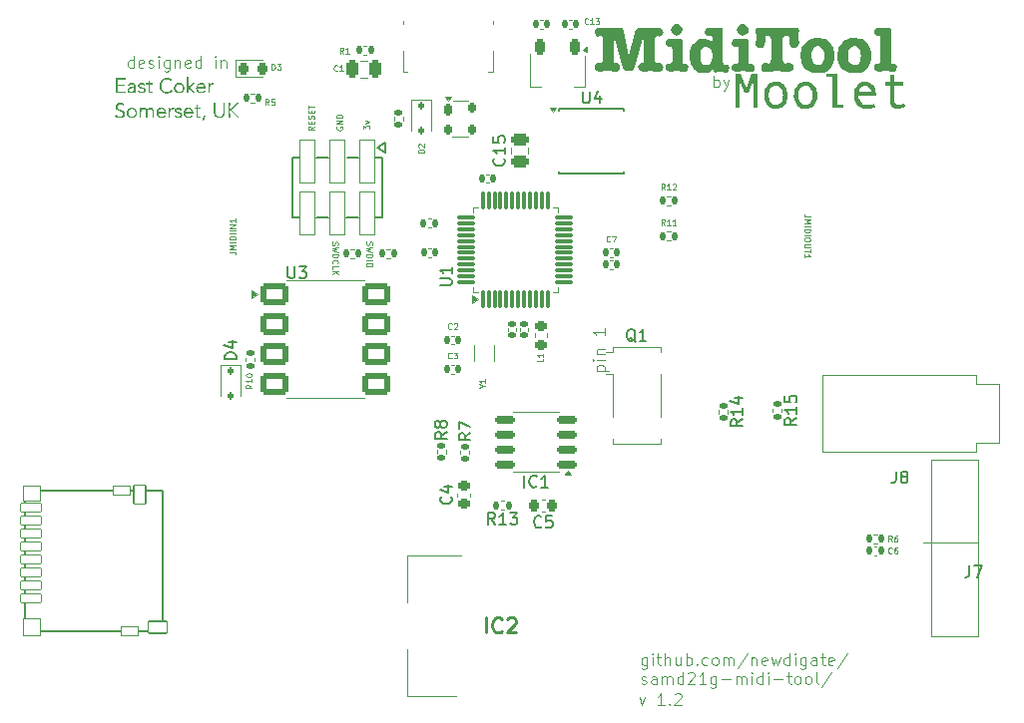
<source format=gbr>
%TF.GenerationSoftware,KiCad,Pcbnew,8.0.4*%
%TF.CreationDate,2024-10-12T17:49:04+01:00*%
%TF.ProjectId,MKRZero_V5.0,4d4b525a-6572-46f5-9f56-352e302e6b69,rev?*%
%TF.SameCoordinates,Original*%
%TF.FileFunction,Legend,Top*%
%TF.FilePolarity,Positive*%
%FSLAX46Y46*%
G04 Gerber Fmt 4.6, Leading zero omitted, Abs format (unit mm)*
G04 Created by KiCad (PCBNEW 8.0.4) date 2024-10-12 17:49:04*
%MOMM*%
%LPD*%
G01*
G04 APERTURE LIST*
G04 Aperture macros list*
%AMRoundRect*
0 Rectangle with rounded corners*
0 $1 Rounding radius*
0 $2 $3 $4 $5 $6 $7 $8 $9 X,Y pos of 4 corners*
0 Add a 4 corners polygon primitive as box body*
4,1,4,$2,$3,$4,$5,$6,$7,$8,$9,$2,$3,0*
0 Add four circle primitives for the rounded corners*
1,1,$1+$1,$2,$3*
1,1,$1+$1,$4,$5*
1,1,$1+$1,$6,$7*
1,1,$1+$1,$8,$9*
0 Add four rect primitives between the rounded corners*
20,1,$1+$1,$2,$3,$4,$5,0*
20,1,$1+$1,$4,$5,$6,$7,0*
20,1,$1+$1,$6,$7,$8,$9,0*
20,1,$1+$1,$8,$9,$2,$3,0*%
%AMFreePoly0*
4,1,9,3.862500,-0.866500,0.737500,-0.866500,0.737500,-0.450000,-0.737500,-0.450000,-0.737500,0.450000,0.737500,0.450000,0.737500,0.866500,3.862500,0.866500,3.862500,-0.866500,3.862500,-0.866500,$1*%
G04 Aperture macros list end*
%ADD10C,0.100000*%
%ADD11C,0.300000*%
%ADD12C,0.125000*%
%ADD13C,0.150000*%
%ADD14C,0.254000*%
%ADD15C,0.120000*%
%ADD16C,0.127000*%
%ADD17RoundRect,0.250000X0.475000X-0.250000X0.475000X0.250000X-0.475000X0.250000X-0.475000X-0.250000X0*%
%ADD18R,1.900000X1.300000*%
%ADD19RoundRect,0.140000X0.140000X0.170000X-0.140000X0.170000X-0.140000X-0.170000X0.140000X-0.170000X0*%
%ADD20C,3.200000*%
%ADD21RoundRect,0.135000X-0.185000X0.135000X-0.185000X-0.135000X0.185000X-0.135000X0.185000X0.135000X0*%
%ADD22RoundRect,0.135000X-0.135000X-0.185000X0.135000X-0.185000X0.135000X0.185000X-0.135000X0.185000X0*%
%ADD23RoundRect,0.135000X0.185000X-0.135000X0.185000X0.135000X-0.185000X0.135000X-0.185000X-0.135000X0*%
%ADD24R,0.450000X1.380000*%
%ADD25R,1.650000X1.300000*%
%ADD26R,1.200000X1.550000*%
%ADD27R,1.800000X1.900000*%
%ADD28R,1.000000X1.900000*%
%ADD29RoundRect,0.225000X0.250000X-0.225000X0.250000X0.225000X-0.250000X0.225000X-0.250000X-0.225000X0*%
%ADD30RoundRect,0.135000X0.135000X0.185000X-0.135000X0.185000X-0.135000X-0.185000X0.135000X-0.185000X0*%
%ADD31RoundRect,0.075000X0.075000X-0.662500X0.075000X0.662500X-0.075000X0.662500X-0.075000X-0.662500X0*%
%ADD32RoundRect,0.075000X0.662500X-0.075000X0.662500X0.075000X-0.662500X0.075000X-0.662500X-0.075000X0*%
%ADD33RoundRect,0.140000X-0.140000X-0.170000X0.140000X-0.170000X0.140000X0.170000X-0.140000X0.170000X0*%
%ADD34RoundRect,0.140000X-0.170000X0.140000X-0.170000X-0.140000X0.170000X-0.140000X0.170000X0.140000X0*%
%ADD35R,1.700000X0.650000*%
%ADD36C,1.600000*%
%ADD37RoundRect,0.112500X-0.112500X0.187500X-0.112500X-0.187500X0.112500X-0.187500X0.112500X0.187500X0*%
%ADD38RoundRect,0.225000X-0.225000X0.425000X-0.225000X-0.425000X0.225000X-0.425000X0.225000X0.425000X0*%
%ADD39FreePoly0,270.000000*%
%ADD40O,1.800000X1.800000*%
%ADD41C,1.800000*%
%ADD42RoundRect,0.150000X0.675000X0.150000X-0.675000X0.150000X-0.675000X-0.150000X0.675000X-0.150000X0*%
%ADD43C,1.200000*%
%ADD44R,4.000000X2.300000*%
%ADD45R,4.400000X2.300000*%
%ADD46RoundRect,0.050800X0.875000X-0.350000X0.875000X0.350000X-0.875000X0.350000X-0.875000X-0.350000X0*%
%ADD47RoundRect,0.050800X0.775000X-0.500000X0.775000X0.500000X-0.775000X0.500000X-0.775000X-0.500000X0*%
%ADD48RoundRect,0.050800X0.500000X0.775000X-0.500000X0.775000X-0.500000X-0.775000X0.500000X-0.775000X0*%
%ADD49RoundRect,0.050800X0.750000X-0.650000X0.750000X0.650000X-0.750000X0.650000X-0.750000X-0.650000X0*%
%ADD50RoundRect,0.050800X0.750000X-0.750000X0.750000X0.750000X-0.750000X0.750000X-0.750000X-0.750000X0*%
%ADD51RoundRect,0.050800X0.700000X-0.400000X0.700000X0.400000X-0.700000X0.400000X-0.700000X-0.400000X0*%
%ADD52RoundRect,0.050800X0.750000X-0.400000X0.750000X0.400000X-0.750000X0.400000X-0.750000X-0.400000X0*%
%ADD53RoundRect,0.250000X0.250000X0.475000X-0.250000X0.475000X-0.250000X-0.475000X0.250000X-0.475000X0*%
%ADD54C,2.500000*%
%ADD55RoundRect,0.175000X-0.175000X-0.325000X0.175000X-0.325000X0.175000X0.325000X-0.175000X0.325000X0*%
%ADD56RoundRect,0.175000X-0.175000X-0.225000X0.175000X-0.225000X0.175000X0.225000X-0.175000X0.225000X0*%
%ADD57R,1.800000X1.000000*%
%ADD58RoundRect,0.218750X0.256250X-0.218750X0.256250X0.218750X-0.256250X0.218750X-0.256250X-0.218750X0*%
%ADD59RoundRect,0.225000X0.225000X0.250000X-0.225000X0.250000X-0.225000X-0.250000X0.225000X-0.250000X0*%
%ADD60RoundRect,0.218750X-0.218750X-0.256250X0.218750X-0.256250X0.218750X0.256250X-0.218750X0.256250X0*%
%ADD61RoundRect,0.250000X-0.900000X-0.675000X0.900000X-0.675000X0.900000X0.675000X-0.900000X0.675000X0*%
%ADD62C,1.879600*%
%ADD63R,2.000000X2.000000*%
%ADD64C,2.000000*%
%ADD65R,3.200000X2.000000*%
%ADD66RoundRect,0.050800X0.635000X1.841500X-0.635000X1.841500X-0.635000X-1.841500X0.635000X-1.841500X0*%
G04 APERTURE END LIST*
D10*
X25236200Y-19465027D02*
X25212390Y-19536455D01*
X25212390Y-19536455D02*
X25212390Y-19655503D01*
X25212390Y-19655503D02*
X25236200Y-19703122D01*
X25236200Y-19703122D02*
X25260009Y-19726931D01*
X25260009Y-19726931D02*
X25307628Y-19750741D01*
X25307628Y-19750741D02*
X25355247Y-19750741D01*
X25355247Y-19750741D02*
X25402866Y-19726931D01*
X25402866Y-19726931D02*
X25426676Y-19703122D01*
X25426676Y-19703122D02*
X25450485Y-19655503D01*
X25450485Y-19655503D02*
X25474295Y-19560265D01*
X25474295Y-19560265D02*
X25498104Y-19512646D01*
X25498104Y-19512646D02*
X25521914Y-19488836D01*
X25521914Y-19488836D02*
X25569533Y-19465027D01*
X25569533Y-19465027D02*
X25617152Y-19465027D01*
X25617152Y-19465027D02*
X25664771Y-19488836D01*
X25664771Y-19488836D02*
X25688580Y-19512646D01*
X25688580Y-19512646D02*
X25712390Y-19560265D01*
X25712390Y-19560265D02*
X25712390Y-19679312D01*
X25712390Y-19679312D02*
X25688580Y-19750741D01*
X25712390Y-19917407D02*
X25212390Y-20036455D01*
X25212390Y-20036455D02*
X25569533Y-20131693D01*
X25569533Y-20131693D02*
X25212390Y-20226931D01*
X25212390Y-20226931D02*
X25712390Y-20345979D01*
X25212390Y-20536455D02*
X25712390Y-20536455D01*
X25712390Y-20536455D02*
X25712390Y-20655503D01*
X25712390Y-20655503D02*
X25688580Y-20726931D01*
X25688580Y-20726931D02*
X25640961Y-20774550D01*
X25640961Y-20774550D02*
X25593342Y-20798360D01*
X25593342Y-20798360D02*
X25498104Y-20822169D01*
X25498104Y-20822169D02*
X25426676Y-20822169D01*
X25426676Y-20822169D02*
X25331438Y-20798360D01*
X25331438Y-20798360D02*
X25283819Y-20774550D01*
X25283819Y-20774550D02*
X25236200Y-20726931D01*
X25236200Y-20726931D02*
X25212390Y-20655503D01*
X25212390Y-20655503D02*
X25212390Y-20536455D01*
X25260009Y-21322169D02*
X25236200Y-21298360D01*
X25236200Y-21298360D02*
X25212390Y-21226931D01*
X25212390Y-21226931D02*
X25212390Y-21179312D01*
X25212390Y-21179312D02*
X25236200Y-21107884D01*
X25236200Y-21107884D02*
X25283819Y-21060265D01*
X25283819Y-21060265D02*
X25331438Y-21036455D01*
X25331438Y-21036455D02*
X25426676Y-21012646D01*
X25426676Y-21012646D02*
X25498104Y-21012646D01*
X25498104Y-21012646D02*
X25593342Y-21036455D01*
X25593342Y-21036455D02*
X25640961Y-21060265D01*
X25640961Y-21060265D02*
X25688580Y-21107884D01*
X25688580Y-21107884D02*
X25712390Y-21179312D01*
X25712390Y-21179312D02*
X25712390Y-21226931D01*
X25712390Y-21226931D02*
X25688580Y-21298360D01*
X25688580Y-21298360D02*
X25664771Y-21322169D01*
X25212390Y-21774550D02*
X25212390Y-21536455D01*
X25212390Y-21536455D02*
X25712390Y-21536455D01*
X25212390Y-21941217D02*
X25712390Y-21941217D01*
X25212390Y-22226931D02*
X25498104Y-22012646D01*
X25712390Y-22226931D02*
X25426676Y-21941217D01*
X28157200Y-19465027D02*
X28133390Y-19536455D01*
X28133390Y-19536455D02*
X28133390Y-19655503D01*
X28133390Y-19655503D02*
X28157200Y-19703122D01*
X28157200Y-19703122D02*
X28181009Y-19726931D01*
X28181009Y-19726931D02*
X28228628Y-19750741D01*
X28228628Y-19750741D02*
X28276247Y-19750741D01*
X28276247Y-19750741D02*
X28323866Y-19726931D01*
X28323866Y-19726931D02*
X28347676Y-19703122D01*
X28347676Y-19703122D02*
X28371485Y-19655503D01*
X28371485Y-19655503D02*
X28395295Y-19560265D01*
X28395295Y-19560265D02*
X28419104Y-19512646D01*
X28419104Y-19512646D02*
X28442914Y-19488836D01*
X28442914Y-19488836D02*
X28490533Y-19465027D01*
X28490533Y-19465027D02*
X28538152Y-19465027D01*
X28538152Y-19465027D02*
X28585771Y-19488836D01*
X28585771Y-19488836D02*
X28609580Y-19512646D01*
X28609580Y-19512646D02*
X28633390Y-19560265D01*
X28633390Y-19560265D02*
X28633390Y-19679312D01*
X28633390Y-19679312D02*
X28609580Y-19750741D01*
X28633390Y-19917407D02*
X28133390Y-20036455D01*
X28133390Y-20036455D02*
X28490533Y-20131693D01*
X28490533Y-20131693D02*
X28133390Y-20226931D01*
X28133390Y-20226931D02*
X28633390Y-20345979D01*
X28133390Y-20536455D02*
X28633390Y-20536455D01*
X28633390Y-20536455D02*
X28633390Y-20655503D01*
X28633390Y-20655503D02*
X28609580Y-20726931D01*
X28609580Y-20726931D02*
X28561961Y-20774550D01*
X28561961Y-20774550D02*
X28514342Y-20798360D01*
X28514342Y-20798360D02*
X28419104Y-20822169D01*
X28419104Y-20822169D02*
X28347676Y-20822169D01*
X28347676Y-20822169D02*
X28252438Y-20798360D01*
X28252438Y-20798360D02*
X28204819Y-20774550D01*
X28204819Y-20774550D02*
X28157200Y-20726931D01*
X28157200Y-20726931D02*
X28133390Y-20655503D01*
X28133390Y-20655503D02*
X28133390Y-20536455D01*
X28133390Y-21036455D02*
X28633390Y-21036455D01*
X28633390Y-21369788D02*
X28633390Y-21465026D01*
X28633390Y-21465026D02*
X28609580Y-21512645D01*
X28609580Y-21512645D02*
X28561961Y-21560264D01*
X28561961Y-21560264D02*
X28466723Y-21584074D01*
X28466723Y-21584074D02*
X28300057Y-21584074D01*
X28300057Y-21584074D02*
X28204819Y-21560264D01*
X28204819Y-21560264D02*
X28157200Y-21512645D01*
X28157200Y-21512645D02*
X28133390Y-21465026D01*
X28133390Y-21465026D02*
X28133390Y-21369788D01*
X28133390Y-21369788D02*
X28157200Y-21322169D01*
X28157200Y-21322169D02*
X28204819Y-21274550D01*
X28204819Y-21274550D02*
X28300057Y-21250741D01*
X28300057Y-21250741D02*
X28466723Y-21250741D01*
X28466723Y-21250741D02*
X28561961Y-21274550D01*
X28561961Y-21274550D02*
X28609580Y-21322169D01*
X28609580Y-21322169D02*
X28633390Y-21369788D01*
X23682609Y-9689449D02*
X23444514Y-9856115D01*
X23682609Y-9975163D02*
X23182609Y-9975163D01*
X23182609Y-9975163D02*
X23182609Y-9784687D01*
X23182609Y-9784687D02*
X23206419Y-9737068D01*
X23206419Y-9737068D02*
X23230228Y-9713258D01*
X23230228Y-9713258D02*
X23277847Y-9689449D01*
X23277847Y-9689449D02*
X23349276Y-9689449D01*
X23349276Y-9689449D02*
X23396895Y-9713258D01*
X23396895Y-9713258D02*
X23420704Y-9737068D01*
X23420704Y-9737068D02*
X23444514Y-9784687D01*
X23444514Y-9784687D02*
X23444514Y-9975163D01*
X23420704Y-9475163D02*
X23420704Y-9308496D01*
X23682609Y-9237068D02*
X23682609Y-9475163D01*
X23682609Y-9475163D02*
X23182609Y-9475163D01*
X23182609Y-9475163D02*
X23182609Y-9237068D01*
X23658800Y-9046591D02*
X23682609Y-8975163D01*
X23682609Y-8975163D02*
X23682609Y-8856115D01*
X23682609Y-8856115D02*
X23658800Y-8808496D01*
X23658800Y-8808496D02*
X23634990Y-8784687D01*
X23634990Y-8784687D02*
X23587371Y-8760877D01*
X23587371Y-8760877D02*
X23539752Y-8760877D01*
X23539752Y-8760877D02*
X23492133Y-8784687D01*
X23492133Y-8784687D02*
X23468323Y-8808496D01*
X23468323Y-8808496D02*
X23444514Y-8856115D01*
X23444514Y-8856115D02*
X23420704Y-8951353D01*
X23420704Y-8951353D02*
X23396895Y-8998972D01*
X23396895Y-8998972D02*
X23373085Y-9022782D01*
X23373085Y-9022782D02*
X23325466Y-9046591D01*
X23325466Y-9046591D02*
X23277847Y-9046591D01*
X23277847Y-9046591D02*
X23230228Y-9022782D01*
X23230228Y-9022782D02*
X23206419Y-8998972D01*
X23206419Y-8998972D02*
X23182609Y-8951353D01*
X23182609Y-8951353D02*
X23182609Y-8832306D01*
X23182609Y-8832306D02*
X23206419Y-8760877D01*
X23420704Y-8546592D02*
X23420704Y-8379925D01*
X23682609Y-8308497D02*
X23682609Y-8546592D01*
X23682609Y-8546592D02*
X23182609Y-8546592D01*
X23182609Y-8546592D02*
X23182609Y-8308497D01*
X23182609Y-8165639D02*
X23182609Y-7879925D01*
X23682609Y-8022782D02*
X23182609Y-8022782D01*
X25619419Y-9713258D02*
X25595609Y-9760877D01*
X25595609Y-9760877D02*
X25595609Y-9832306D01*
X25595609Y-9832306D02*
X25619419Y-9903734D01*
X25619419Y-9903734D02*
X25667038Y-9951353D01*
X25667038Y-9951353D02*
X25714657Y-9975163D01*
X25714657Y-9975163D02*
X25809895Y-9998972D01*
X25809895Y-9998972D02*
X25881323Y-9998972D01*
X25881323Y-9998972D02*
X25976561Y-9975163D01*
X25976561Y-9975163D02*
X26024180Y-9951353D01*
X26024180Y-9951353D02*
X26071800Y-9903734D01*
X26071800Y-9903734D02*
X26095609Y-9832306D01*
X26095609Y-9832306D02*
X26095609Y-9784687D01*
X26095609Y-9784687D02*
X26071800Y-9713258D01*
X26071800Y-9713258D02*
X26047990Y-9689449D01*
X26047990Y-9689449D02*
X25881323Y-9689449D01*
X25881323Y-9689449D02*
X25881323Y-9784687D01*
X26095609Y-9475163D02*
X25595609Y-9475163D01*
X25595609Y-9475163D02*
X26095609Y-9189449D01*
X26095609Y-9189449D02*
X25595609Y-9189449D01*
X26095609Y-8951353D02*
X25595609Y-8951353D01*
X25595609Y-8951353D02*
X25595609Y-8832305D01*
X25595609Y-8832305D02*
X25619419Y-8760877D01*
X25619419Y-8760877D02*
X25667038Y-8713258D01*
X25667038Y-8713258D02*
X25714657Y-8689448D01*
X25714657Y-8689448D02*
X25809895Y-8665639D01*
X25809895Y-8665639D02*
X25881323Y-8665639D01*
X25881323Y-8665639D02*
X25976561Y-8689448D01*
X25976561Y-8689448D02*
X26024180Y-8713258D01*
X26024180Y-8713258D02*
X26071800Y-8760877D01*
X26071800Y-8760877D02*
X26095609Y-8832305D01*
X26095609Y-8832305D02*
X26095609Y-8951353D01*
X27881609Y-9895782D02*
X27881609Y-9586258D01*
X27881609Y-9586258D02*
X28072085Y-9752925D01*
X28072085Y-9752925D02*
X28072085Y-9681496D01*
X28072085Y-9681496D02*
X28095895Y-9633877D01*
X28095895Y-9633877D02*
X28119704Y-9610068D01*
X28119704Y-9610068D02*
X28167323Y-9586258D01*
X28167323Y-9586258D02*
X28286371Y-9586258D01*
X28286371Y-9586258D02*
X28333990Y-9610068D01*
X28333990Y-9610068D02*
X28357800Y-9633877D01*
X28357800Y-9633877D02*
X28381609Y-9681496D01*
X28381609Y-9681496D02*
X28381609Y-9824353D01*
X28381609Y-9824353D02*
X28357800Y-9871972D01*
X28357800Y-9871972D02*
X28333990Y-9895782D01*
X28048276Y-9419592D02*
X28381609Y-9300544D01*
X28381609Y-9300544D02*
X28048276Y-9181497D01*
D11*
G36*
X49952158Y-1629277D02*
G01*
X50417196Y-3662355D01*
X50903728Y-1713297D01*
X50964436Y-1516405D01*
X51040504Y-1375265D01*
X51214307Y-1285671D01*
X51256415Y-1283429D01*
X51460281Y-1295642D01*
X51630595Y-1314692D01*
X51827584Y-1336064D01*
X52011614Y-1345956D01*
X52225164Y-1335008D01*
X52436963Y-1317929D01*
X52645078Y-1299195D01*
X52677908Y-1296130D01*
X52877806Y-1283739D01*
X52902612Y-1283429D01*
X53096049Y-1320627D01*
X53198634Y-1388942D01*
X53297710Y-1560667D01*
X53310986Y-1677149D01*
X53265562Y-1870495D01*
X53223058Y-1932138D01*
X53052443Y-2030171D01*
X53005193Y-2033743D01*
X52863533Y-2015181D01*
X52733595Y-1996618D01*
X52602620Y-2142019D01*
X52581337Y-2345944D01*
X52581188Y-2368845D01*
X52581188Y-3906598D01*
X52595594Y-4105980D01*
X52694135Y-4278778D01*
X52728711Y-4284685D01*
X52863533Y-4284685D01*
X53000309Y-4284685D01*
X53185013Y-4352406D01*
X53220127Y-4387267D01*
X53305307Y-4568618D01*
X53310986Y-4641280D01*
X53266717Y-4839498D01*
X53197657Y-4929487D01*
X53018219Y-5022532D01*
X52898704Y-5035000D01*
X52694121Y-5018590D01*
X52536247Y-4996898D01*
X52335196Y-4976504D01*
X52197238Y-4972473D01*
X52001447Y-4987250D01*
X51880699Y-5003736D01*
X51677642Y-5029016D01*
X51564161Y-5035000D01*
X51369235Y-4987455D01*
X51289632Y-4924602D01*
X51197448Y-4747287D01*
X51185096Y-4629556D01*
X51214649Y-4433209D01*
X51363149Y-4293105D01*
X51435200Y-4284685D01*
X51489911Y-4284685D01*
X51531921Y-4284685D01*
X51563184Y-4284685D01*
X51678466Y-4162564D01*
X51685305Y-3974009D01*
X51685305Y-1879382D01*
X50892981Y-4615879D01*
X50816598Y-4803927D01*
X50678789Y-4944266D01*
X50557880Y-4972473D01*
X50192493Y-4972473D01*
X50000518Y-4893094D01*
X49897053Y-4711701D01*
X49879862Y-4654958D01*
X49121732Y-1879382D01*
X49121732Y-3982801D01*
X49133968Y-4178735D01*
X49177420Y-4278824D01*
X49245808Y-4295432D01*
X49281956Y-4289570D01*
X49320057Y-4289570D01*
X49374768Y-4284685D01*
X49560148Y-4369438D01*
X49619769Y-4563110D01*
X49621942Y-4623695D01*
X49585777Y-4821211D01*
X49519360Y-4924602D01*
X49346867Y-5024218D01*
X49246785Y-5035000D01*
X49051285Y-5017579D01*
X49043575Y-5016437D01*
X48847868Y-4985559D01*
X48845249Y-4985174D01*
X48647229Y-4973267D01*
X48572674Y-4972473D01*
X48375937Y-4978037D01*
X48250274Y-4990059D01*
X48050033Y-5015645D01*
X47898564Y-5035000D01*
X47703170Y-4991112D01*
X47609381Y-4922648D01*
X47509443Y-4749521D01*
X47496052Y-4638349D01*
X47541475Y-4444323D01*
X47583979Y-4384337D01*
X47757819Y-4288189D01*
X47806729Y-4284685D01*
X47939597Y-4284685D01*
X48073442Y-4284685D01*
X48214126Y-4140094D01*
X48225746Y-3938863D01*
X48225849Y-3906598D01*
X48225849Y-2368845D01*
X48218694Y-2169467D01*
X48214126Y-2141210D01*
X48080382Y-1996760D01*
X48073442Y-1996618D01*
X47940574Y-2015181D01*
X47801844Y-2033743D01*
X47612482Y-1961409D01*
X47583979Y-1932138D01*
X47501547Y-1750239D01*
X47496052Y-1677149D01*
X47536505Y-1469523D01*
X47674448Y-1329953D01*
X47884802Y-1283814D01*
X47910288Y-1283429D01*
X48119321Y-1293321D01*
X48321188Y-1310907D01*
X48359695Y-1314692D01*
X48556714Y-1332492D01*
X48753703Y-1344460D01*
X48829618Y-1345956D01*
X49038756Y-1339828D01*
X49238104Y-1323296D01*
X49357182Y-1308831D01*
X49557461Y-1287001D01*
X49648320Y-1283429D01*
X49837398Y-1342677D01*
X49844691Y-1350840D01*
X49926024Y-1532374D01*
X49952158Y-1629277D01*
G37*
G36*
X54788166Y-2221322D02*
G01*
X54940723Y-2352507D01*
X54948390Y-2436256D01*
X54948390Y-4097107D01*
X54964919Y-4298364D01*
X55023616Y-4377498D01*
X55106659Y-4363820D01*
X55207287Y-4350143D01*
X55395576Y-4433136D01*
X55448363Y-4626119D01*
X55448599Y-4644211D01*
X55416256Y-4850291D01*
X55277504Y-5004088D01*
X55117406Y-5035000D01*
X54919203Y-5013018D01*
X54802821Y-4995921D01*
X54600193Y-4976343D01*
X54443295Y-4972473D01*
X54237948Y-4990059D01*
X54145319Y-5003736D01*
X53947604Y-5029840D01*
X53853205Y-5035000D01*
X53664291Y-4982005D01*
X53606031Y-4932418D01*
X53517861Y-4753774D01*
X53510288Y-4667658D01*
X53549168Y-4474172D01*
X53707120Y-4357894D01*
X53786771Y-4350143D01*
X53936247Y-4377498D01*
X53974349Y-4377498D01*
X54066856Y-4203841D01*
X54073023Y-4068775D01*
X54073023Y-3177777D01*
X54057706Y-2974728D01*
X53980211Y-2864169D01*
X53877629Y-2893478D01*
X53785794Y-2906179D01*
X53597460Y-2846526D01*
X53514592Y-2667569D01*
X53510288Y-2594525D01*
X53551942Y-2403025D01*
X53607008Y-2324881D01*
X53779749Y-2229514D01*
X53864928Y-2221322D01*
X54046645Y-2221322D01*
X54246302Y-2221322D01*
X54366115Y-2221322D01*
X54561635Y-2221322D01*
X54617196Y-2221322D01*
X54788166Y-2221322D01*
G37*
G36*
X54448180Y-1971217D02*
G01*
X54247710Y-1929307D01*
X54096471Y-1822718D01*
X53985096Y-1660540D01*
X53947971Y-1471008D01*
X53984363Y-1277812D01*
X54093540Y-1116367D01*
X54266129Y-1002784D01*
X54448180Y-970799D01*
X54641865Y-1007191D01*
X54802821Y-1116367D01*
X54916404Y-1288956D01*
X54948390Y-1471008D01*
X54911997Y-1664204D01*
X54802821Y-1825648D01*
X54630718Y-1939232D01*
X54448180Y-1971217D01*
G37*
G36*
X58319815Y-1340960D02*
G01*
X58326757Y-1348886D01*
X58379178Y-1538635D01*
X58380490Y-1591175D01*
X58380490Y-4185034D01*
X58401621Y-4383386D01*
X58490888Y-4475195D01*
X58577838Y-4435139D01*
X58671628Y-4409738D01*
X58859939Y-4481789D01*
X58922464Y-4680213D01*
X58922709Y-4697944D01*
X58888744Y-4892194D01*
X58835759Y-4984197D01*
X58663525Y-5089312D01*
X58602263Y-5094595D01*
X58569046Y-5094595D01*
X58370720Y-5050631D01*
X58179234Y-5035000D01*
X57981264Y-5049907D01*
X57936945Y-5059424D01*
X57784538Y-5094595D01*
X57620590Y-4980289D01*
X57609660Y-4891385D01*
X57609660Y-4682313D01*
X57489813Y-4844669D01*
X57323945Y-4991630D01*
X57130028Y-5092870D01*
X56908061Y-5148388D01*
X56732339Y-5160052D01*
X56514927Y-5139950D01*
X56314905Y-5079643D01*
X56132275Y-4979131D01*
X55967035Y-4838415D01*
X55880420Y-4739954D01*
X55766870Y-4574323D01*
X55676813Y-4393236D01*
X55610250Y-4196693D01*
X55567179Y-3984694D01*
X55547601Y-3757239D01*
X55546296Y-3677986D01*
X55547364Y-3651608D01*
X56442179Y-3651608D01*
X56442179Y-3725858D01*
X56454963Y-3929343D01*
X56504056Y-4135239D01*
X56573093Y-4274916D01*
X56717134Y-4418671D01*
X56915734Y-4474999D01*
X56929688Y-4475195D01*
X57128013Y-4433681D01*
X57290434Y-4309140D01*
X57330246Y-4258307D01*
X57424310Y-4074988D01*
X57472397Y-3871945D01*
X57484607Y-3680917D01*
X57469628Y-3475868D01*
X57418550Y-3281609D01*
X57331223Y-3120136D01*
X57189507Y-2983505D01*
X56998661Y-2914262D01*
X56920895Y-2909110D01*
X56729164Y-2959180D01*
X56584465Y-3097067D01*
X56576024Y-3109389D01*
X56489364Y-3295495D01*
X56450544Y-3489492D01*
X56442179Y-3651608D01*
X55547364Y-3651608D01*
X55554286Y-3480736D01*
X55584969Y-3260093D01*
X55638665Y-3056967D01*
X55715372Y-2871358D01*
X55815092Y-2703266D01*
X55873581Y-2625788D01*
X56026633Y-2469330D01*
X56199413Y-2351301D01*
X56391921Y-2271700D01*
X56604158Y-2230527D01*
X56734293Y-2224253D01*
X56942999Y-2244281D01*
X57143156Y-2304364D01*
X57334764Y-2404504D01*
X57495409Y-2524984D01*
X57517824Y-2544699D01*
X57517824Y-2138279D01*
X57445147Y-1951144D01*
X57377140Y-1935069D01*
X57242318Y-1946793D01*
X57095773Y-1968286D01*
X56916010Y-1876451D01*
X56844526Y-1690181D01*
X56842737Y-1648817D01*
X56880041Y-1456132D01*
X57023290Y-1319112D01*
X57224733Y-1283429D01*
X57406450Y-1296130D01*
X57604114Y-1335008D01*
X57710288Y-1345956D01*
X57906922Y-1318478D01*
X57924244Y-1314692D01*
X58119056Y-1283704D01*
X58132339Y-1283429D01*
X58319815Y-1340960D01*
G37*
G36*
X60388166Y-2221322D02*
G01*
X60540723Y-2352507D01*
X60548390Y-2436256D01*
X60548390Y-4097107D01*
X60564919Y-4298364D01*
X60623616Y-4377498D01*
X60706659Y-4363820D01*
X60807287Y-4350143D01*
X60995576Y-4433136D01*
X61048363Y-4626119D01*
X61048599Y-4644211D01*
X61016256Y-4850291D01*
X60877504Y-5004088D01*
X60717406Y-5035000D01*
X60519203Y-5013018D01*
X60402821Y-4995921D01*
X60200193Y-4976343D01*
X60043295Y-4972473D01*
X59837948Y-4990059D01*
X59745319Y-5003736D01*
X59547604Y-5029840D01*
X59453205Y-5035000D01*
X59264291Y-4982005D01*
X59206031Y-4932418D01*
X59117861Y-4753774D01*
X59110288Y-4667658D01*
X59149168Y-4474172D01*
X59307120Y-4357894D01*
X59386771Y-4350143D01*
X59536247Y-4377498D01*
X59574349Y-4377498D01*
X59666856Y-4203841D01*
X59673023Y-4068775D01*
X59673023Y-3177777D01*
X59657706Y-2974728D01*
X59580211Y-2864169D01*
X59477629Y-2893478D01*
X59385794Y-2906179D01*
X59197460Y-2846526D01*
X59114592Y-2667569D01*
X59110288Y-2594525D01*
X59151942Y-2403025D01*
X59207008Y-2324881D01*
X59379749Y-2229514D01*
X59464928Y-2221322D01*
X59646645Y-2221322D01*
X59846302Y-2221322D01*
X59966115Y-2221322D01*
X60161635Y-2221322D01*
X60217196Y-2221322D01*
X60388166Y-2221322D01*
G37*
G36*
X60048180Y-1971217D02*
G01*
X59847710Y-1929307D01*
X59696471Y-1822718D01*
X59585096Y-1660540D01*
X59547971Y-1471008D01*
X59584363Y-1277812D01*
X59693540Y-1116367D01*
X59866129Y-1002784D01*
X60048180Y-970799D01*
X60241865Y-1007191D01*
X60402821Y-1116367D01*
X60516404Y-1288956D01*
X60548390Y-1471008D01*
X60511997Y-1664204D01*
X60402821Y-1825648D01*
X60230718Y-1939232D01*
X60048180Y-1971217D01*
G37*
G36*
X62280560Y-4322787D02*
G01*
X62434204Y-4186164D01*
X62459346Y-3973032D01*
X62459346Y-2348328D01*
X62434921Y-2149461D01*
X62306694Y-1989263D01*
X62209241Y-1971217D01*
X62014091Y-2026363D01*
X61959136Y-2166612D01*
X61959136Y-2343443D01*
X61959136Y-2520275D01*
X61939688Y-2720510D01*
X61857531Y-2905690D01*
X61690836Y-3016096D01*
X61552716Y-3034162D01*
X61356233Y-2989387D01*
X61254740Y-2907156D01*
X61164194Y-2726027D01*
X61146296Y-2567170D01*
X61170159Y-2370062D01*
X61182444Y-2302411D01*
X61206736Y-2103864D01*
X61208822Y-2032766D01*
X61183669Y-1829705D01*
X61170720Y-1756284D01*
X61146892Y-1559477D01*
X61146296Y-1531580D01*
X61208334Y-1345467D01*
X61394447Y-1283429D01*
X61594021Y-1283850D01*
X61721732Y-1284406D01*
X61936881Y-1285168D01*
X62148754Y-1285671D01*
X62344677Y-1285986D01*
X62558204Y-1286206D01*
X62789333Y-1286330D01*
X62986910Y-1286360D01*
X63186090Y-1286330D01*
X63418922Y-1286206D01*
X63633818Y-1285986D01*
X63830777Y-1285671D01*
X64043451Y-1285168D01*
X64258927Y-1284406D01*
X64458550Y-1283616D01*
X64581327Y-1283429D01*
X64771837Y-1345467D01*
X64835340Y-1531580D01*
X64813083Y-1732740D01*
X64804077Y-1782662D01*
X64775287Y-1979014D01*
X64772814Y-2032766D01*
X64788914Y-2228065D01*
X64799192Y-2302411D01*
X64827397Y-2496539D01*
X64835340Y-2573032D01*
X64803907Y-2774231D01*
X64723965Y-2910087D01*
X64556964Y-3016714D01*
X64428920Y-3034162D01*
X64232457Y-2994827D01*
X64089575Y-2858852D01*
X64028850Y-2653433D01*
X64022500Y-2536884D01*
X64022500Y-2353213D01*
X64022500Y-2179312D01*
X63932262Y-2005561D01*
X63766533Y-1971217D01*
X63575952Y-2015127D01*
X63529129Y-2056214D01*
X63465251Y-2241089D01*
X63459764Y-2348328D01*
X63459764Y-3973032D01*
X63482622Y-4172160D01*
X63618635Y-4319713D01*
X63653205Y-4322787D01*
X63836875Y-4304225D01*
X64020546Y-4284685D01*
X64214668Y-4323013D01*
X64345193Y-4482656D01*
X64361509Y-4609040D01*
X64328510Y-4814948D01*
X64198553Y-4975099D01*
X63994858Y-5033336D01*
X63944342Y-5035000D01*
X63744307Y-5028508D01*
X63561369Y-5014483D01*
X63362311Y-4997482D01*
X63164505Y-4986053D01*
X62988864Y-4982243D01*
X62776712Y-4987564D01*
X62575788Y-5000378D01*
X62417336Y-5014483D01*
X62212416Y-5029870D01*
X62033386Y-5035000D01*
X61831728Y-5003856D01*
X61674883Y-4881203D01*
X61617849Y-4688957D01*
X61616219Y-4641280D01*
X61654200Y-4438258D01*
X61812401Y-4301749D01*
X61937643Y-4284685D01*
X62108613Y-4304225D01*
X62280560Y-4322787D01*
G37*
G36*
X66616881Y-2171315D02*
G01*
X66841737Y-2208135D01*
X67046466Y-2272569D01*
X67231068Y-2364618D01*
X67395542Y-2484282D01*
X67470232Y-2554469D01*
X67601379Y-2712052D01*
X67705392Y-2890242D01*
X67782271Y-3089040D01*
X67832017Y-3308447D01*
X67852744Y-3507028D01*
X67856136Y-3633046D01*
X67846976Y-3849787D01*
X67819499Y-4051216D01*
X67762346Y-4272718D01*
X67678815Y-4472169D01*
X67568906Y-4649569D01*
X67480979Y-4755586D01*
X67330288Y-4893041D01*
X67158853Y-5002057D01*
X66966672Y-5082634D01*
X66753745Y-5134773D01*
X66520074Y-5158472D01*
X66437573Y-5160052D01*
X66227338Y-5150463D01*
X66032607Y-5121698D01*
X65819394Y-5061866D01*
X65628507Y-4974420D01*
X65459945Y-4859358D01*
X65359974Y-4767309D01*
X65230819Y-4608433D01*
X65128386Y-4427094D01*
X65052674Y-4223293D01*
X65003684Y-3997028D01*
X64983272Y-3791316D01*
X64979932Y-3660401D01*
X65875815Y-3660401D01*
X65887329Y-3863475D01*
X65927133Y-4057572D01*
X66012427Y-4246662D01*
X66021383Y-4260261D01*
X66159007Y-4399422D01*
X66350493Y-4469947D01*
X66429757Y-4475195D01*
X66636464Y-4436206D01*
X66810533Y-4296163D01*
X66908447Y-4090077D01*
X66947301Y-3895131D01*
X66960253Y-3660401D01*
X66946991Y-3425951D01*
X66907206Y-3231239D01*
X66824454Y-3050038D01*
X66679637Y-2910958D01*
X66482834Y-2849763D01*
X66417057Y-2846584D01*
X66218224Y-2888284D01*
X66059409Y-3013386D01*
X66021383Y-3064448D01*
X65932677Y-3250378D01*
X65887329Y-3460400D01*
X65875815Y-3660401D01*
X64979932Y-3660401D01*
X64989139Y-3446970D01*
X65016759Y-3248756D01*
X65074210Y-3030987D01*
X65158176Y-2835131D01*
X65268657Y-2661188D01*
X65357043Y-2557400D01*
X65509107Y-2422933D01*
X65682466Y-2316287D01*
X65877120Y-2237461D01*
X66093069Y-2186456D01*
X66289293Y-2165204D01*
X66414126Y-2161727D01*
X66616881Y-2171315D01*
G37*
G36*
X69731466Y-2171315D02*
G01*
X69956322Y-2208135D01*
X70161051Y-2272569D01*
X70345652Y-2364618D01*
X70510127Y-2484282D01*
X70584817Y-2554469D01*
X70715964Y-2712052D01*
X70819977Y-2890242D01*
X70896856Y-3089040D01*
X70946601Y-3308447D01*
X70967329Y-3507028D01*
X70970720Y-3633046D01*
X70961561Y-3849787D01*
X70934084Y-4051216D01*
X70876931Y-4272718D01*
X70793400Y-4472169D01*
X70683491Y-4649569D01*
X70595563Y-4755586D01*
X70444873Y-4893041D01*
X70273438Y-5002057D01*
X70081257Y-5082634D01*
X69868330Y-5134773D01*
X69634659Y-5158472D01*
X69552158Y-5160052D01*
X69341923Y-5150463D01*
X69147192Y-5121698D01*
X68933979Y-5061866D01*
X68743092Y-4974420D01*
X68574530Y-4859358D01*
X68474558Y-4767309D01*
X68345404Y-4608433D01*
X68242970Y-4427094D01*
X68167259Y-4223293D01*
X68118269Y-3997028D01*
X68097857Y-3791316D01*
X68094517Y-3660401D01*
X68990399Y-3660401D01*
X69001914Y-3863475D01*
X69041718Y-4057572D01*
X69127012Y-4246662D01*
X69135968Y-4260261D01*
X69273591Y-4399422D01*
X69465078Y-4469947D01*
X69544342Y-4475195D01*
X69751049Y-4436206D01*
X69925118Y-4296163D01*
X70023031Y-4090077D01*
X70061886Y-3895131D01*
X70074838Y-3660401D01*
X70061576Y-3425951D01*
X70021791Y-3231239D01*
X69939039Y-3050038D01*
X69794222Y-2910958D01*
X69597419Y-2849763D01*
X69531642Y-2846584D01*
X69332809Y-2888284D01*
X69173994Y-3013386D01*
X69135968Y-3064448D01*
X69047262Y-3250378D01*
X69001914Y-3460400D01*
X68990399Y-3660401D01*
X68094517Y-3660401D01*
X68103723Y-3446970D01*
X68131344Y-3248756D01*
X68188794Y-3030987D01*
X68272760Y-2835131D01*
X68383242Y-2661188D01*
X68471628Y-2557400D01*
X68623692Y-2422933D01*
X68797051Y-2316287D01*
X68991705Y-2237461D01*
X69207653Y-2186456D01*
X69403878Y-2165204D01*
X69528711Y-2161727D01*
X69731466Y-2171315D01*
G37*
G36*
X72467441Y-1283429D02*
G01*
X72619997Y-1408055D01*
X72627664Y-1487616D01*
X72627664Y-4096130D01*
X72651062Y-4293881D01*
X72734154Y-4371636D01*
X72808404Y-4360889D01*
X72893400Y-4350143D01*
X73076353Y-4433136D01*
X73127644Y-4626119D01*
X73127873Y-4644211D01*
X73096675Y-4850291D01*
X72962835Y-5004088D01*
X72808404Y-5035000D01*
X72603125Y-5013296D01*
X72404687Y-4991907D01*
X72378536Y-4989082D01*
X72182667Y-4973787D01*
X72101076Y-4972473D01*
X71905071Y-4985662D01*
X71835340Y-4995921D01*
X71641655Y-5025230D01*
X71535410Y-5035000D01*
X71344192Y-4982005D01*
X71285305Y-4932418D01*
X71197135Y-4750746D01*
X71189562Y-4661796D01*
X71235515Y-4460013D01*
X71402740Y-4355012D01*
X71467999Y-4350143D01*
X71560811Y-4360889D01*
X71655577Y-4371636D01*
X71747669Y-4184399D01*
X71752297Y-4064867D01*
X71752297Y-2239884D01*
X71736335Y-2041263D01*
X71655577Y-1933115D01*
X71552995Y-1956563D01*
X71462137Y-1968286D01*
X71275806Y-1909195D01*
X71191958Y-1714736D01*
X71189562Y-1659563D01*
X71231216Y-1462874D01*
X71286282Y-1385034D01*
X71460647Y-1291466D01*
X71548110Y-1283429D01*
X71742528Y-1283429D01*
X71938612Y-1283429D01*
X72032688Y-1283429D01*
X72230911Y-1283429D01*
X72262277Y-1283429D01*
X72457938Y-1283429D01*
X72467441Y-1283429D01*
G37*
D10*
X47659752Y-30408115D02*
X48659752Y-30408115D01*
X47707371Y-30408115D02*
X47659752Y-30312877D01*
X47659752Y-30312877D02*
X47659752Y-30122401D01*
X47659752Y-30122401D02*
X47707371Y-30027163D01*
X47707371Y-30027163D02*
X47754990Y-29979544D01*
X47754990Y-29979544D02*
X47850228Y-29931925D01*
X47850228Y-29931925D02*
X48135942Y-29931925D01*
X48135942Y-29931925D02*
X48231180Y-29979544D01*
X48231180Y-29979544D02*
X48278800Y-30027163D01*
X48278800Y-30027163D02*
X48326419Y-30122401D01*
X48326419Y-30122401D02*
X48326419Y-30312877D01*
X48326419Y-30312877D02*
X48278800Y-30408115D01*
X48326419Y-29503353D02*
X47659752Y-29503353D01*
X47326419Y-29503353D02*
X47374038Y-29550972D01*
X47374038Y-29550972D02*
X47421657Y-29503353D01*
X47421657Y-29503353D02*
X47374038Y-29455734D01*
X47374038Y-29455734D02*
X47326419Y-29503353D01*
X47326419Y-29503353D02*
X47421657Y-29503353D01*
X47659752Y-29027163D02*
X48326419Y-29027163D01*
X47754990Y-29027163D02*
X47707371Y-28979544D01*
X47707371Y-28979544D02*
X47659752Y-28884306D01*
X47659752Y-28884306D02*
X47659752Y-28741449D01*
X47659752Y-28741449D02*
X47707371Y-28646211D01*
X47707371Y-28646211D02*
X47802609Y-28598592D01*
X47802609Y-28598592D02*
X48326419Y-28598592D01*
X48326419Y-26836687D02*
X48326419Y-27408115D01*
X48326419Y-27122401D02*
X47326419Y-27122401D01*
X47326419Y-27122401D02*
X47469276Y-27217639D01*
X47469276Y-27217639D02*
X47564514Y-27312877D01*
X47564514Y-27312877D02*
X47612133Y-27408115D01*
D12*
X51929902Y-54744508D02*
X51929902Y-55554032D01*
X51929902Y-55554032D02*
X51882283Y-55649270D01*
X51882283Y-55649270D02*
X51834664Y-55696889D01*
X51834664Y-55696889D02*
X51739426Y-55744508D01*
X51739426Y-55744508D02*
X51596569Y-55744508D01*
X51596569Y-55744508D02*
X51501331Y-55696889D01*
X51929902Y-55363556D02*
X51834664Y-55411175D01*
X51834664Y-55411175D02*
X51644188Y-55411175D01*
X51644188Y-55411175D02*
X51548950Y-55363556D01*
X51548950Y-55363556D02*
X51501331Y-55315936D01*
X51501331Y-55315936D02*
X51453712Y-55220698D01*
X51453712Y-55220698D02*
X51453712Y-54934984D01*
X51453712Y-54934984D02*
X51501331Y-54839746D01*
X51501331Y-54839746D02*
X51548950Y-54792127D01*
X51548950Y-54792127D02*
X51644188Y-54744508D01*
X51644188Y-54744508D02*
X51834664Y-54744508D01*
X51834664Y-54744508D02*
X51929902Y-54792127D01*
X52406093Y-55411175D02*
X52406093Y-54744508D01*
X52406093Y-54411175D02*
X52358474Y-54458794D01*
X52358474Y-54458794D02*
X52406093Y-54506413D01*
X52406093Y-54506413D02*
X52453712Y-54458794D01*
X52453712Y-54458794D02*
X52406093Y-54411175D01*
X52406093Y-54411175D02*
X52406093Y-54506413D01*
X52739426Y-54744508D02*
X53120378Y-54744508D01*
X52882283Y-54411175D02*
X52882283Y-55268317D01*
X52882283Y-55268317D02*
X52929902Y-55363556D01*
X52929902Y-55363556D02*
X53025140Y-55411175D01*
X53025140Y-55411175D02*
X53120378Y-55411175D01*
X53453712Y-55411175D02*
X53453712Y-54411175D01*
X53882283Y-55411175D02*
X53882283Y-54887365D01*
X53882283Y-54887365D02*
X53834664Y-54792127D01*
X53834664Y-54792127D02*
X53739426Y-54744508D01*
X53739426Y-54744508D02*
X53596569Y-54744508D01*
X53596569Y-54744508D02*
X53501331Y-54792127D01*
X53501331Y-54792127D02*
X53453712Y-54839746D01*
X54787045Y-54744508D02*
X54787045Y-55411175D01*
X54358474Y-54744508D02*
X54358474Y-55268317D01*
X54358474Y-55268317D02*
X54406093Y-55363556D01*
X54406093Y-55363556D02*
X54501331Y-55411175D01*
X54501331Y-55411175D02*
X54644188Y-55411175D01*
X54644188Y-55411175D02*
X54739426Y-55363556D01*
X54739426Y-55363556D02*
X54787045Y-55315936D01*
X55263236Y-55411175D02*
X55263236Y-54411175D01*
X55263236Y-54792127D02*
X55358474Y-54744508D01*
X55358474Y-54744508D02*
X55548950Y-54744508D01*
X55548950Y-54744508D02*
X55644188Y-54792127D01*
X55644188Y-54792127D02*
X55691807Y-54839746D01*
X55691807Y-54839746D02*
X55739426Y-54934984D01*
X55739426Y-54934984D02*
X55739426Y-55220698D01*
X55739426Y-55220698D02*
X55691807Y-55315936D01*
X55691807Y-55315936D02*
X55644188Y-55363556D01*
X55644188Y-55363556D02*
X55548950Y-55411175D01*
X55548950Y-55411175D02*
X55358474Y-55411175D01*
X55358474Y-55411175D02*
X55263236Y-55363556D01*
X56167998Y-55315936D02*
X56215617Y-55363556D01*
X56215617Y-55363556D02*
X56167998Y-55411175D01*
X56167998Y-55411175D02*
X56120379Y-55363556D01*
X56120379Y-55363556D02*
X56167998Y-55315936D01*
X56167998Y-55315936D02*
X56167998Y-55411175D01*
X57072759Y-55363556D02*
X56977521Y-55411175D01*
X56977521Y-55411175D02*
X56787045Y-55411175D01*
X56787045Y-55411175D02*
X56691807Y-55363556D01*
X56691807Y-55363556D02*
X56644188Y-55315936D01*
X56644188Y-55315936D02*
X56596569Y-55220698D01*
X56596569Y-55220698D02*
X56596569Y-54934984D01*
X56596569Y-54934984D02*
X56644188Y-54839746D01*
X56644188Y-54839746D02*
X56691807Y-54792127D01*
X56691807Y-54792127D02*
X56787045Y-54744508D01*
X56787045Y-54744508D02*
X56977521Y-54744508D01*
X56977521Y-54744508D02*
X57072759Y-54792127D01*
X57644188Y-55411175D02*
X57548950Y-55363556D01*
X57548950Y-55363556D02*
X57501331Y-55315936D01*
X57501331Y-55315936D02*
X57453712Y-55220698D01*
X57453712Y-55220698D02*
X57453712Y-54934984D01*
X57453712Y-54934984D02*
X57501331Y-54839746D01*
X57501331Y-54839746D02*
X57548950Y-54792127D01*
X57548950Y-54792127D02*
X57644188Y-54744508D01*
X57644188Y-54744508D02*
X57787045Y-54744508D01*
X57787045Y-54744508D02*
X57882283Y-54792127D01*
X57882283Y-54792127D02*
X57929902Y-54839746D01*
X57929902Y-54839746D02*
X57977521Y-54934984D01*
X57977521Y-54934984D02*
X57977521Y-55220698D01*
X57977521Y-55220698D02*
X57929902Y-55315936D01*
X57929902Y-55315936D02*
X57882283Y-55363556D01*
X57882283Y-55363556D02*
X57787045Y-55411175D01*
X57787045Y-55411175D02*
X57644188Y-55411175D01*
X58406093Y-55411175D02*
X58406093Y-54744508D01*
X58406093Y-54839746D02*
X58453712Y-54792127D01*
X58453712Y-54792127D02*
X58548950Y-54744508D01*
X58548950Y-54744508D02*
X58691807Y-54744508D01*
X58691807Y-54744508D02*
X58787045Y-54792127D01*
X58787045Y-54792127D02*
X58834664Y-54887365D01*
X58834664Y-54887365D02*
X58834664Y-55411175D01*
X58834664Y-54887365D02*
X58882283Y-54792127D01*
X58882283Y-54792127D02*
X58977521Y-54744508D01*
X58977521Y-54744508D02*
X59120378Y-54744508D01*
X59120378Y-54744508D02*
X59215617Y-54792127D01*
X59215617Y-54792127D02*
X59263236Y-54887365D01*
X59263236Y-54887365D02*
X59263236Y-55411175D01*
X60453711Y-54363556D02*
X59596569Y-55649270D01*
X60787045Y-54744508D02*
X60787045Y-55411175D01*
X60787045Y-54839746D02*
X60834664Y-54792127D01*
X60834664Y-54792127D02*
X60929902Y-54744508D01*
X60929902Y-54744508D02*
X61072759Y-54744508D01*
X61072759Y-54744508D02*
X61167997Y-54792127D01*
X61167997Y-54792127D02*
X61215616Y-54887365D01*
X61215616Y-54887365D02*
X61215616Y-55411175D01*
X62072759Y-55363556D02*
X61977521Y-55411175D01*
X61977521Y-55411175D02*
X61787045Y-55411175D01*
X61787045Y-55411175D02*
X61691807Y-55363556D01*
X61691807Y-55363556D02*
X61644188Y-55268317D01*
X61644188Y-55268317D02*
X61644188Y-54887365D01*
X61644188Y-54887365D02*
X61691807Y-54792127D01*
X61691807Y-54792127D02*
X61787045Y-54744508D01*
X61787045Y-54744508D02*
X61977521Y-54744508D01*
X61977521Y-54744508D02*
X62072759Y-54792127D01*
X62072759Y-54792127D02*
X62120378Y-54887365D01*
X62120378Y-54887365D02*
X62120378Y-54982603D01*
X62120378Y-54982603D02*
X61644188Y-55077841D01*
X62453712Y-54744508D02*
X62644188Y-55411175D01*
X62644188Y-55411175D02*
X62834664Y-54934984D01*
X62834664Y-54934984D02*
X63025140Y-55411175D01*
X63025140Y-55411175D02*
X63215616Y-54744508D01*
X64025140Y-55411175D02*
X64025140Y-54411175D01*
X64025140Y-55363556D02*
X63929902Y-55411175D01*
X63929902Y-55411175D02*
X63739426Y-55411175D01*
X63739426Y-55411175D02*
X63644188Y-55363556D01*
X63644188Y-55363556D02*
X63596569Y-55315936D01*
X63596569Y-55315936D02*
X63548950Y-55220698D01*
X63548950Y-55220698D02*
X63548950Y-54934984D01*
X63548950Y-54934984D02*
X63596569Y-54839746D01*
X63596569Y-54839746D02*
X63644188Y-54792127D01*
X63644188Y-54792127D02*
X63739426Y-54744508D01*
X63739426Y-54744508D02*
X63929902Y-54744508D01*
X63929902Y-54744508D02*
X64025140Y-54792127D01*
X64501331Y-55411175D02*
X64501331Y-54744508D01*
X64501331Y-54411175D02*
X64453712Y-54458794D01*
X64453712Y-54458794D02*
X64501331Y-54506413D01*
X64501331Y-54506413D02*
X64548950Y-54458794D01*
X64548950Y-54458794D02*
X64501331Y-54411175D01*
X64501331Y-54411175D02*
X64501331Y-54506413D01*
X65406092Y-54744508D02*
X65406092Y-55554032D01*
X65406092Y-55554032D02*
X65358473Y-55649270D01*
X65358473Y-55649270D02*
X65310854Y-55696889D01*
X65310854Y-55696889D02*
X65215616Y-55744508D01*
X65215616Y-55744508D02*
X65072759Y-55744508D01*
X65072759Y-55744508D02*
X64977521Y-55696889D01*
X65406092Y-55363556D02*
X65310854Y-55411175D01*
X65310854Y-55411175D02*
X65120378Y-55411175D01*
X65120378Y-55411175D02*
X65025140Y-55363556D01*
X65025140Y-55363556D02*
X64977521Y-55315936D01*
X64977521Y-55315936D02*
X64929902Y-55220698D01*
X64929902Y-55220698D02*
X64929902Y-54934984D01*
X64929902Y-54934984D02*
X64977521Y-54839746D01*
X64977521Y-54839746D02*
X65025140Y-54792127D01*
X65025140Y-54792127D02*
X65120378Y-54744508D01*
X65120378Y-54744508D02*
X65310854Y-54744508D01*
X65310854Y-54744508D02*
X65406092Y-54792127D01*
X66310854Y-55411175D02*
X66310854Y-54887365D01*
X66310854Y-54887365D02*
X66263235Y-54792127D01*
X66263235Y-54792127D02*
X66167997Y-54744508D01*
X66167997Y-54744508D02*
X65977521Y-54744508D01*
X65977521Y-54744508D02*
X65882283Y-54792127D01*
X66310854Y-55363556D02*
X66215616Y-55411175D01*
X66215616Y-55411175D02*
X65977521Y-55411175D01*
X65977521Y-55411175D02*
X65882283Y-55363556D01*
X65882283Y-55363556D02*
X65834664Y-55268317D01*
X65834664Y-55268317D02*
X65834664Y-55173079D01*
X65834664Y-55173079D02*
X65882283Y-55077841D01*
X65882283Y-55077841D02*
X65977521Y-55030222D01*
X65977521Y-55030222D02*
X66215616Y-55030222D01*
X66215616Y-55030222D02*
X66310854Y-54982603D01*
X66644188Y-54744508D02*
X67025140Y-54744508D01*
X66787045Y-54411175D02*
X66787045Y-55268317D01*
X66787045Y-55268317D02*
X66834664Y-55363556D01*
X66834664Y-55363556D02*
X66929902Y-55411175D01*
X66929902Y-55411175D02*
X67025140Y-55411175D01*
X67739426Y-55363556D02*
X67644188Y-55411175D01*
X67644188Y-55411175D02*
X67453712Y-55411175D01*
X67453712Y-55411175D02*
X67358474Y-55363556D01*
X67358474Y-55363556D02*
X67310855Y-55268317D01*
X67310855Y-55268317D02*
X67310855Y-54887365D01*
X67310855Y-54887365D02*
X67358474Y-54792127D01*
X67358474Y-54792127D02*
X67453712Y-54744508D01*
X67453712Y-54744508D02*
X67644188Y-54744508D01*
X67644188Y-54744508D02*
X67739426Y-54792127D01*
X67739426Y-54792127D02*
X67787045Y-54887365D01*
X67787045Y-54887365D02*
X67787045Y-54982603D01*
X67787045Y-54982603D02*
X67310855Y-55077841D01*
X68929902Y-54363556D02*
X68072760Y-55649270D01*
X51453712Y-56973500D02*
X51548950Y-57021119D01*
X51548950Y-57021119D02*
X51739426Y-57021119D01*
X51739426Y-57021119D02*
X51834664Y-56973500D01*
X51834664Y-56973500D02*
X51882283Y-56878261D01*
X51882283Y-56878261D02*
X51882283Y-56830642D01*
X51882283Y-56830642D02*
X51834664Y-56735404D01*
X51834664Y-56735404D02*
X51739426Y-56687785D01*
X51739426Y-56687785D02*
X51596569Y-56687785D01*
X51596569Y-56687785D02*
X51501331Y-56640166D01*
X51501331Y-56640166D02*
X51453712Y-56544928D01*
X51453712Y-56544928D02*
X51453712Y-56497309D01*
X51453712Y-56497309D02*
X51501331Y-56402071D01*
X51501331Y-56402071D02*
X51596569Y-56354452D01*
X51596569Y-56354452D02*
X51739426Y-56354452D01*
X51739426Y-56354452D02*
X51834664Y-56402071D01*
X52739426Y-57021119D02*
X52739426Y-56497309D01*
X52739426Y-56497309D02*
X52691807Y-56402071D01*
X52691807Y-56402071D02*
X52596569Y-56354452D01*
X52596569Y-56354452D02*
X52406093Y-56354452D01*
X52406093Y-56354452D02*
X52310855Y-56402071D01*
X52739426Y-56973500D02*
X52644188Y-57021119D01*
X52644188Y-57021119D02*
X52406093Y-57021119D01*
X52406093Y-57021119D02*
X52310855Y-56973500D01*
X52310855Y-56973500D02*
X52263236Y-56878261D01*
X52263236Y-56878261D02*
X52263236Y-56783023D01*
X52263236Y-56783023D02*
X52310855Y-56687785D01*
X52310855Y-56687785D02*
X52406093Y-56640166D01*
X52406093Y-56640166D02*
X52644188Y-56640166D01*
X52644188Y-56640166D02*
X52739426Y-56592547D01*
X53215617Y-57021119D02*
X53215617Y-56354452D01*
X53215617Y-56449690D02*
X53263236Y-56402071D01*
X53263236Y-56402071D02*
X53358474Y-56354452D01*
X53358474Y-56354452D02*
X53501331Y-56354452D01*
X53501331Y-56354452D02*
X53596569Y-56402071D01*
X53596569Y-56402071D02*
X53644188Y-56497309D01*
X53644188Y-56497309D02*
X53644188Y-57021119D01*
X53644188Y-56497309D02*
X53691807Y-56402071D01*
X53691807Y-56402071D02*
X53787045Y-56354452D01*
X53787045Y-56354452D02*
X53929902Y-56354452D01*
X53929902Y-56354452D02*
X54025141Y-56402071D01*
X54025141Y-56402071D02*
X54072760Y-56497309D01*
X54072760Y-56497309D02*
X54072760Y-57021119D01*
X54977521Y-57021119D02*
X54977521Y-56021119D01*
X54977521Y-56973500D02*
X54882283Y-57021119D01*
X54882283Y-57021119D02*
X54691807Y-57021119D01*
X54691807Y-57021119D02*
X54596569Y-56973500D01*
X54596569Y-56973500D02*
X54548950Y-56925880D01*
X54548950Y-56925880D02*
X54501331Y-56830642D01*
X54501331Y-56830642D02*
X54501331Y-56544928D01*
X54501331Y-56544928D02*
X54548950Y-56449690D01*
X54548950Y-56449690D02*
X54596569Y-56402071D01*
X54596569Y-56402071D02*
X54691807Y-56354452D01*
X54691807Y-56354452D02*
X54882283Y-56354452D01*
X54882283Y-56354452D02*
X54977521Y-56402071D01*
X55406093Y-56116357D02*
X55453712Y-56068738D01*
X55453712Y-56068738D02*
X55548950Y-56021119D01*
X55548950Y-56021119D02*
X55787045Y-56021119D01*
X55787045Y-56021119D02*
X55882283Y-56068738D01*
X55882283Y-56068738D02*
X55929902Y-56116357D01*
X55929902Y-56116357D02*
X55977521Y-56211595D01*
X55977521Y-56211595D02*
X55977521Y-56306833D01*
X55977521Y-56306833D02*
X55929902Y-56449690D01*
X55929902Y-56449690D02*
X55358474Y-57021119D01*
X55358474Y-57021119D02*
X55977521Y-57021119D01*
X56929902Y-57021119D02*
X56358474Y-57021119D01*
X56644188Y-57021119D02*
X56644188Y-56021119D01*
X56644188Y-56021119D02*
X56548950Y-56163976D01*
X56548950Y-56163976D02*
X56453712Y-56259214D01*
X56453712Y-56259214D02*
X56358474Y-56306833D01*
X57787045Y-56354452D02*
X57787045Y-57163976D01*
X57787045Y-57163976D02*
X57739426Y-57259214D01*
X57739426Y-57259214D02*
X57691807Y-57306833D01*
X57691807Y-57306833D02*
X57596569Y-57354452D01*
X57596569Y-57354452D02*
X57453712Y-57354452D01*
X57453712Y-57354452D02*
X57358474Y-57306833D01*
X57787045Y-56973500D02*
X57691807Y-57021119D01*
X57691807Y-57021119D02*
X57501331Y-57021119D01*
X57501331Y-57021119D02*
X57406093Y-56973500D01*
X57406093Y-56973500D02*
X57358474Y-56925880D01*
X57358474Y-56925880D02*
X57310855Y-56830642D01*
X57310855Y-56830642D02*
X57310855Y-56544928D01*
X57310855Y-56544928D02*
X57358474Y-56449690D01*
X57358474Y-56449690D02*
X57406093Y-56402071D01*
X57406093Y-56402071D02*
X57501331Y-56354452D01*
X57501331Y-56354452D02*
X57691807Y-56354452D01*
X57691807Y-56354452D02*
X57787045Y-56402071D01*
X58263236Y-56640166D02*
X59025141Y-56640166D01*
X59501331Y-57021119D02*
X59501331Y-56354452D01*
X59501331Y-56449690D02*
X59548950Y-56402071D01*
X59548950Y-56402071D02*
X59644188Y-56354452D01*
X59644188Y-56354452D02*
X59787045Y-56354452D01*
X59787045Y-56354452D02*
X59882283Y-56402071D01*
X59882283Y-56402071D02*
X59929902Y-56497309D01*
X59929902Y-56497309D02*
X59929902Y-57021119D01*
X59929902Y-56497309D02*
X59977521Y-56402071D01*
X59977521Y-56402071D02*
X60072759Y-56354452D01*
X60072759Y-56354452D02*
X60215616Y-56354452D01*
X60215616Y-56354452D02*
X60310855Y-56402071D01*
X60310855Y-56402071D02*
X60358474Y-56497309D01*
X60358474Y-56497309D02*
X60358474Y-57021119D01*
X60834664Y-57021119D02*
X60834664Y-56354452D01*
X60834664Y-56021119D02*
X60787045Y-56068738D01*
X60787045Y-56068738D02*
X60834664Y-56116357D01*
X60834664Y-56116357D02*
X60882283Y-56068738D01*
X60882283Y-56068738D02*
X60834664Y-56021119D01*
X60834664Y-56021119D02*
X60834664Y-56116357D01*
X61739425Y-57021119D02*
X61739425Y-56021119D01*
X61739425Y-56973500D02*
X61644187Y-57021119D01*
X61644187Y-57021119D02*
X61453711Y-57021119D01*
X61453711Y-57021119D02*
X61358473Y-56973500D01*
X61358473Y-56973500D02*
X61310854Y-56925880D01*
X61310854Y-56925880D02*
X61263235Y-56830642D01*
X61263235Y-56830642D02*
X61263235Y-56544928D01*
X61263235Y-56544928D02*
X61310854Y-56449690D01*
X61310854Y-56449690D02*
X61358473Y-56402071D01*
X61358473Y-56402071D02*
X61453711Y-56354452D01*
X61453711Y-56354452D02*
X61644187Y-56354452D01*
X61644187Y-56354452D02*
X61739425Y-56402071D01*
X62215616Y-57021119D02*
X62215616Y-56354452D01*
X62215616Y-56021119D02*
X62167997Y-56068738D01*
X62167997Y-56068738D02*
X62215616Y-56116357D01*
X62215616Y-56116357D02*
X62263235Y-56068738D01*
X62263235Y-56068738D02*
X62215616Y-56021119D01*
X62215616Y-56021119D02*
X62215616Y-56116357D01*
X62691806Y-56640166D02*
X63453711Y-56640166D01*
X63787044Y-56354452D02*
X64167996Y-56354452D01*
X63929901Y-56021119D02*
X63929901Y-56878261D01*
X63929901Y-56878261D02*
X63977520Y-56973500D01*
X63977520Y-56973500D02*
X64072758Y-57021119D01*
X64072758Y-57021119D02*
X64167996Y-57021119D01*
X64644187Y-57021119D02*
X64548949Y-56973500D01*
X64548949Y-56973500D02*
X64501330Y-56925880D01*
X64501330Y-56925880D02*
X64453711Y-56830642D01*
X64453711Y-56830642D02*
X64453711Y-56544928D01*
X64453711Y-56544928D02*
X64501330Y-56449690D01*
X64501330Y-56449690D02*
X64548949Y-56402071D01*
X64548949Y-56402071D02*
X64644187Y-56354452D01*
X64644187Y-56354452D02*
X64787044Y-56354452D01*
X64787044Y-56354452D02*
X64882282Y-56402071D01*
X64882282Y-56402071D02*
X64929901Y-56449690D01*
X64929901Y-56449690D02*
X64977520Y-56544928D01*
X64977520Y-56544928D02*
X64977520Y-56830642D01*
X64977520Y-56830642D02*
X64929901Y-56925880D01*
X64929901Y-56925880D02*
X64882282Y-56973500D01*
X64882282Y-56973500D02*
X64787044Y-57021119D01*
X64787044Y-57021119D02*
X64644187Y-57021119D01*
X65548949Y-57021119D02*
X65453711Y-56973500D01*
X65453711Y-56973500D02*
X65406092Y-56925880D01*
X65406092Y-56925880D02*
X65358473Y-56830642D01*
X65358473Y-56830642D02*
X65358473Y-56544928D01*
X65358473Y-56544928D02*
X65406092Y-56449690D01*
X65406092Y-56449690D02*
X65453711Y-56402071D01*
X65453711Y-56402071D02*
X65548949Y-56354452D01*
X65548949Y-56354452D02*
X65691806Y-56354452D01*
X65691806Y-56354452D02*
X65787044Y-56402071D01*
X65787044Y-56402071D02*
X65834663Y-56449690D01*
X65834663Y-56449690D02*
X65882282Y-56544928D01*
X65882282Y-56544928D02*
X65882282Y-56830642D01*
X65882282Y-56830642D02*
X65834663Y-56925880D01*
X65834663Y-56925880D02*
X65787044Y-56973500D01*
X65787044Y-56973500D02*
X65691806Y-57021119D01*
X65691806Y-57021119D02*
X65548949Y-57021119D01*
X66453711Y-57021119D02*
X66358473Y-56973500D01*
X66358473Y-56973500D02*
X66310854Y-56878261D01*
X66310854Y-56878261D02*
X66310854Y-56021119D01*
X67548949Y-55973500D02*
X66691807Y-57259214D01*
D11*
G36*
X7046073Y-6694724D02*
G01*
X7712550Y-6694724D01*
X7712550Y-6831500D01*
X6899832Y-6831500D01*
X6899832Y-5561437D01*
X7691484Y-5561437D01*
X7691484Y-5698213D01*
X7046073Y-5698213D01*
X7046073Y-6108541D01*
X7649047Y-6108541D01*
X7649047Y-6245317D01*
X7046073Y-6245317D01*
X7046073Y-6694724D01*
G37*
G36*
X8311132Y-5976935D02*
G01*
X8365595Y-5990083D01*
X8421947Y-6014650D01*
X8464513Y-6045343D01*
X8506598Y-6093235D01*
X8531985Y-6138766D01*
X8551219Y-6200055D01*
X8557531Y-6262575D01*
X8557631Y-6272183D01*
X8557631Y-6637937D01*
X8559471Y-6701487D01*
X8561905Y-6736245D01*
X8568464Y-6797353D01*
X8573201Y-6831500D01*
X8441005Y-6831500D01*
X8432710Y-6770012D01*
X8431540Y-6756395D01*
X8433925Y-6698836D01*
X8403142Y-6744388D01*
X8357919Y-6788974D01*
X8319494Y-6813792D01*
X8261305Y-6836489D01*
X8200271Y-6848093D01*
X8144860Y-6851039D01*
X8083069Y-6846112D01*
X8036478Y-6835468D01*
X7978102Y-6811421D01*
X7942749Y-6788146D01*
X7899765Y-6744658D01*
X7876804Y-6709073D01*
X7856808Y-6651252D01*
X7852074Y-6599469D01*
X7853074Y-6589088D01*
X7998315Y-6589088D01*
X8010852Y-6650339D01*
X8013580Y-6655645D01*
X8055712Y-6700830D01*
X8113191Y-6725664D01*
X8115246Y-6726170D01*
X8177875Y-6733773D01*
X8182107Y-6733802D01*
X8245584Y-6727330D01*
X8287742Y-6713347D01*
X8340336Y-6679919D01*
X8362847Y-6657476D01*
X8395680Y-6605735D01*
X8407421Y-6574434D01*
X8420015Y-6512133D01*
X8422076Y-6472463D01*
X8422076Y-6421172D01*
X8372006Y-6421172D01*
X8308966Y-6422960D01*
X8263013Y-6425751D01*
X8199204Y-6433155D01*
X8138449Y-6446817D01*
X8080774Y-6469245D01*
X8038615Y-6497192D01*
X8003982Y-6548831D01*
X7998315Y-6589088D01*
X7853074Y-6589088D01*
X7858460Y-6533161D01*
X7879991Y-6472840D01*
X7906113Y-6435826D01*
X7954302Y-6392296D01*
X8011057Y-6358943D01*
X8040141Y-6346983D01*
X8101507Y-6328321D01*
X8165621Y-6315842D01*
X8209890Y-6310957D01*
X8275020Y-6306678D01*
X8340635Y-6304271D01*
X8373838Y-6303935D01*
X8422076Y-6303935D01*
X8422076Y-6292639D01*
X8415003Y-6223434D01*
X8388871Y-6160791D01*
X8343484Y-6117638D01*
X8278842Y-6093973D01*
X8220881Y-6089001D01*
X8152302Y-6095374D01*
X8087311Y-6114494D01*
X8025906Y-6146360D01*
X7975120Y-6184699D01*
X7968090Y-6190973D01*
X7885352Y-6096634D01*
X7936303Y-6054198D01*
X7995047Y-6020542D01*
X8061583Y-5995665D01*
X8122982Y-5981642D01*
X8189792Y-5973716D01*
X8247137Y-5971765D01*
X8311132Y-5976935D01*
G37*
G36*
X9243648Y-6210817D02*
G01*
X9210751Y-6156855D01*
X9171901Y-6118921D01*
X9116029Y-6093939D01*
X9070235Y-6089001D01*
X9011922Y-6095718D01*
X8959410Y-6116479D01*
X8922774Y-6151283D01*
X8909340Y-6202574D01*
X8927090Y-6262054D01*
X8946893Y-6280121D01*
X9002277Y-6305956D01*
X9063519Y-6323780D01*
X9181366Y-6351868D01*
X9243877Y-6372819D01*
X9298144Y-6405448D01*
X9329743Y-6433689D01*
X9366022Y-6484050D01*
X9385557Y-6543083D01*
X9389278Y-6587257D01*
X9382972Y-6648356D01*
X9360579Y-6707546D01*
X9322937Y-6758519D01*
X9285780Y-6790284D01*
X9229419Y-6820745D01*
X9179839Y-6836690D01*
X9116392Y-6847886D01*
X9059550Y-6851039D01*
X8994318Y-6846566D01*
X8932117Y-6833145D01*
X8878199Y-6813181D01*
X8822751Y-6779549D01*
X8776287Y-6736138D01*
X8737682Y-6686617D01*
X8729517Y-6674268D01*
X8846448Y-6592447D01*
X8880265Y-6643807D01*
X8924420Y-6688918D01*
X8937123Y-6698387D01*
X8993528Y-6724949D01*
X9055142Y-6733768D01*
X9059550Y-6733802D01*
X9120722Y-6727283D01*
X9127022Y-6725864D01*
X9184945Y-6702157D01*
X9186556Y-6701135D01*
X9227467Y-6658698D01*
X9243037Y-6598553D01*
X9227969Y-6539118D01*
X9200295Y-6511847D01*
X9142219Y-6483347D01*
X9094049Y-6468188D01*
X8981392Y-6440406D01*
X8923079Y-6423003D01*
X8866394Y-6396282D01*
X8850722Y-6386062D01*
X8804421Y-6342469D01*
X8789051Y-6321032D01*
X8766749Y-6263120D01*
X8763100Y-6221503D01*
X8770596Y-6158187D01*
X8789661Y-6109762D01*
X8827808Y-6058937D01*
X8861102Y-6031604D01*
X8915070Y-6002528D01*
X8961853Y-5986725D01*
X9022163Y-5975052D01*
X9076952Y-5971765D01*
X9141638Y-5976573D01*
X9202890Y-5990999D01*
X9241816Y-6005959D01*
X9294910Y-6039676D01*
X9339246Y-6089536D01*
X9363937Y-6131744D01*
X9243648Y-6210817D01*
G37*
G36*
X9991947Y-6108541D02*
G01*
X9754421Y-6108541D01*
X9754421Y-6593057D01*
X9759862Y-6654995D01*
X9762664Y-6666025D01*
X9784951Y-6708157D01*
X9818840Y-6728307D01*
X9864330Y-6733802D01*
X9923254Y-6725254D01*
X9980859Y-6702134D01*
X9992863Y-6695945D01*
X9999274Y-6819898D01*
X9936562Y-6840061D01*
X9872591Y-6849549D01*
X9832578Y-6851039D01*
X9769633Y-6843793D01*
X9760221Y-6841575D01*
X9703028Y-6815606D01*
X9690918Y-6806465D01*
X9651391Y-6759416D01*
X9639016Y-6735939D01*
X9622191Y-6673644D01*
X9618866Y-6620229D01*
X9618866Y-6108541D01*
X9444843Y-6108541D01*
X9444843Y-5991304D01*
X9618866Y-5991304D01*
X9618866Y-5756831D01*
X9754421Y-5756831D01*
X9754421Y-5991304D01*
X9991947Y-5991304D01*
X9991947Y-6108541D01*
G37*
G36*
X11703784Y-6636716D02*
G01*
X11665927Y-6685351D01*
X11620961Y-6730870D01*
X11617994Y-6733497D01*
X11567237Y-6772423D01*
X11513414Y-6803648D01*
X11509611Y-6805549D01*
X11450506Y-6831067D01*
X11391468Y-6849800D01*
X11378330Y-6853176D01*
X11315101Y-6865072D01*
X11253668Y-6870153D01*
X11229342Y-6870578D01*
X11160229Y-6867449D01*
X11093635Y-6858061D01*
X11029559Y-6842414D01*
X10968002Y-6820509D01*
X10909708Y-6793088D01*
X10855422Y-6760898D01*
X10805142Y-6723937D01*
X10758869Y-6682206D01*
X10717138Y-6635876D01*
X10680177Y-6585425D01*
X10647987Y-6530852D01*
X10620567Y-6472157D01*
X10598661Y-6409971D01*
X10583015Y-6344922D01*
X10573626Y-6277011D01*
X10570546Y-6215241D01*
X10570497Y-6206238D01*
X10572893Y-6144155D01*
X10581499Y-6075886D01*
X10596363Y-6010479D01*
X10617486Y-5947935D01*
X10620567Y-5940318D01*
X10647987Y-5881643D01*
X10680177Y-5827127D01*
X10717138Y-5776771D01*
X10758869Y-5730575D01*
X10805142Y-5688710D01*
X10855422Y-5651654D01*
X10909708Y-5619406D01*
X10968002Y-5591967D01*
X11029559Y-5570062D01*
X11093635Y-5554415D01*
X11160229Y-5545027D01*
X11229342Y-5541897D01*
X11295655Y-5545496D01*
X11362017Y-5556291D01*
X11421045Y-5571928D01*
X11465342Y-5587387D01*
X11522701Y-5614369D01*
X11576625Y-5649822D01*
X11627115Y-5693748D01*
X11668475Y-5739132D01*
X11674169Y-5746145D01*
X11546858Y-5838958D01*
X11507771Y-5791587D01*
X11490071Y-5775454D01*
X11438504Y-5738829D01*
X11415577Y-5726301D01*
X11357650Y-5701801D01*
X11325207Y-5691801D01*
X11262296Y-5680225D01*
X11229342Y-5678673D01*
X11165157Y-5682078D01*
X11104836Y-5692294D01*
X11042344Y-5711632D01*
X11018683Y-5721721D01*
X10963257Y-5751488D01*
X10913377Y-5786980D01*
X10864914Y-5832632D01*
X10860841Y-5837126D01*
X10820088Y-5889649D01*
X10786406Y-5947728D01*
X10761922Y-6005348D01*
X10743729Y-6066027D01*
X10732275Y-6128614D01*
X10727558Y-6193110D01*
X10727423Y-6206238D01*
X10730792Y-6271145D01*
X10740899Y-6334203D01*
X10757745Y-6395413D01*
X10761922Y-6407433D01*
X10786406Y-6464892D01*
X10820088Y-6522863D01*
X10860841Y-6575350D01*
X10908694Y-6621632D01*
X10958019Y-6657696D01*
X11012891Y-6688035D01*
X11018683Y-6690755D01*
X11079266Y-6713456D01*
X11144620Y-6727749D01*
X11207518Y-6733424D01*
X11229342Y-6733802D01*
X11292260Y-6730384D01*
X11324902Y-6725864D01*
X11386361Y-6710180D01*
X11417714Y-6698082D01*
X11472550Y-6668410D01*
X11503505Y-6645570D01*
X11548746Y-6600211D01*
X11583800Y-6553979D01*
X11703784Y-6636716D01*
G37*
G36*
X12313168Y-5975697D02*
G01*
X12374910Y-5987494D01*
X12427659Y-6005043D01*
X12486034Y-6033465D01*
X12537969Y-6069271D01*
X12569014Y-6097244D01*
X12609973Y-6144485D01*
X12643546Y-6197823D01*
X12661826Y-6236768D01*
X12682105Y-6298964D01*
X12692472Y-6359447D01*
X12695105Y-6411402D01*
X12691172Y-6474636D01*
X12679375Y-6534624D01*
X12661826Y-6586341D01*
X12633176Y-6643599D01*
X12597140Y-6694933D01*
X12569014Y-6725864D01*
X12521372Y-6766451D01*
X12467291Y-6799824D01*
X12427659Y-6818066D01*
X12369458Y-6836839D01*
X12307362Y-6847819D01*
X12247530Y-6851039D01*
X12182724Y-6847143D01*
X12121382Y-6835454D01*
X12068622Y-6818066D01*
X12010390Y-6789501D01*
X11958426Y-6753723D01*
X11927266Y-6725864D01*
X11886494Y-6678480D01*
X11853020Y-6625172D01*
X11834759Y-6586341D01*
X11814480Y-6523959D01*
X11804113Y-6463381D01*
X11801481Y-6411402D01*
X11947721Y-6411402D01*
X11952417Y-6473065D01*
X11967778Y-6534698D01*
X11969093Y-6538408D01*
X11996539Y-6596620D01*
X12028627Y-6640685D01*
X12076970Y-6683414D01*
X12122050Y-6708767D01*
X12181050Y-6727544D01*
X12243155Y-6733778D01*
X12247530Y-6733802D01*
X12309854Y-6728302D01*
X12369236Y-6710308D01*
X12372704Y-6708767D01*
X12426851Y-6677084D01*
X12467043Y-6640685D01*
X12503566Y-6590228D01*
X12527493Y-6538408D01*
X12543521Y-6477042D01*
X12548843Y-6415630D01*
X12548864Y-6411402D01*
X12544168Y-6349806D01*
X12528808Y-6288392D01*
X12527493Y-6284701D01*
X12499788Y-6226337D01*
X12467043Y-6182424D01*
X12420955Y-6141531D01*
X12372704Y-6114036D01*
X12313780Y-6095260D01*
X12251885Y-6089026D01*
X12247530Y-6089001D01*
X12184986Y-6094502D01*
X12125518Y-6112496D01*
X12122050Y-6114036D01*
X12068161Y-6145806D01*
X12028627Y-6182424D01*
X11992818Y-6232729D01*
X11969093Y-6284701D01*
X11953064Y-6345838D01*
X11947742Y-6407174D01*
X11947721Y-6411402D01*
X11801481Y-6411402D01*
X11805413Y-6348203D01*
X11818673Y-6283045D01*
X11834759Y-6236768D01*
X11863367Y-6179366D01*
X11899274Y-6128061D01*
X11927266Y-6097244D01*
X11975051Y-6056515D01*
X12029104Y-6023170D01*
X12068622Y-6005043D01*
X12126815Y-5986096D01*
X12188472Y-5975014D01*
X12247530Y-5971765D01*
X12313168Y-5975697D01*
G37*
G36*
X13016284Y-6348204D02*
G01*
X13391197Y-5991304D01*
X13594224Y-5991304D01*
X13173515Y-6376597D01*
X13636966Y-6831500D01*
X13429970Y-6831500D01*
X13016284Y-6414150D01*
X13016284Y-6831500D01*
X12880729Y-6831500D01*
X12880729Y-5483279D01*
X13016284Y-5483279D01*
X13016284Y-6348204D01*
G37*
G36*
X14169091Y-5975877D02*
G01*
X14232747Y-5989745D01*
X14276882Y-6006569D01*
X14334370Y-6038379D01*
X14383796Y-6077747D01*
X14403889Y-6098466D01*
X14441729Y-6148376D01*
X14471407Y-6204837D01*
X14482352Y-6233105D01*
X14498910Y-6292367D01*
X14507825Y-6354291D01*
X14509524Y-6397053D01*
X14509524Y-6460250D01*
X13824728Y-6460250D01*
X13837441Y-6522742D01*
X13852510Y-6561611D01*
X13884378Y-6615900D01*
X13915708Y-6651981D01*
X13966312Y-6691340D01*
X14005773Y-6711821D01*
X14065987Y-6729595D01*
X14116293Y-6733802D01*
X14180406Y-6727362D01*
X14242111Y-6705851D01*
X14271997Y-6688007D01*
X14321047Y-6646817D01*
X14361531Y-6597667D01*
X14377327Y-6572297D01*
X14483267Y-6661445D01*
X14442185Y-6710046D01*
X14394462Y-6755370D01*
X14339567Y-6794117D01*
X14311382Y-6808907D01*
X14253237Y-6831125D01*
X14192528Y-6845114D01*
X14129255Y-6850874D01*
X14116293Y-6851039D01*
X14053789Y-6847143D01*
X13989060Y-6834005D01*
X13942880Y-6818066D01*
X13886022Y-6789501D01*
X13835432Y-6753723D01*
X13805188Y-6725864D01*
X13765346Y-6678480D01*
X13732373Y-6625172D01*
X13714208Y-6586341D01*
X13693929Y-6523959D01*
X13683562Y-6463381D01*
X13680930Y-6411402D01*
X13684754Y-6348203D01*
X13685781Y-6343014D01*
X13827170Y-6343014D01*
X14363283Y-6343014D01*
X14356664Y-6278763D01*
X14334094Y-6216145D01*
X14295506Y-6161969D01*
X14247999Y-6123490D01*
X14189818Y-6099262D01*
X14128330Y-6089643D01*
X14105912Y-6089001D01*
X14042563Y-6096751D01*
X14000583Y-6110983D01*
X13944450Y-6142468D01*
X13911129Y-6170212D01*
X13871192Y-6217847D01*
X13850068Y-6254781D01*
X13829876Y-6314130D01*
X13827170Y-6343014D01*
X13685781Y-6343014D01*
X13697648Y-6283045D01*
X13713292Y-6236768D01*
X13741127Y-6179366D01*
X13776089Y-6128061D01*
X13803356Y-6097244D01*
X13849381Y-6056515D01*
X13900901Y-6023170D01*
X13938301Y-6005043D01*
X13998221Y-5984764D01*
X14061662Y-5973845D01*
X14105912Y-5971765D01*
X14169091Y-5975877D01*
G37*
G36*
X14707666Y-6257224D02*
G01*
X14706796Y-6195754D01*
X14704918Y-6147009D01*
X14702695Y-6084818D01*
X14701014Y-6021348D01*
X14700338Y-5991304D01*
X14834367Y-5991304D01*
X14828260Y-6151283D01*
X14824597Y-6149757D01*
X14849808Y-6093290D01*
X14855433Y-6085338D01*
X14898604Y-6039348D01*
X14912830Y-6027941D01*
X14967065Y-5996719D01*
X14991293Y-5987335D01*
X15051542Y-5973954D01*
X15092043Y-5971765D01*
X15153843Y-5977012D01*
X15189435Y-5985198D01*
X15162568Y-6121058D01*
X15101299Y-6108846D01*
X15088379Y-6108541D01*
X15025276Y-6115434D01*
X14978470Y-6132965D01*
X14927451Y-6168480D01*
X14902449Y-6194942D01*
X14869485Y-6247259D01*
X14857570Y-6276763D01*
X14844355Y-6337787D01*
X14843220Y-6360721D01*
X14843220Y-6831500D01*
X14707666Y-6831500D01*
X14707666Y-6257224D01*
G37*
G36*
X7496701Y-7900184D02*
G01*
X7455954Y-7852838D01*
X7401514Y-7812967D01*
X7338679Y-7788285D01*
X7276811Y-7779148D01*
X7257953Y-7778673D01*
X7195831Y-7784327D01*
X7163920Y-7791801D01*
X7105293Y-7815926D01*
X7081793Y-7831185D01*
X7038896Y-7874647D01*
X7023786Y-7899268D01*
X7004670Y-7960208D01*
X7002109Y-7997271D01*
X7010758Y-8061643D01*
X7041822Y-8118182D01*
X7047294Y-8123972D01*
X7095174Y-8162759D01*
X7149303Y-8193030D01*
X7162088Y-8198771D01*
X7220766Y-8222023D01*
X7279134Y-8241607D01*
X7315045Y-8252199D01*
X7376111Y-8272149D01*
X7433827Y-8296735D01*
X7470445Y-8315702D01*
X7525157Y-8352582D01*
X7572211Y-8398228D01*
X7591345Y-8422253D01*
X7621298Y-8478954D01*
X7636611Y-8542847D01*
X7640499Y-8603603D01*
X7635261Y-8665814D01*
X7617765Y-8727879D01*
X7603252Y-8759003D01*
X7569357Y-8811336D01*
X7527702Y-8856211D01*
X7505860Y-8874408D01*
X7454426Y-8908535D01*
X7398357Y-8935508D01*
X7370916Y-8945543D01*
X7310238Y-8961753D01*
X7249258Y-8969698D01*
X7221012Y-8970578D01*
X7156327Y-8967028D01*
X7093478Y-8956378D01*
X7032465Y-8938628D01*
X6999361Y-8925699D01*
X6942338Y-8895090D01*
X6889420Y-8854097D01*
X6845828Y-8808940D01*
X6815263Y-8769689D01*
X6945933Y-8672907D01*
X6982927Y-8726374D01*
X7027049Y-8769536D01*
X7060422Y-8792586D01*
X7116464Y-8817702D01*
X7179719Y-8831226D01*
X7225897Y-8833802D01*
X7289141Y-8827020D01*
X7317793Y-8819453D01*
X7374093Y-8794966D01*
X7400225Y-8777627D01*
X7444251Y-8734073D01*
X7460064Y-8710460D01*
X7481277Y-8650272D01*
X7483573Y-8619479D01*
X7475362Y-8557108D01*
X7457622Y-8517813D01*
X7416067Y-8470041D01*
X7388318Y-8449425D01*
X7332100Y-8419555D01*
X7288178Y-8402714D01*
X7226961Y-8382430D01*
X7170942Y-8364245D01*
X7110797Y-8343332D01*
X7051874Y-8319671D01*
X6996843Y-8290896D01*
X6947765Y-8255252D01*
X6903780Y-8207720D01*
X6873271Y-8156334D01*
X6853110Y-8094080D01*
X6845622Y-8029709D01*
X6845183Y-8007956D01*
X6849368Y-7946926D01*
X6863479Y-7886683D01*
X6880598Y-7845840D01*
X6913203Y-7793263D01*
X6956880Y-7745545D01*
X6974632Y-7730741D01*
X7028786Y-7695495D01*
X7088667Y-7669365D01*
X7106828Y-7663574D01*
X7167215Y-7649539D01*
X7228811Y-7642659D01*
X7257648Y-7641897D01*
X7322907Y-7645207D01*
X7384349Y-7655135D01*
X7447528Y-7673701D01*
X7453042Y-7675786D01*
X7513017Y-7705873D01*
X7566350Y-7745372D01*
X7613380Y-7790811D01*
X7623707Y-7802182D01*
X7496701Y-7900184D01*
G37*
G36*
X8299037Y-8075697D02*
G01*
X8360779Y-8087494D01*
X8413527Y-8105043D01*
X8471902Y-8133465D01*
X8523837Y-8169271D01*
X8554883Y-8197244D01*
X8595841Y-8244485D01*
X8629415Y-8297823D01*
X8647695Y-8336768D01*
X8667974Y-8398964D01*
X8678341Y-8459447D01*
X8680973Y-8511402D01*
X8677041Y-8574636D01*
X8665244Y-8634624D01*
X8647695Y-8686341D01*
X8619044Y-8743599D01*
X8583009Y-8794933D01*
X8554883Y-8825864D01*
X8507241Y-8866451D01*
X8453160Y-8899824D01*
X8413527Y-8918066D01*
X8355327Y-8936839D01*
X8293231Y-8947819D01*
X8233398Y-8951039D01*
X8168593Y-8947143D01*
X8107251Y-8935454D01*
X8054490Y-8918066D01*
X7996259Y-8889501D01*
X7944295Y-8853723D01*
X7913135Y-8825864D01*
X7872363Y-8778480D01*
X7838889Y-8725172D01*
X7820628Y-8686341D01*
X7800349Y-8623959D01*
X7789982Y-8563381D01*
X7787350Y-8511402D01*
X7933590Y-8511402D01*
X7938286Y-8573065D01*
X7953647Y-8634698D01*
X7954961Y-8638408D01*
X7982407Y-8696620D01*
X8014496Y-8740685D01*
X8062839Y-8783414D01*
X8107919Y-8808767D01*
X8166918Y-8827544D01*
X8229024Y-8833778D01*
X8233398Y-8833802D01*
X8295723Y-8828302D01*
X8355105Y-8810308D01*
X8358573Y-8808767D01*
X8412720Y-8777084D01*
X8452912Y-8740685D01*
X8489435Y-8690228D01*
X8513362Y-8638408D01*
X8529390Y-8577042D01*
X8534712Y-8515630D01*
X8534733Y-8511402D01*
X8530037Y-8449806D01*
X8514677Y-8388392D01*
X8513362Y-8384701D01*
X8485657Y-8326337D01*
X8452912Y-8282424D01*
X8406824Y-8241531D01*
X8358573Y-8214036D01*
X8299649Y-8195260D01*
X8237754Y-8189026D01*
X8233398Y-8189001D01*
X8170854Y-8194502D01*
X8111387Y-8212496D01*
X8107919Y-8214036D01*
X8054030Y-8245806D01*
X8014496Y-8282424D01*
X7978687Y-8332729D01*
X7954961Y-8384701D01*
X7938933Y-8445838D01*
X7933611Y-8507174D01*
X7933590Y-8511402D01*
X7787350Y-8511402D01*
X7791282Y-8448203D01*
X7804541Y-8383045D01*
X7820628Y-8336768D01*
X7849236Y-8279366D01*
X7885142Y-8228061D01*
X7913135Y-8197244D01*
X7960920Y-8156515D01*
X8014973Y-8123170D01*
X8054490Y-8105043D01*
X8112684Y-8086096D01*
X8174341Y-8075014D01*
X8233398Y-8071765D01*
X8299037Y-8075697D01*
G37*
G36*
X8866598Y-8283340D02*
G01*
X8865299Y-8221066D01*
X8863850Y-8192665D01*
X8859718Y-8128489D01*
X8857133Y-8091304D01*
X9002153Y-8091304D01*
X8996047Y-8223195D01*
X8992383Y-8220448D01*
X9030185Y-8167154D01*
X9080583Y-8125348D01*
X9108093Y-8109928D01*
X9165853Y-8086672D01*
X9228038Y-8073591D01*
X9261355Y-8071765D01*
X9322535Y-8076981D01*
X9334628Y-8079092D01*
X9394012Y-8097518D01*
X9410038Y-8105348D01*
X9460180Y-8140760D01*
X9478426Y-8159081D01*
X9516036Y-8209800D01*
X9523916Y-8226248D01*
X9560508Y-8172528D01*
X9610670Y-8130746D01*
X9629551Y-8118781D01*
X9684672Y-8092013D01*
X9746532Y-8075484D01*
X9794110Y-8071765D01*
X9861256Y-8075899D01*
X9928084Y-8090749D01*
X9984341Y-8116400D01*
X10034995Y-8158166D01*
X10072924Y-8212245D01*
X10096217Y-8269805D01*
X10109703Y-8336294D01*
X10113458Y-8401798D01*
X10113458Y-8931500D01*
X9977903Y-8931500D01*
X9977903Y-8439045D01*
X9974594Y-8374817D01*
X9963157Y-8314328D01*
X9938650Y-8256855D01*
X9936076Y-8252810D01*
X9890298Y-8211496D01*
X9826663Y-8192055D01*
X9780066Y-8189001D01*
X9716471Y-8196729D01*
X9675958Y-8213426D01*
X9627766Y-8252582D01*
X9607875Y-8278760D01*
X9580803Y-8334168D01*
X9569712Y-8371878D01*
X9560084Y-8432403D01*
X9557805Y-8481482D01*
X9557805Y-8931500D01*
X9422250Y-8931500D01*
X9422250Y-8439045D01*
X9418942Y-8374817D01*
X9407505Y-8314328D01*
X9382997Y-8256855D01*
X9380424Y-8252810D01*
X9334645Y-8211496D01*
X9271011Y-8192055D01*
X9224414Y-8189001D01*
X9178618Y-8195718D01*
X9120651Y-8220747D01*
X9103819Y-8232965D01*
X9060358Y-8280198D01*
X9033599Y-8325167D01*
X9013239Y-8383337D01*
X9004118Y-8445151D01*
X9002153Y-8497358D01*
X9002153Y-8931500D01*
X8866598Y-8931500D01*
X8866598Y-8283340D01*
G37*
G36*
X10803425Y-8075877D02*
G01*
X10867080Y-8089745D01*
X10911216Y-8106569D01*
X10968704Y-8138379D01*
X11018129Y-8177747D01*
X11038222Y-8198466D01*
X11076063Y-8248376D01*
X11105741Y-8304837D01*
X11116685Y-8333105D01*
X11133243Y-8392367D01*
X11142159Y-8454291D01*
X11143857Y-8497053D01*
X11143857Y-8560250D01*
X10459061Y-8560250D01*
X10471774Y-8622742D01*
X10486844Y-8661611D01*
X10518711Y-8715900D01*
X10550042Y-8751981D01*
X10600645Y-8791340D01*
X10640106Y-8811821D01*
X10700320Y-8829595D01*
X10750626Y-8833802D01*
X10814740Y-8827362D01*
X10876445Y-8805851D01*
X10906331Y-8788007D01*
X10955381Y-8746817D01*
X10995865Y-8697667D01*
X11011661Y-8672297D01*
X11117601Y-8761445D01*
X11076519Y-8810046D01*
X11028796Y-8855370D01*
X10973901Y-8894117D01*
X10945715Y-8908907D01*
X10887570Y-8931125D01*
X10826861Y-8945114D01*
X10763588Y-8950874D01*
X10750626Y-8951039D01*
X10688123Y-8947143D01*
X10623394Y-8934005D01*
X10577214Y-8918066D01*
X10520356Y-8889501D01*
X10469766Y-8853723D01*
X10439522Y-8825864D01*
X10399680Y-8778480D01*
X10366707Y-8725172D01*
X10348541Y-8686341D01*
X10328263Y-8623959D01*
X10317896Y-8563381D01*
X10315263Y-8511402D01*
X10319087Y-8448203D01*
X10320114Y-8443014D01*
X10461504Y-8443014D01*
X10997617Y-8443014D01*
X10990998Y-8378763D01*
X10968427Y-8316145D01*
X10929839Y-8261969D01*
X10882332Y-8223490D01*
X10824152Y-8199262D01*
X10762663Y-8189643D01*
X10740246Y-8189001D01*
X10676896Y-8196751D01*
X10634916Y-8210983D01*
X10578783Y-8242468D01*
X10545462Y-8270212D01*
X10505525Y-8317847D01*
X10484401Y-8354781D01*
X10464209Y-8414130D01*
X10461504Y-8443014D01*
X10320114Y-8443014D01*
X10331982Y-8383045D01*
X10347625Y-8336768D01*
X10375461Y-8279366D01*
X10410423Y-8228061D01*
X10437690Y-8197244D01*
X10483715Y-8156515D01*
X10535234Y-8123170D01*
X10572634Y-8105043D01*
X10632555Y-8084764D01*
X10695996Y-8073845D01*
X10740246Y-8071765D01*
X10803425Y-8075877D01*
G37*
G36*
X11341999Y-8357224D02*
G01*
X11341130Y-8295754D01*
X11339251Y-8247009D01*
X11337029Y-8184818D01*
X11335347Y-8121348D01*
X11334672Y-8091304D01*
X11468700Y-8091304D01*
X11462594Y-8251283D01*
X11458930Y-8249757D01*
X11484142Y-8193290D01*
X11489766Y-8185338D01*
X11532938Y-8139348D01*
X11547163Y-8127941D01*
X11601398Y-8096719D01*
X11625626Y-8087335D01*
X11685876Y-8073954D01*
X11726376Y-8071765D01*
X11788176Y-8077012D01*
X11823768Y-8085198D01*
X11796901Y-8221058D01*
X11735633Y-8208846D01*
X11722713Y-8208541D01*
X11659610Y-8215434D01*
X11612803Y-8232965D01*
X11561784Y-8268480D01*
X11536783Y-8294942D01*
X11503818Y-8347259D01*
X11491903Y-8376763D01*
X11478689Y-8437787D01*
X11477554Y-8460721D01*
X11477554Y-8931500D01*
X11341999Y-8931500D01*
X11341999Y-8357224D01*
G37*
G36*
X12351638Y-8310817D02*
G01*
X12318742Y-8256855D01*
X12279892Y-8218921D01*
X12224020Y-8193939D01*
X12178226Y-8189001D01*
X12119913Y-8195718D01*
X12067400Y-8216479D01*
X12030764Y-8251283D01*
X12017331Y-8302574D01*
X12035080Y-8362054D01*
X12054883Y-8380121D01*
X12110267Y-8405956D01*
X12171509Y-8423780D01*
X12289356Y-8451868D01*
X12351867Y-8472819D01*
X12406135Y-8505448D01*
X12437734Y-8533689D01*
X12474012Y-8584050D01*
X12493547Y-8643083D01*
X12497268Y-8687257D01*
X12490962Y-8748356D01*
X12468569Y-8807546D01*
X12430928Y-8858519D01*
X12393770Y-8890284D01*
X12337409Y-8920745D01*
X12287830Y-8936690D01*
X12224382Y-8947886D01*
X12167540Y-8951039D01*
X12102308Y-8946566D01*
X12040107Y-8933145D01*
X11986190Y-8913181D01*
X11930741Y-8879549D01*
X11884278Y-8836138D01*
X11845673Y-8786617D01*
X11837507Y-8774268D01*
X11954438Y-8692447D01*
X11988256Y-8743807D01*
X12032410Y-8788918D01*
X12045113Y-8798387D01*
X12101518Y-8824949D01*
X12163132Y-8833768D01*
X12167540Y-8833802D01*
X12228712Y-8827283D01*
X12235012Y-8825864D01*
X12292935Y-8802157D01*
X12294546Y-8801135D01*
X12335457Y-8758698D01*
X12351027Y-8698553D01*
X12335959Y-8639118D01*
X12308285Y-8611847D01*
X12250209Y-8583347D01*
X12202039Y-8568188D01*
X12089382Y-8540406D01*
X12031069Y-8523003D01*
X11974384Y-8496282D01*
X11958712Y-8486062D01*
X11912411Y-8442469D01*
X11897041Y-8421032D01*
X11874740Y-8363120D01*
X11871090Y-8321503D01*
X11878587Y-8258187D01*
X11897652Y-8209762D01*
X11935798Y-8158937D01*
X11969093Y-8131604D01*
X12023060Y-8102528D01*
X12069843Y-8086725D01*
X12130153Y-8075052D01*
X12184942Y-8071765D01*
X12249628Y-8076573D01*
X12310880Y-8090999D01*
X12349806Y-8105959D01*
X12402900Y-8139676D01*
X12447236Y-8189536D01*
X12471928Y-8231744D01*
X12351638Y-8310817D01*
G37*
G36*
X13100529Y-8075877D02*
G01*
X13164184Y-8089745D01*
X13208320Y-8106569D01*
X13265808Y-8138379D01*
X13315233Y-8177747D01*
X13335326Y-8198466D01*
X13373167Y-8248376D01*
X13402845Y-8304837D01*
X13413789Y-8333105D01*
X13430347Y-8392367D01*
X13439263Y-8454291D01*
X13440961Y-8497053D01*
X13440961Y-8560250D01*
X12756165Y-8560250D01*
X12768878Y-8622742D01*
X12783948Y-8661611D01*
X12815815Y-8715900D01*
X12847146Y-8751981D01*
X12897749Y-8791340D01*
X12937210Y-8811821D01*
X12997424Y-8829595D01*
X13047730Y-8833802D01*
X13111844Y-8827362D01*
X13173549Y-8805851D01*
X13203435Y-8788007D01*
X13252485Y-8746817D01*
X13292969Y-8697667D01*
X13308765Y-8672297D01*
X13414705Y-8761445D01*
X13373623Y-8810046D01*
X13325900Y-8855370D01*
X13271005Y-8894117D01*
X13242819Y-8908907D01*
X13184674Y-8931125D01*
X13123965Y-8945114D01*
X13060692Y-8950874D01*
X13047730Y-8951039D01*
X12985227Y-8947143D01*
X12920498Y-8934005D01*
X12874318Y-8918066D01*
X12817460Y-8889501D01*
X12766870Y-8853723D01*
X12736626Y-8825864D01*
X12696784Y-8778480D01*
X12663811Y-8725172D01*
X12645645Y-8686341D01*
X12625367Y-8623959D01*
X12615000Y-8563381D01*
X12612367Y-8511402D01*
X12616191Y-8448203D01*
X12617218Y-8443014D01*
X12758608Y-8443014D01*
X13294721Y-8443014D01*
X13288102Y-8378763D01*
X13265531Y-8316145D01*
X13226943Y-8261969D01*
X13179436Y-8223490D01*
X13121256Y-8199262D01*
X13059767Y-8189643D01*
X13037350Y-8189001D01*
X12974000Y-8196751D01*
X12932020Y-8210983D01*
X12875887Y-8242468D01*
X12842566Y-8270212D01*
X12802629Y-8317847D01*
X12781505Y-8354781D01*
X12761313Y-8414130D01*
X12758608Y-8443014D01*
X12617218Y-8443014D01*
X12629086Y-8383045D01*
X12644729Y-8336768D01*
X12672565Y-8279366D01*
X12707527Y-8228061D01*
X12734794Y-8197244D01*
X12780818Y-8156515D01*
X12832338Y-8123170D01*
X12869738Y-8105043D01*
X12929659Y-8084764D01*
X12993100Y-8073845D01*
X13037350Y-8071765D01*
X13100529Y-8075877D01*
G37*
G36*
X14072024Y-8208541D02*
G01*
X13834497Y-8208541D01*
X13834497Y-8693057D01*
X13839939Y-8754995D01*
X13842741Y-8766025D01*
X13865028Y-8808157D01*
X13898916Y-8828307D01*
X13944407Y-8833802D01*
X14003330Y-8825254D01*
X14060936Y-8802134D01*
X14072939Y-8795945D01*
X14079351Y-8919898D01*
X14016638Y-8940061D01*
X13952668Y-8949549D01*
X13912655Y-8951039D01*
X13849710Y-8943793D01*
X13840298Y-8941575D01*
X13783105Y-8915606D01*
X13770994Y-8906465D01*
X13731468Y-8859416D01*
X13719093Y-8835939D01*
X13702268Y-8773644D01*
X13698943Y-8720229D01*
X13698943Y-8208541D01*
X13524920Y-8208541D01*
X13524920Y-8091304D01*
X13698943Y-8091304D01*
X13698943Y-7856831D01*
X13834497Y-7856831D01*
X13834497Y-8091304D01*
X14072024Y-8091304D01*
X14072024Y-8208541D01*
G37*
G36*
X14329089Y-9165973D02*
G01*
X14191397Y-9165973D01*
X14314740Y-8736105D01*
X14478383Y-8736105D01*
X14329089Y-9165973D01*
G37*
G36*
X16130685Y-8459806D02*
G01*
X16127561Y-8525766D01*
X16119132Y-8589694D01*
X16111757Y-8628333D01*
X16094985Y-8688281D01*
X16070276Y-8745127D01*
X16040926Y-8794113D01*
X16000452Y-8843484D01*
X15950815Y-8886651D01*
X15897739Y-8920509D01*
X15835957Y-8946913D01*
X15771940Y-8962315D01*
X15708347Y-8969356D01*
X15665403Y-8970578D01*
X15597129Y-8967449D01*
X15535496Y-8958061D01*
X15474096Y-8940018D01*
X15432151Y-8920509D01*
X15379558Y-8886651D01*
X15330245Y-8843484D01*
X15289879Y-8794113D01*
X15257919Y-8740088D01*
X15233824Y-8682960D01*
X15218744Y-8628333D01*
X15208141Y-8568060D01*
X15201593Y-8505106D01*
X15200120Y-8459806D01*
X15200120Y-7661437D01*
X15346361Y-7661437D01*
X15346361Y-8445762D01*
X15348765Y-8509017D01*
X15357647Y-8573698D01*
X15363458Y-8598413D01*
X15383531Y-8656803D01*
X15408948Y-8704964D01*
X15448574Y-8753438D01*
X15471535Y-8772742D01*
X15526104Y-8804964D01*
X15541450Y-8811515D01*
X15600788Y-8828312D01*
X15608922Y-8829528D01*
X15665403Y-8833802D01*
X15720968Y-8829528D01*
X15780607Y-8814802D01*
X15789356Y-8811515D01*
X15843843Y-8783154D01*
X15858965Y-8772742D01*
X15903647Y-8729949D01*
X15921858Y-8704964D01*
X15949979Y-8650063D01*
X15967043Y-8598413D01*
X15978939Y-8537939D01*
X15984020Y-8472994D01*
X15984445Y-8445762D01*
X15984445Y-7661437D01*
X16130685Y-7661437D01*
X16130685Y-8459806D01*
G37*
G36*
X16559942Y-8216479D02*
G01*
X16559942Y-8208541D01*
X16571849Y-8208541D01*
X17157116Y-7661437D01*
X17367775Y-7661437D01*
X16728470Y-8241513D01*
X17400748Y-8931500D01*
X17186730Y-8931500D01*
X16574902Y-8286698D01*
X16559942Y-8286698D01*
X16559942Y-8278760D01*
X16567880Y-8931500D01*
X16421640Y-8931500D01*
X16421640Y-7661437D01*
X16567880Y-7661437D01*
X16559942Y-8216479D01*
G37*
D12*
X8368902Y-4697119D02*
X8368902Y-3697119D01*
X8368902Y-4649500D02*
X8273664Y-4697119D01*
X8273664Y-4697119D02*
X8083188Y-4697119D01*
X8083188Y-4697119D02*
X7987950Y-4649500D01*
X7987950Y-4649500D02*
X7940331Y-4601880D01*
X7940331Y-4601880D02*
X7892712Y-4506642D01*
X7892712Y-4506642D02*
X7892712Y-4220928D01*
X7892712Y-4220928D02*
X7940331Y-4125690D01*
X7940331Y-4125690D02*
X7987950Y-4078071D01*
X7987950Y-4078071D02*
X8083188Y-4030452D01*
X8083188Y-4030452D02*
X8273664Y-4030452D01*
X8273664Y-4030452D02*
X8368902Y-4078071D01*
X9226045Y-4649500D02*
X9130807Y-4697119D01*
X9130807Y-4697119D02*
X8940331Y-4697119D01*
X8940331Y-4697119D02*
X8845093Y-4649500D01*
X8845093Y-4649500D02*
X8797474Y-4554261D01*
X8797474Y-4554261D02*
X8797474Y-4173309D01*
X8797474Y-4173309D02*
X8845093Y-4078071D01*
X8845093Y-4078071D02*
X8940331Y-4030452D01*
X8940331Y-4030452D02*
X9130807Y-4030452D01*
X9130807Y-4030452D02*
X9226045Y-4078071D01*
X9226045Y-4078071D02*
X9273664Y-4173309D01*
X9273664Y-4173309D02*
X9273664Y-4268547D01*
X9273664Y-4268547D02*
X8797474Y-4363785D01*
X9654617Y-4649500D02*
X9749855Y-4697119D01*
X9749855Y-4697119D02*
X9940331Y-4697119D01*
X9940331Y-4697119D02*
X10035569Y-4649500D01*
X10035569Y-4649500D02*
X10083188Y-4554261D01*
X10083188Y-4554261D02*
X10083188Y-4506642D01*
X10083188Y-4506642D02*
X10035569Y-4411404D01*
X10035569Y-4411404D02*
X9940331Y-4363785D01*
X9940331Y-4363785D02*
X9797474Y-4363785D01*
X9797474Y-4363785D02*
X9702236Y-4316166D01*
X9702236Y-4316166D02*
X9654617Y-4220928D01*
X9654617Y-4220928D02*
X9654617Y-4173309D01*
X9654617Y-4173309D02*
X9702236Y-4078071D01*
X9702236Y-4078071D02*
X9797474Y-4030452D01*
X9797474Y-4030452D02*
X9940331Y-4030452D01*
X9940331Y-4030452D02*
X10035569Y-4078071D01*
X10511760Y-4697119D02*
X10511760Y-4030452D01*
X10511760Y-3697119D02*
X10464141Y-3744738D01*
X10464141Y-3744738D02*
X10511760Y-3792357D01*
X10511760Y-3792357D02*
X10559379Y-3744738D01*
X10559379Y-3744738D02*
X10511760Y-3697119D01*
X10511760Y-3697119D02*
X10511760Y-3792357D01*
X11416521Y-4030452D02*
X11416521Y-4839976D01*
X11416521Y-4839976D02*
X11368902Y-4935214D01*
X11368902Y-4935214D02*
X11321283Y-4982833D01*
X11321283Y-4982833D02*
X11226045Y-5030452D01*
X11226045Y-5030452D02*
X11083188Y-5030452D01*
X11083188Y-5030452D02*
X10987950Y-4982833D01*
X11416521Y-4649500D02*
X11321283Y-4697119D01*
X11321283Y-4697119D02*
X11130807Y-4697119D01*
X11130807Y-4697119D02*
X11035569Y-4649500D01*
X11035569Y-4649500D02*
X10987950Y-4601880D01*
X10987950Y-4601880D02*
X10940331Y-4506642D01*
X10940331Y-4506642D02*
X10940331Y-4220928D01*
X10940331Y-4220928D02*
X10987950Y-4125690D01*
X10987950Y-4125690D02*
X11035569Y-4078071D01*
X11035569Y-4078071D02*
X11130807Y-4030452D01*
X11130807Y-4030452D02*
X11321283Y-4030452D01*
X11321283Y-4030452D02*
X11416521Y-4078071D01*
X11892712Y-4030452D02*
X11892712Y-4697119D01*
X11892712Y-4125690D02*
X11940331Y-4078071D01*
X11940331Y-4078071D02*
X12035569Y-4030452D01*
X12035569Y-4030452D02*
X12178426Y-4030452D01*
X12178426Y-4030452D02*
X12273664Y-4078071D01*
X12273664Y-4078071D02*
X12321283Y-4173309D01*
X12321283Y-4173309D02*
X12321283Y-4697119D01*
X13178426Y-4649500D02*
X13083188Y-4697119D01*
X13083188Y-4697119D02*
X12892712Y-4697119D01*
X12892712Y-4697119D02*
X12797474Y-4649500D01*
X12797474Y-4649500D02*
X12749855Y-4554261D01*
X12749855Y-4554261D02*
X12749855Y-4173309D01*
X12749855Y-4173309D02*
X12797474Y-4078071D01*
X12797474Y-4078071D02*
X12892712Y-4030452D01*
X12892712Y-4030452D02*
X13083188Y-4030452D01*
X13083188Y-4030452D02*
X13178426Y-4078071D01*
X13178426Y-4078071D02*
X13226045Y-4173309D01*
X13226045Y-4173309D02*
X13226045Y-4268547D01*
X13226045Y-4268547D02*
X12749855Y-4363785D01*
X14083188Y-4697119D02*
X14083188Y-3697119D01*
X14083188Y-4649500D02*
X13987950Y-4697119D01*
X13987950Y-4697119D02*
X13797474Y-4697119D01*
X13797474Y-4697119D02*
X13702236Y-4649500D01*
X13702236Y-4649500D02*
X13654617Y-4601880D01*
X13654617Y-4601880D02*
X13606998Y-4506642D01*
X13606998Y-4506642D02*
X13606998Y-4220928D01*
X13606998Y-4220928D02*
X13654617Y-4125690D01*
X13654617Y-4125690D02*
X13702236Y-4078071D01*
X13702236Y-4078071D02*
X13797474Y-4030452D01*
X13797474Y-4030452D02*
X13987950Y-4030452D01*
X13987950Y-4030452D02*
X14083188Y-4078071D01*
X15321284Y-4697119D02*
X15321284Y-4030452D01*
X15321284Y-3697119D02*
X15273665Y-3744738D01*
X15273665Y-3744738D02*
X15321284Y-3792357D01*
X15321284Y-3792357D02*
X15368903Y-3744738D01*
X15368903Y-3744738D02*
X15321284Y-3697119D01*
X15321284Y-3697119D02*
X15321284Y-3792357D01*
X15797474Y-4030452D02*
X15797474Y-4697119D01*
X15797474Y-4125690D02*
X15845093Y-4078071D01*
X15845093Y-4078071D02*
X15940331Y-4030452D01*
X15940331Y-4030452D02*
X16083188Y-4030452D01*
X16083188Y-4030452D02*
X16178426Y-4078071D01*
X16178426Y-4078071D02*
X16226045Y-4173309D01*
X16226045Y-4173309D02*
X16226045Y-4697119D01*
X51279093Y-58132452D02*
X51517188Y-58799119D01*
X51517188Y-58799119D02*
X51755283Y-58132452D01*
X53421950Y-58799119D02*
X52850522Y-58799119D01*
X53136236Y-58799119D02*
X53136236Y-57799119D01*
X53136236Y-57799119D02*
X53040998Y-57941976D01*
X53040998Y-57941976D02*
X52945760Y-58037214D01*
X52945760Y-58037214D02*
X52850522Y-58084833D01*
X53850522Y-58703880D02*
X53898141Y-58751500D01*
X53898141Y-58751500D02*
X53850522Y-58799119D01*
X53850522Y-58799119D02*
X53802903Y-58751500D01*
X53802903Y-58751500D02*
X53850522Y-58703880D01*
X53850522Y-58703880D02*
X53850522Y-58799119D01*
X54279093Y-57894357D02*
X54326712Y-57846738D01*
X54326712Y-57846738D02*
X54421950Y-57799119D01*
X54421950Y-57799119D02*
X54660045Y-57799119D01*
X54660045Y-57799119D02*
X54755283Y-57846738D01*
X54755283Y-57846738D02*
X54802902Y-57894357D01*
X54802902Y-57894357D02*
X54850521Y-57989595D01*
X54850521Y-57989595D02*
X54850521Y-58084833D01*
X54850521Y-58084833D02*
X54802902Y-58227690D01*
X54802902Y-58227690D02*
X54231474Y-58799119D01*
X54231474Y-58799119D02*
X54850521Y-58799119D01*
D11*
G36*
X61305209Y-8126000D02*
G01*
X60932250Y-8126000D01*
X60932250Y-5746830D01*
X60532913Y-6812950D01*
X60181203Y-6812950D01*
X59781866Y-5746830D01*
X59781866Y-8126000D01*
X59409640Y-8126000D01*
X59409640Y-5171638D01*
X59888112Y-5171638D01*
X60358524Y-6443655D01*
X60826737Y-5171638D01*
X61305209Y-5171638D01*
X61305209Y-8126000D01*
G37*
G36*
X63028246Y-5886160D02*
G01*
X63178899Y-5919468D01*
X63316414Y-5974980D01*
X63440792Y-6052698D01*
X63552032Y-6152621D01*
X63586193Y-6190863D01*
X63677332Y-6316220D01*
X63749614Y-6455436D01*
X63803040Y-6608510D01*
X63837610Y-6775443D01*
X63852014Y-6925141D01*
X63854371Y-7019579D01*
X63847824Y-7176372D01*
X63828182Y-7323433D01*
X63787327Y-7487060D01*
X63727615Y-7636674D01*
X63649047Y-7772275D01*
X63586193Y-7854890D01*
X63479332Y-7962962D01*
X63359333Y-8048674D01*
X63226197Y-8112026D01*
X63079923Y-8153019D01*
X62920512Y-8171652D01*
X62864455Y-8172894D01*
X62700167Y-8161766D01*
X62549119Y-8128381D01*
X62411311Y-8072739D01*
X62286745Y-7994841D01*
X62175418Y-7894686D01*
X62141252Y-7856355D01*
X62050611Y-7730269D01*
X61978724Y-7589963D01*
X61925589Y-7435437D01*
X61891209Y-7266692D01*
X61876883Y-7115209D01*
X61874665Y-7024709D01*
X62259221Y-7024709D01*
X62266935Y-7172436D01*
X62294641Y-7327785D01*
X62342498Y-7468756D01*
X62420422Y-7610159D01*
X62521014Y-7723503D01*
X62655081Y-7805935D01*
X62812618Y-7842571D01*
X62864455Y-7844632D01*
X63013039Y-7825795D01*
X63156379Y-7760679D01*
X63265807Y-7662308D01*
X63308489Y-7606495D01*
X63387475Y-7464197D01*
X63435984Y-7323696D01*
X63464068Y-7170006D01*
X63471887Y-7024709D01*
X63464138Y-6872694D01*
X63436306Y-6714505D01*
X63388232Y-6572893D01*
X63309954Y-6433397D01*
X63209542Y-6322178D01*
X63075132Y-6241291D01*
X62916679Y-6205342D01*
X62864455Y-6203320D01*
X62713328Y-6221287D01*
X62568929Y-6283398D01*
X62449288Y-6389872D01*
X62418224Y-6430466D01*
X62341362Y-6569009D01*
X62294158Y-6710941D01*
X62266830Y-6870550D01*
X62259221Y-7024709D01*
X61874665Y-7024709D01*
X61874539Y-7019579D01*
X61881068Y-6863703D01*
X61900657Y-6717558D01*
X61941400Y-6555030D01*
X62000949Y-6406515D01*
X62079302Y-6272013D01*
X62141985Y-6190131D01*
X62249095Y-6083055D01*
X62369291Y-5998133D01*
X62502573Y-5935364D01*
X62648941Y-5894750D01*
X62808396Y-5876288D01*
X62864455Y-5875057D01*
X63028246Y-5886160D01*
G37*
G36*
X65548832Y-5886160D02*
G01*
X65699485Y-5919468D01*
X65837000Y-5974980D01*
X65961378Y-6052698D01*
X66072618Y-6152621D01*
X66106779Y-6190863D01*
X66197918Y-6316220D01*
X66270200Y-6455436D01*
X66323627Y-6608510D01*
X66358196Y-6775443D01*
X66372601Y-6925141D01*
X66374958Y-7019579D01*
X66368410Y-7176372D01*
X66348768Y-7323433D01*
X66307913Y-7487060D01*
X66248201Y-7636674D01*
X66169633Y-7772275D01*
X66106779Y-7854890D01*
X65999918Y-7962962D01*
X65879919Y-8048674D01*
X65746783Y-8112026D01*
X65600509Y-8153019D01*
X65441098Y-8171652D01*
X65385041Y-8172894D01*
X65220753Y-8161766D01*
X65069705Y-8128381D01*
X64931897Y-8072739D01*
X64807331Y-7994841D01*
X64696005Y-7894686D01*
X64661838Y-7856355D01*
X64571197Y-7730269D01*
X64499310Y-7589963D01*
X64446176Y-7435437D01*
X64411795Y-7266692D01*
X64397469Y-7115209D01*
X64395251Y-7024709D01*
X64779808Y-7024709D01*
X64787521Y-7172436D01*
X64815228Y-7327785D01*
X64863084Y-7468756D01*
X64941008Y-7610159D01*
X65041601Y-7723503D01*
X65175667Y-7805935D01*
X65333204Y-7842571D01*
X65385041Y-7844632D01*
X65533625Y-7825795D01*
X65676965Y-7760679D01*
X65786393Y-7662308D01*
X65829075Y-7606495D01*
X65908061Y-7464197D01*
X65956570Y-7323696D01*
X65984654Y-7170006D01*
X65992473Y-7024709D01*
X65984725Y-6872694D01*
X65956892Y-6714505D01*
X65908818Y-6572893D01*
X65830540Y-6433397D01*
X65730128Y-6322178D01*
X65595718Y-6241291D01*
X65437265Y-6205342D01*
X65385041Y-6203320D01*
X65233914Y-6221287D01*
X65089515Y-6283398D01*
X64969874Y-6389872D01*
X64938810Y-6430466D01*
X64861948Y-6569009D01*
X64814745Y-6710941D01*
X64787416Y-6870550D01*
X64779808Y-7024709D01*
X64395251Y-7024709D01*
X64395125Y-7019579D01*
X64401655Y-6863703D01*
X64421243Y-6717558D01*
X64461987Y-6555030D01*
X64521535Y-6406515D01*
X64599888Y-6272013D01*
X64662571Y-6190131D01*
X64769681Y-6083055D01*
X64889877Y-5998133D01*
X65023159Y-5935364D01*
X65169528Y-5894750D01*
X65328982Y-5876288D01*
X65385041Y-5875057D01*
X65548832Y-5886160D01*
G37*
G36*
X68604651Y-8126000D02*
G01*
X67679947Y-8126000D01*
X67679947Y-5499900D01*
X67119410Y-5499900D01*
X67119410Y-5171638D01*
X68048510Y-5171638D01*
X68048510Y-7797737D01*
X68604651Y-7797737D01*
X68604651Y-8126000D01*
G37*
G36*
X70613292Y-5888802D02*
G01*
X70762001Y-5930035D01*
X70898718Y-5998757D01*
X71023445Y-6094968D01*
X71089333Y-6162287D01*
X71189260Y-6296891D01*
X71264644Y-6449376D01*
X71309724Y-6594311D01*
X71336772Y-6752382D01*
X71345788Y-6923592D01*
X71345788Y-7047423D01*
X69872271Y-7047423D01*
X69885048Y-7208394D01*
X69923379Y-7356451D01*
X69987264Y-7491594D01*
X70076702Y-7613822D01*
X70185009Y-7714801D01*
X70320538Y-7793917D01*
X70470558Y-7836517D01*
X70578621Y-7844632D01*
X70725762Y-7838358D01*
X70878490Y-7819536D01*
X71036806Y-7788166D01*
X71179914Y-7750424D01*
X71200708Y-7744248D01*
X71265188Y-8071778D01*
X71106598Y-8116016D01*
X70960093Y-8144356D01*
X70806365Y-8163019D01*
X70645415Y-8172005D01*
X70574225Y-8172894D01*
X70426323Y-8165238D01*
X70260978Y-8135837D01*
X70108874Y-8084386D01*
X69970011Y-8010884D01*
X69844388Y-7915331D01*
X69786542Y-7859286D01*
X69684944Y-7734084D01*
X69604367Y-7593684D01*
X69544810Y-7438085D01*
X69506273Y-7267287D01*
X69490216Y-7113346D01*
X69487588Y-7015916D01*
X69494154Y-6858669D01*
X69512839Y-6719161D01*
X69894986Y-6719161D01*
X70948649Y-6719161D01*
X70927526Y-6572741D01*
X70864156Y-6440129D01*
X70798440Y-6359391D01*
X70681489Y-6264285D01*
X70543863Y-6210788D01*
X70465048Y-6203320D01*
X70310019Y-6220983D01*
X70163015Y-6280540D01*
X70067909Y-6352796D01*
X69970090Y-6474384D01*
X69911838Y-6614930D01*
X69894986Y-6719161D01*
X69512839Y-6719161D01*
X69513849Y-6711619D01*
X69554816Y-6548618D01*
X69614691Y-6400301D01*
X69693474Y-6266666D01*
X69756500Y-6185734D01*
X69862906Y-6080153D01*
X70001111Y-5984583D01*
X70154463Y-5918746D01*
X70297963Y-5885980D01*
X70452592Y-5875057D01*
X70613292Y-5888802D01*
G37*
G36*
X73826074Y-8022685D02*
G01*
X73676634Y-8081214D01*
X73529648Y-8125367D01*
X73385117Y-8155145D01*
X73222943Y-8171574D01*
X73162955Y-8172894D01*
X72990706Y-8157456D01*
X72847653Y-8111142D01*
X72714525Y-8014808D01*
X72623438Y-7874012D01*
X72579646Y-7722719D01*
X72565048Y-7540549D01*
X72565048Y-6250214D01*
X72152522Y-6250214D01*
X72152522Y-5921952D01*
X72565048Y-5921952D01*
X72565048Y-5312322D01*
X72924818Y-5312322D01*
X72924818Y-5921952D01*
X73654616Y-5921952D01*
X73654616Y-6250214D01*
X72924818Y-6250214D01*
X72924818Y-7455553D01*
X72940105Y-7603495D01*
X72999772Y-7737888D01*
X73004685Y-7744248D01*
X73127761Y-7830515D01*
X73223039Y-7844632D01*
X73369858Y-7832518D01*
X73520154Y-7796177D01*
X73673929Y-7735609D01*
X73760861Y-7691491D01*
X73826074Y-8022685D01*
G37*
D12*
X57597331Y-6348119D02*
X57597331Y-5348119D01*
X57597331Y-5729071D02*
X57692569Y-5681452D01*
X57692569Y-5681452D02*
X57883045Y-5681452D01*
X57883045Y-5681452D02*
X57978283Y-5729071D01*
X57978283Y-5729071D02*
X58025902Y-5776690D01*
X58025902Y-5776690D02*
X58073521Y-5871928D01*
X58073521Y-5871928D02*
X58073521Y-6157642D01*
X58073521Y-6157642D02*
X58025902Y-6252880D01*
X58025902Y-6252880D02*
X57978283Y-6300500D01*
X57978283Y-6300500D02*
X57883045Y-6348119D01*
X57883045Y-6348119D02*
X57692569Y-6348119D01*
X57692569Y-6348119D02*
X57597331Y-6300500D01*
X58406855Y-5681452D02*
X58644950Y-6348119D01*
X58883045Y-5681452D02*
X58644950Y-6348119D01*
X58644950Y-6348119D02*
X58549712Y-6586214D01*
X58549712Y-6586214D02*
X58502093Y-6633833D01*
X58502093Y-6633833D02*
X58406855Y-6681452D01*
D13*
X39794580Y-12387857D02*
X39842200Y-12435476D01*
X39842200Y-12435476D02*
X39889819Y-12578333D01*
X39889819Y-12578333D02*
X39889819Y-12673571D01*
X39889819Y-12673571D02*
X39842200Y-12816428D01*
X39842200Y-12816428D02*
X39746961Y-12911666D01*
X39746961Y-12911666D02*
X39651723Y-12959285D01*
X39651723Y-12959285D02*
X39461247Y-13006904D01*
X39461247Y-13006904D02*
X39318390Y-13006904D01*
X39318390Y-13006904D02*
X39127914Y-12959285D01*
X39127914Y-12959285D02*
X39032676Y-12911666D01*
X39032676Y-12911666D02*
X38937438Y-12816428D01*
X38937438Y-12816428D02*
X38889819Y-12673571D01*
X38889819Y-12673571D02*
X38889819Y-12578333D01*
X38889819Y-12578333D02*
X38937438Y-12435476D01*
X38937438Y-12435476D02*
X38985057Y-12387857D01*
X39889819Y-11435476D02*
X39889819Y-12006904D01*
X39889819Y-11721190D02*
X38889819Y-11721190D01*
X38889819Y-11721190D02*
X39032676Y-11816428D01*
X39032676Y-11816428D02*
X39127914Y-11911666D01*
X39127914Y-11911666D02*
X39175533Y-12006904D01*
X38889819Y-10530714D02*
X38889819Y-11006904D01*
X38889819Y-11006904D02*
X39366009Y-11054523D01*
X39366009Y-11054523D02*
X39318390Y-11006904D01*
X39318390Y-11006904D02*
X39270771Y-10911666D01*
X39270771Y-10911666D02*
X39270771Y-10673571D01*
X39270771Y-10673571D02*
X39318390Y-10578333D01*
X39318390Y-10578333D02*
X39366009Y-10530714D01*
X39366009Y-10530714D02*
X39461247Y-10483095D01*
X39461247Y-10483095D02*
X39699342Y-10483095D01*
X39699342Y-10483095D02*
X39794580Y-10530714D01*
X39794580Y-10530714D02*
X39842200Y-10578333D01*
X39842200Y-10578333D02*
X39889819Y-10673571D01*
X39889819Y-10673571D02*
X39889819Y-10911666D01*
X39889819Y-10911666D02*
X39842200Y-11006904D01*
X39842200Y-11006904D02*
X39794580Y-11054523D01*
X50958761Y-27982057D02*
X50863523Y-27934438D01*
X50863523Y-27934438D02*
X50768285Y-27839200D01*
X50768285Y-27839200D02*
X50625428Y-27696342D01*
X50625428Y-27696342D02*
X50530190Y-27648723D01*
X50530190Y-27648723D02*
X50434952Y-27648723D01*
X50482571Y-27886819D02*
X50387333Y-27839200D01*
X50387333Y-27839200D02*
X50292095Y-27743961D01*
X50292095Y-27743961D02*
X50244476Y-27553485D01*
X50244476Y-27553485D02*
X50244476Y-27220152D01*
X50244476Y-27220152D02*
X50292095Y-27029676D01*
X50292095Y-27029676D02*
X50387333Y-26934438D01*
X50387333Y-26934438D02*
X50482571Y-26886819D01*
X50482571Y-26886819D02*
X50673047Y-26886819D01*
X50673047Y-26886819D02*
X50768285Y-26934438D01*
X50768285Y-26934438D02*
X50863523Y-27029676D01*
X50863523Y-27029676D02*
X50911142Y-27220152D01*
X50911142Y-27220152D02*
X50911142Y-27553485D01*
X50911142Y-27553485D02*
X50863523Y-27743961D01*
X50863523Y-27743961D02*
X50768285Y-27839200D01*
X50768285Y-27839200D02*
X50673047Y-27886819D01*
X50673047Y-27886819D02*
X50482571Y-27886819D01*
X51863523Y-27886819D02*
X51292095Y-27886819D01*
X51577809Y-27886819D02*
X51577809Y-26886819D01*
X51577809Y-26886819D02*
X51482571Y-27029676D01*
X51482571Y-27029676D02*
X51387333Y-27124914D01*
X51387333Y-27124914D02*
X51292095Y-27172533D01*
D12*
X46928571Y-939190D02*
X46904762Y-963000D01*
X46904762Y-963000D02*
X46833333Y-986809D01*
X46833333Y-986809D02*
X46785714Y-986809D01*
X46785714Y-986809D02*
X46714286Y-963000D01*
X46714286Y-963000D02*
X46666667Y-915380D01*
X46666667Y-915380D02*
X46642857Y-867761D01*
X46642857Y-867761D02*
X46619048Y-772523D01*
X46619048Y-772523D02*
X46619048Y-701095D01*
X46619048Y-701095D02*
X46642857Y-605857D01*
X46642857Y-605857D02*
X46666667Y-558238D01*
X46666667Y-558238D02*
X46714286Y-510619D01*
X46714286Y-510619D02*
X46785714Y-486809D01*
X46785714Y-486809D02*
X46833333Y-486809D01*
X46833333Y-486809D02*
X46904762Y-510619D01*
X46904762Y-510619D02*
X46928571Y-534428D01*
X47404762Y-986809D02*
X47119048Y-986809D01*
X47261905Y-986809D02*
X47261905Y-486809D01*
X47261905Y-486809D02*
X47214286Y-558238D01*
X47214286Y-558238D02*
X47166667Y-605857D01*
X47166667Y-605857D02*
X47119048Y-629666D01*
X47571428Y-486809D02*
X47880952Y-486809D01*
X47880952Y-486809D02*
X47714285Y-677285D01*
X47714285Y-677285D02*
X47785714Y-677285D01*
X47785714Y-677285D02*
X47833333Y-701095D01*
X47833333Y-701095D02*
X47857142Y-724904D01*
X47857142Y-724904D02*
X47880952Y-772523D01*
X47880952Y-772523D02*
X47880952Y-891571D01*
X47880952Y-891571D02*
X47857142Y-939190D01*
X47857142Y-939190D02*
X47833333Y-963000D01*
X47833333Y-963000D02*
X47785714Y-986809D01*
X47785714Y-986809D02*
X47642857Y-986809D01*
X47642857Y-986809D02*
X47595238Y-963000D01*
X47595238Y-963000D02*
X47571428Y-939190D01*
X18412809Y-31595428D02*
X18174714Y-31762094D01*
X18412809Y-31881142D02*
X17912809Y-31881142D01*
X17912809Y-31881142D02*
X17912809Y-31690666D01*
X17912809Y-31690666D02*
X17936619Y-31643047D01*
X17936619Y-31643047D02*
X17960428Y-31619237D01*
X17960428Y-31619237D02*
X18008047Y-31595428D01*
X18008047Y-31595428D02*
X18079476Y-31595428D01*
X18079476Y-31595428D02*
X18127095Y-31619237D01*
X18127095Y-31619237D02*
X18150904Y-31643047D01*
X18150904Y-31643047D02*
X18174714Y-31690666D01*
X18174714Y-31690666D02*
X18174714Y-31881142D01*
X18412809Y-31119237D02*
X18412809Y-31404951D01*
X18412809Y-31262094D02*
X17912809Y-31262094D01*
X17912809Y-31262094D02*
X17984238Y-31309713D01*
X17984238Y-31309713D02*
X18031857Y-31357332D01*
X18031857Y-31357332D02*
X18055666Y-31404951D01*
X17912809Y-30809714D02*
X17912809Y-30762095D01*
X17912809Y-30762095D02*
X17936619Y-30714476D01*
X17936619Y-30714476D02*
X17960428Y-30690666D01*
X17960428Y-30690666D02*
X18008047Y-30666857D01*
X18008047Y-30666857D02*
X18103285Y-30643047D01*
X18103285Y-30643047D02*
X18222333Y-30643047D01*
X18222333Y-30643047D02*
X18317571Y-30666857D01*
X18317571Y-30666857D02*
X18365190Y-30690666D01*
X18365190Y-30690666D02*
X18389000Y-30714476D01*
X18389000Y-30714476D02*
X18412809Y-30762095D01*
X18412809Y-30762095D02*
X18412809Y-30809714D01*
X18412809Y-30809714D02*
X18389000Y-30857333D01*
X18389000Y-30857333D02*
X18365190Y-30881142D01*
X18365190Y-30881142D02*
X18317571Y-30904952D01*
X18317571Y-30904952D02*
X18222333Y-30928761D01*
X18222333Y-30928761D02*
X18103285Y-30928761D01*
X18103285Y-30928761D02*
X18008047Y-30904952D01*
X18008047Y-30904952D02*
X17960428Y-30881142D01*
X17960428Y-30881142D02*
X17936619Y-30857333D01*
X17936619Y-30857333D02*
X17912809Y-30809714D01*
X53438571Y-18054809D02*
X53271905Y-17816714D01*
X53152857Y-18054809D02*
X53152857Y-17554809D01*
X53152857Y-17554809D02*
X53343333Y-17554809D01*
X53343333Y-17554809D02*
X53390952Y-17578619D01*
X53390952Y-17578619D02*
X53414762Y-17602428D01*
X53414762Y-17602428D02*
X53438571Y-17650047D01*
X53438571Y-17650047D02*
X53438571Y-17721476D01*
X53438571Y-17721476D02*
X53414762Y-17769095D01*
X53414762Y-17769095D02*
X53390952Y-17792904D01*
X53390952Y-17792904D02*
X53343333Y-17816714D01*
X53343333Y-17816714D02*
X53152857Y-17816714D01*
X53914762Y-18054809D02*
X53629048Y-18054809D01*
X53771905Y-18054809D02*
X53771905Y-17554809D01*
X53771905Y-17554809D02*
X53724286Y-17626238D01*
X53724286Y-17626238D02*
X53676667Y-17673857D01*
X53676667Y-17673857D02*
X53629048Y-17697666D01*
X54390952Y-18054809D02*
X54105238Y-18054809D01*
X54248095Y-18054809D02*
X54248095Y-17554809D01*
X54248095Y-17554809D02*
X54200476Y-17626238D01*
X54200476Y-17626238D02*
X54152857Y-17673857D01*
X54152857Y-17673857D02*
X54105238Y-17697666D01*
D13*
X35304580Y-41115666D02*
X35352200Y-41163285D01*
X35352200Y-41163285D02*
X35399819Y-41306142D01*
X35399819Y-41306142D02*
X35399819Y-41401380D01*
X35399819Y-41401380D02*
X35352200Y-41544237D01*
X35352200Y-41544237D02*
X35256961Y-41639475D01*
X35256961Y-41639475D02*
X35161723Y-41687094D01*
X35161723Y-41687094D02*
X34971247Y-41734713D01*
X34971247Y-41734713D02*
X34828390Y-41734713D01*
X34828390Y-41734713D02*
X34637914Y-41687094D01*
X34637914Y-41687094D02*
X34542676Y-41639475D01*
X34542676Y-41639475D02*
X34447438Y-41544237D01*
X34447438Y-41544237D02*
X34399819Y-41401380D01*
X34399819Y-41401380D02*
X34399819Y-41306142D01*
X34399819Y-41306142D02*
X34447438Y-41163285D01*
X34447438Y-41163285D02*
X34495057Y-41115666D01*
X34733152Y-40258523D02*
X35399819Y-40258523D01*
X34352200Y-40496618D02*
X35066485Y-40734713D01*
X35066485Y-40734713D02*
X35066485Y-40115666D01*
D12*
X72716666Y-44924809D02*
X72550000Y-44686714D01*
X72430952Y-44924809D02*
X72430952Y-44424809D01*
X72430952Y-44424809D02*
X72621428Y-44424809D01*
X72621428Y-44424809D02*
X72669047Y-44448619D01*
X72669047Y-44448619D02*
X72692857Y-44472428D01*
X72692857Y-44472428D02*
X72716666Y-44520047D01*
X72716666Y-44520047D02*
X72716666Y-44591476D01*
X72716666Y-44591476D02*
X72692857Y-44639095D01*
X72692857Y-44639095D02*
X72669047Y-44662904D01*
X72669047Y-44662904D02*
X72621428Y-44686714D01*
X72621428Y-44686714D02*
X72430952Y-44686714D01*
X73145238Y-44424809D02*
X73050000Y-44424809D01*
X73050000Y-44424809D02*
X73002381Y-44448619D01*
X73002381Y-44448619D02*
X72978571Y-44472428D01*
X72978571Y-44472428D02*
X72930952Y-44543857D01*
X72930952Y-44543857D02*
X72907143Y-44639095D01*
X72907143Y-44639095D02*
X72907143Y-44829571D01*
X72907143Y-44829571D02*
X72930952Y-44877190D01*
X72930952Y-44877190D02*
X72954762Y-44901000D01*
X72954762Y-44901000D02*
X73002381Y-44924809D01*
X73002381Y-44924809D02*
X73097619Y-44924809D01*
X73097619Y-44924809D02*
X73145238Y-44901000D01*
X73145238Y-44901000D02*
X73169047Y-44877190D01*
X73169047Y-44877190D02*
X73192857Y-44829571D01*
X73192857Y-44829571D02*
X73192857Y-44710523D01*
X73192857Y-44710523D02*
X73169047Y-44662904D01*
X73169047Y-44662904D02*
X73145238Y-44639095D01*
X73145238Y-44639095D02*
X73097619Y-44615285D01*
X73097619Y-44615285D02*
X73002381Y-44615285D01*
X73002381Y-44615285D02*
X72954762Y-44639095D01*
X72954762Y-44639095D02*
X72930952Y-44662904D01*
X72930952Y-44662904D02*
X72907143Y-44710523D01*
D13*
X34359819Y-23161904D02*
X35169342Y-23161904D01*
X35169342Y-23161904D02*
X35264580Y-23114285D01*
X35264580Y-23114285D02*
X35312200Y-23066666D01*
X35312200Y-23066666D02*
X35359819Y-22971428D01*
X35359819Y-22971428D02*
X35359819Y-22780952D01*
X35359819Y-22780952D02*
X35312200Y-22685714D01*
X35312200Y-22685714D02*
X35264580Y-22638095D01*
X35264580Y-22638095D02*
X35169342Y-22590476D01*
X35169342Y-22590476D02*
X34359819Y-22590476D01*
X35359819Y-21590476D02*
X35359819Y-22161904D01*
X35359819Y-21876190D02*
X34359819Y-21876190D01*
X34359819Y-21876190D02*
X34502676Y-21971428D01*
X34502676Y-21971428D02*
X34597914Y-22066666D01*
X34597914Y-22066666D02*
X34645533Y-22161904D01*
D12*
X48816666Y-19417190D02*
X48792857Y-19441000D01*
X48792857Y-19441000D02*
X48721428Y-19464809D01*
X48721428Y-19464809D02*
X48673809Y-19464809D01*
X48673809Y-19464809D02*
X48602381Y-19441000D01*
X48602381Y-19441000D02*
X48554762Y-19393380D01*
X48554762Y-19393380D02*
X48530952Y-19345761D01*
X48530952Y-19345761D02*
X48507143Y-19250523D01*
X48507143Y-19250523D02*
X48507143Y-19179095D01*
X48507143Y-19179095D02*
X48530952Y-19083857D01*
X48530952Y-19083857D02*
X48554762Y-19036238D01*
X48554762Y-19036238D02*
X48602381Y-18988619D01*
X48602381Y-18988619D02*
X48673809Y-18964809D01*
X48673809Y-18964809D02*
X48721428Y-18964809D01*
X48721428Y-18964809D02*
X48792857Y-18988619D01*
X48792857Y-18988619D02*
X48816666Y-19012428D01*
X48983333Y-18964809D02*
X49316666Y-18964809D01*
X49316666Y-18964809D02*
X49102381Y-19464809D01*
D13*
X64616819Y-34424857D02*
X64140628Y-34758190D01*
X64616819Y-34996285D02*
X63616819Y-34996285D01*
X63616819Y-34996285D02*
X63616819Y-34615333D01*
X63616819Y-34615333D02*
X63664438Y-34520095D01*
X63664438Y-34520095D02*
X63712057Y-34472476D01*
X63712057Y-34472476D02*
X63807295Y-34424857D01*
X63807295Y-34424857D02*
X63950152Y-34424857D01*
X63950152Y-34424857D02*
X64045390Y-34472476D01*
X64045390Y-34472476D02*
X64093009Y-34520095D01*
X64093009Y-34520095D02*
X64140628Y-34615333D01*
X64140628Y-34615333D02*
X64140628Y-34996285D01*
X64616819Y-33472476D02*
X64616819Y-34043904D01*
X64616819Y-33758190D02*
X63616819Y-33758190D01*
X63616819Y-33758190D02*
X63759676Y-33853428D01*
X63759676Y-33853428D02*
X63854914Y-33948666D01*
X63854914Y-33948666D02*
X63902533Y-34043904D01*
X63616819Y-32567714D02*
X63616819Y-33043904D01*
X63616819Y-33043904D02*
X64093009Y-33091523D01*
X64093009Y-33091523D02*
X64045390Y-33043904D01*
X64045390Y-33043904D02*
X63997771Y-32948666D01*
X63997771Y-32948666D02*
X63997771Y-32710571D01*
X63997771Y-32710571D02*
X64045390Y-32615333D01*
X64045390Y-32615333D02*
X64093009Y-32567714D01*
X64093009Y-32567714D02*
X64188247Y-32520095D01*
X64188247Y-32520095D02*
X64426342Y-32520095D01*
X64426342Y-32520095D02*
X64521580Y-32567714D01*
X64521580Y-32567714D02*
X64569200Y-32615333D01*
X64569200Y-32615333D02*
X64616819Y-32710571D01*
X64616819Y-32710571D02*
X64616819Y-32948666D01*
X64616819Y-32948666D02*
X64569200Y-33043904D01*
X64569200Y-33043904D02*
X64521580Y-33091523D01*
X39032142Y-43473819D02*
X38698809Y-42997628D01*
X38460714Y-43473819D02*
X38460714Y-42473819D01*
X38460714Y-42473819D02*
X38841666Y-42473819D01*
X38841666Y-42473819D02*
X38936904Y-42521438D01*
X38936904Y-42521438D02*
X38984523Y-42569057D01*
X38984523Y-42569057D02*
X39032142Y-42664295D01*
X39032142Y-42664295D02*
X39032142Y-42807152D01*
X39032142Y-42807152D02*
X38984523Y-42902390D01*
X38984523Y-42902390D02*
X38936904Y-42950009D01*
X38936904Y-42950009D02*
X38841666Y-42997628D01*
X38841666Y-42997628D02*
X38460714Y-42997628D01*
X39984523Y-43473819D02*
X39413095Y-43473819D01*
X39698809Y-43473819D02*
X39698809Y-42473819D01*
X39698809Y-42473819D02*
X39603571Y-42616676D01*
X39603571Y-42616676D02*
X39508333Y-42711914D01*
X39508333Y-42711914D02*
X39413095Y-42759533D01*
X40317857Y-42473819D02*
X40936904Y-42473819D01*
X40936904Y-42473819D02*
X40603571Y-42854771D01*
X40603571Y-42854771D02*
X40746428Y-42854771D01*
X40746428Y-42854771D02*
X40841666Y-42902390D01*
X40841666Y-42902390D02*
X40889285Y-42950009D01*
X40889285Y-42950009D02*
X40936904Y-43045247D01*
X40936904Y-43045247D02*
X40936904Y-43283342D01*
X40936904Y-43283342D02*
X40889285Y-43378580D01*
X40889285Y-43378580D02*
X40841666Y-43426200D01*
X40841666Y-43426200D02*
X40746428Y-43473819D01*
X40746428Y-43473819D02*
X40460714Y-43473819D01*
X40460714Y-43473819D02*
X40365476Y-43426200D01*
X40365476Y-43426200D02*
X40317857Y-43378580D01*
X46482095Y-6696819D02*
X46482095Y-7506342D01*
X46482095Y-7506342D02*
X46529714Y-7601580D01*
X46529714Y-7601580D02*
X46577333Y-7649200D01*
X46577333Y-7649200D02*
X46672571Y-7696819D01*
X46672571Y-7696819D02*
X46863047Y-7696819D01*
X46863047Y-7696819D02*
X46958285Y-7649200D01*
X46958285Y-7649200D02*
X47005904Y-7601580D01*
X47005904Y-7601580D02*
X47053523Y-7506342D01*
X47053523Y-7506342D02*
X47053523Y-6696819D01*
X47958285Y-7030152D02*
X47958285Y-7696819D01*
X47720190Y-6649200D02*
X47482095Y-7363485D01*
X47482095Y-7363485D02*
X48101142Y-7363485D01*
X73048166Y-38959819D02*
X73048166Y-39674104D01*
X73048166Y-39674104D02*
X73000547Y-39816961D01*
X73000547Y-39816961D02*
X72905309Y-39912200D01*
X72905309Y-39912200D02*
X72762452Y-39959819D01*
X72762452Y-39959819D02*
X72667214Y-39959819D01*
X73667214Y-39388390D02*
X73571976Y-39340771D01*
X73571976Y-39340771D02*
X73524357Y-39293152D01*
X73524357Y-39293152D02*
X73476738Y-39197914D01*
X73476738Y-39197914D02*
X73476738Y-39150295D01*
X73476738Y-39150295D02*
X73524357Y-39055057D01*
X73524357Y-39055057D02*
X73571976Y-39007438D01*
X73571976Y-39007438D02*
X73667214Y-38959819D01*
X73667214Y-38959819D02*
X73857690Y-38959819D01*
X73857690Y-38959819D02*
X73952928Y-39007438D01*
X73952928Y-39007438D02*
X74000547Y-39055057D01*
X74000547Y-39055057D02*
X74048166Y-39150295D01*
X74048166Y-39150295D02*
X74048166Y-39197914D01*
X74048166Y-39197914D02*
X74000547Y-39293152D01*
X74000547Y-39293152D02*
X73952928Y-39340771D01*
X73952928Y-39340771D02*
X73857690Y-39388390D01*
X73857690Y-39388390D02*
X73667214Y-39388390D01*
X73667214Y-39388390D02*
X73571976Y-39436009D01*
X73571976Y-39436009D02*
X73524357Y-39483628D01*
X73524357Y-39483628D02*
X73476738Y-39578866D01*
X73476738Y-39578866D02*
X73476738Y-39769342D01*
X73476738Y-39769342D02*
X73524357Y-39864580D01*
X73524357Y-39864580D02*
X73571976Y-39912200D01*
X73571976Y-39912200D02*
X73667214Y-39959819D01*
X73667214Y-39959819D02*
X73857690Y-39959819D01*
X73857690Y-39959819D02*
X73952928Y-39912200D01*
X73952928Y-39912200D02*
X74000547Y-39864580D01*
X74000547Y-39864580D02*
X74048166Y-39769342D01*
X74048166Y-39769342D02*
X74048166Y-39578866D01*
X74048166Y-39578866D02*
X74000547Y-39483628D01*
X74000547Y-39483628D02*
X73952928Y-39436009D01*
X73952928Y-39436009D02*
X73857690Y-39388390D01*
D12*
X33024809Y-11919047D02*
X32524809Y-11919047D01*
X32524809Y-11919047D02*
X32524809Y-11799999D01*
X32524809Y-11799999D02*
X32548619Y-11728571D01*
X32548619Y-11728571D02*
X32596238Y-11680952D01*
X32596238Y-11680952D02*
X32643857Y-11657142D01*
X32643857Y-11657142D02*
X32739095Y-11633333D01*
X32739095Y-11633333D02*
X32810523Y-11633333D01*
X32810523Y-11633333D02*
X32905761Y-11657142D01*
X32905761Y-11657142D02*
X32953380Y-11680952D01*
X32953380Y-11680952D02*
X33001000Y-11728571D01*
X33001000Y-11728571D02*
X33024809Y-11799999D01*
X33024809Y-11799999D02*
X33024809Y-11919047D01*
X32572428Y-11442856D02*
X32548619Y-11419047D01*
X32548619Y-11419047D02*
X32524809Y-11371428D01*
X32524809Y-11371428D02*
X32524809Y-11252380D01*
X32524809Y-11252380D02*
X32548619Y-11204761D01*
X32548619Y-11204761D02*
X32572428Y-11180952D01*
X32572428Y-11180952D02*
X32620047Y-11157142D01*
X32620047Y-11157142D02*
X32667666Y-11157142D01*
X32667666Y-11157142D02*
X32739095Y-11180952D01*
X32739095Y-11180952D02*
X33024809Y-11466666D01*
X33024809Y-11466666D02*
X33024809Y-11157142D01*
D13*
X79295666Y-46952819D02*
X79295666Y-47667104D01*
X79295666Y-47667104D02*
X79248047Y-47809961D01*
X79248047Y-47809961D02*
X79152809Y-47905200D01*
X79152809Y-47905200D02*
X79009952Y-47952819D01*
X79009952Y-47952819D02*
X78914714Y-47952819D01*
X79676619Y-46952819D02*
X80343285Y-46952819D01*
X80343285Y-46952819D02*
X79914714Y-47952819D01*
X41523810Y-40303819D02*
X41523810Y-39303819D01*
X42571428Y-40208580D02*
X42523809Y-40256200D01*
X42523809Y-40256200D02*
X42380952Y-40303819D01*
X42380952Y-40303819D02*
X42285714Y-40303819D01*
X42285714Y-40303819D02*
X42142857Y-40256200D01*
X42142857Y-40256200D02*
X42047619Y-40160961D01*
X42047619Y-40160961D02*
X42000000Y-40065723D01*
X42000000Y-40065723D02*
X41952381Y-39875247D01*
X41952381Y-39875247D02*
X41952381Y-39732390D01*
X41952381Y-39732390D02*
X42000000Y-39541914D01*
X42000000Y-39541914D02*
X42047619Y-39446676D01*
X42047619Y-39446676D02*
X42142857Y-39351438D01*
X42142857Y-39351438D02*
X42285714Y-39303819D01*
X42285714Y-39303819D02*
X42380952Y-39303819D01*
X42380952Y-39303819D02*
X42523809Y-39351438D01*
X42523809Y-39351438D02*
X42571428Y-39399057D01*
X43523809Y-40303819D02*
X42952381Y-40303819D01*
X43238095Y-40303819D02*
X43238095Y-39303819D01*
X43238095Y-39303819D02*
X43142857Y-39446676D01*
X43142857Y-39446676D02*
X43047619Y-39541914D01*
X43047619Y-39541914D02*
X42952381Y-39589533D01*
D12*
X35362666Y-29325690D02*
X35338857Y-29349500D01*
X35338857Y-29349500D02*
X35267428Y-29373309D01*
X35267428Y-29373309D02*
X35219809Y-29373309D01*
X35219809Y-29373309D02*
X35148381Y-29349500D01*
X35148381Y-29349500D02*
X35100762Y-29301880D01*
X35100762Y-29301880D02*
X35076952Y-29254261D01*
X35076952Y-29254261D02*
X35053143Y-29159023D01*
X35053143Y-29159023D02*
X35053143Y-29087595D01*
X35053143Y-29087595D02*
X35076952Y-28992357D01*
X35076952Y-28992357D02*
X35100762Y-28944738D01*
X35100762Y-28944738D02*
X35148381Y-28897119D01*
X35148381Y-28897119D02*
X35219809Y-28873309D01*
X35219809Y-28873309D02*
X35267428Y-28873309D01*
X35267428Y-28873309D02*
X35338857Y-28897119D01*
X35338857Y-28897119D02*
X35362666Y-28920928D01*
X35529333Y-28873309D02*
X35838857Y-28873309D01*
X35838857Y-28873309D02*
X35672190Y-29063785D01*
X35672190Y-29063785D02*
X35743619Y-29063785D01*
X35743619Y-29063785D02*
X35791238Y-29087595D01*
X35791238Y-29087595D02*
X35815047Y-29111404D01*
X35815047Y-29111404D02*
X35838857Y-29159023D01*
X35838857Y-29159023D02*
X35838857Y-29278071D01*
X35838857Y-29278071D02*
X35815047Y-29325690D01*
X35815047Y-29325690D02*
X35791238Y-29349500D01*
X35791238Y-29349500D02*
X35743619Y-29373309D01*
X35743619Y-29373309D02*
X35600762Y-29373309D01*
X35600762Y-29373309D02*
X35553143Y-29349500D01*
X35553143Y-29349500D02*
X35529333Y-29325690D01*
X35362666Y-26825690D02*
X35338857Y-26849500D01*
X35338857Y-26849500D02*
X35267428Y-26873309D01*
X35267428Y-26873309D02*
X35219809Y-26873309D01*
X35219809Y-26873309D02*
X35148381Y-26849500D01*
X35148381Y-26849500D02*
X35100762Y-26801880D01*
X35100762Y-26801880D02*
X35076952Y-26754261D01*
X35076952Y-26754261D02*
X35053143Y-26659023D01*
X35053143Y-26659023D02*
X35053143Y-26587595D01*
X35053143Y-26587595D02*
X35076952Y-26492357D01*
X35076952Y-26492357D02*
X35100762Y-26444738D01*
X35100762Y-26444738D02*
X35148381Y-26397119D01*
X35148381Y-26397119D02*
X35219809Y-26373309D01*
X35219809Y-26373309D02*
X35267428Y-26373309D01*
X35267428Y-26373309D02*
X35338857Y-26397119D01*
X35338857Y-26397119D02*
X35362666Y-26420928D01*
X35553143Y-26420928D02*
X35576952Y-26397119D01*
X35576952Y-26397119D02*
X35624571Y-26373309D01*
X35624571Y-26373309D02*
X35743619Y-26373309D01*
X35743619Y-26373309D02*
X35791238Y-26397119D01*
X35791238Y-26397119D02*
X35815047Y-26420928D01*
X35815047Y-26420928D02*
X35838857Y-26468547D01*
X35838857Y-26468547D02*
X35838857Y-26516166D01*
X35838857Y-26516166D02*
X35815047Y-26587595D01*
X35815047Y-26587595D02*
X35529333Y-26873309D01*
X35529333Y-26873309D02*
X35838857Y-26873309D01*
D13*
X36954819Y-35715666D02*
X36478628Y-36048999D01*
X36954819Y-36287094D02*
X35954819Y-36287094D01*
X35954819Y-36287094D02*
X35954819Y-35906142D01*
X35954819Y-35906142D02*
X36002438Y-35810904D01*
X36002438Y-35810904D02*
X36050057Y-35763285D01*
X36050057Y-35763285D02*
X36145295Y-35715666D01*
X36145295Y-35715666D02*
X36288152Y-35715666D01*
X36288152Y-35715666D02*
X36383390Y-35763285D01*
X36383390Y-35763285D02*
X36431009Y-35810904D01*
X36431009Y-35810904D02*
X36478628Y-35906142D01*
X36478628Y-35906142D02*
X36478628Y-36287094D01*
X35954819Y-35382332D02*
X35954819Y-34715666D01*
X35954819Y-34715666D02*
X36954819Y-35144237D01*
D12*
X19855666Y-7844809D02*
X19689000Y-7606714D01*
X19569952Y-7844809D02*
X19569952Y-7344809D01*
X19569952Y-7344809D02*
X19760428Y-7344809D01*
X19760428Y-7344809D02*
X19808047Y-7368619D01*
X19808047Y-7368619D02*
X19831857Y-7392428D01*
X19831857Y-7392428D02*
X19855666Y-7440047D01*
X19855666Y-7440047D02*
X19855666Y-7511476D01*
X19855666Y-7511476D02*
X19831857Y-7559095D01*
X19831857Y-7559095D02*
X19808047Y-7582904D01*
X19808047Y-7582904D02*
X19760428Y-7606714D01*
X19760428Y-7606714D02*
X19569952Y-7606714D01*
X20308047Y-7344809D02*
X20069952Y-7344809D01*
X20069952Y-7344809D02*
X20046143Y-7582904D01*
X20046143Y-7582904D02*
X20069952Y-7559095D01*
X20069952Y-7559095D02*
X20117571Y-7535285D01*
X20117571Y-7535285D02*
X20236619Y-7535285D01*
X20236619Y-7535285D02*
X20284238Y-7559095D01*
X20284238Y-7559095D02*
X20308047Y-7582904D01*
X20308047Y-7582904D02*
X20331857Y-7630523D01*
X20331857Y-7630523D02*
X20331857Y-7749571D01*
X20331857Y-7749571D02*
X20308047Y-7797190D01*
X20308047Y-7797190D02*
X20284238Y-7821000D01*
X20284238Y-7821000D02*
X20236619Y-7844809D01*
X20236619Y-7844809D02*
X20117571Y-7844809D01*
X20117571Y-7844809D02*
X20069952Y-7821000D01*
X20069952Y-7821000D02*
X20046143Y-7797190D01*
D14*
X38284237Y-52644318D02*
X38284237Y-51374318D01*
X39614714Y-52523365D02*
X39554238Y-52583842D01*
X39554238Y-52583842D02*
X39372809Y-52644318D01*
X39372809Y-52644318D02*
X39251857Y-52644318D01*
X39251857Y-52644318D02*
X39070428Y-52583842D01*
X39070428Y-52583842D02*
X38949476Y-52462889D01*
X38949476Y-52462889D02*
X38888999Y-52341937D01*
X38888999Y-52341937D02*
X38828523Y-52100032D01*
X38828523Y-52100032D02*
X38828523Y-51918603D01*
X38828523Y-51918603D02*
X38888999Y-51676699D01*
X38888999Y-51676699D02*
X38949476Y-51555746D01*
X38949476Y-51555746D02*
X39070428Y-51434794D01*
X39070428Y-51434794D02*
X39251857Y-51374318D01*
X39251857Y-51374318D02*
X39372809Y-51374318D01*
X39372809Y-51374318D02*
X39554238Y-51434794D01*
X39554238Y-51434794D02*
X39614714Y-51495270D01*
X40098523Y-51495270D02*
X40158999Y-51434794D01*
X40158999Y-51434794D02*
X40279952Y-51374318D01*
X40279952Y-51374318D02*
X40582333Y-51374318D01*
X40582333Y-51374318D02*
X40703285Y-51434794D01*
X40703285Y-51434794D02*
X40763761Y-51495270D01*
X40763761Y-51495270D02*
X40824238Y-51616222D01*
X40824238Y-51616222D02*
X40824238Y-51737175D01*
X40824238Y-51737175D02*
X40763761Y-51918603D01*
X40763761Y-51918603D02*
X40038047Y-52644318D01*
X40038047Y-52644318D02*
X40824238Y-52644318D01*
D13*
X17091819Y-29424094D02*
X16091819Y-29424094D01*
X16091819Y-29424094D02*
X16091819Y-29185999D01*
X16091819Y-29185999D02*
X16139438Y-29043142D01*
X16139438Y-29043142D02*
X16234676Y-28947904D01*
X16234676Y-28947904D02*
X16329914Y-28900285D01*
X16329914Y-28900285D02*
X16520390Y-28852666D01*
X16520390Y-28852666D02*
X16663247Y-28852666D01*
X16663247Y-28852666D02*
X16853723Y-28900285D01*
X16853723Y-28900285D02*
X16948961Y-28947904D01*
X16948961Y-28947904D02*
X17044200Y-29043142D01*
X17044200Y-29043142D02*
X17091819Y-29185999D01*
X17091819Y-29185999D02*
X17091819Y-29424094D01*
X16425152Y-27995523D02*
X17091819Y-27995523D01*
X16044200Y-28233618D02*
X16758485Y-28471713D01*
X16758485Y-28471713D02*
X16758485Y-27852666D01*
D12*
X53428571Y-15054809D02*
X53261905Y-14816714D01*
X53142857Y-15054809D02*
X53142857Y-14554809D01*
X53142857Y-14554809D02*
X53333333Y-14554809D01*
X53333333Y-14554809D02*
X53380952Y-14578619D01*
X53380952Y-14578619D02*
X53404762Y-14602428D01*
X53404762Y-14602428D02*
X53428571Y-14650047D01*
X53428571Y-14650047D02*
X53428571Y-14721476D01*
X53428571Y-14721476D02*
X53404762Y-14769095D01*
X53404762Y-14769095D02*
X53380952Y-14792904D01*
X53380952Y-14792904D02*
X53333333Y-14816714D01*
X53333333Y-14816714D02*
X53142857Y-14816714D01*
X53904762Y-15054809D02*
X53619048Y-15054809D01*
X53761905Y-15054809D02*
X53761905Y-14554809D01*
X53761905Y-14554809D02*
X53714286Y-14626238D01*
X53714286Y-14626238D02*
X53666667Y-14673857D01*
X53666667Y-14673857D02*
X53619048Y-14697666D01*
X54095238Y-14602428D02*
X54119047Y-14578619D01*
X54119047Y-14578619D02*
X54166666Y-14554809D01*
X54166666Y-14554809D02*
X54285714Y-14554809D01*
X54285714Y-14554809D02*
X54333333Y-14578619D01*
X54333333Y-14578619D02*
X54357142Y-14602428D01*
X54357142Y-14602428D02*
X54380952Y-14650047D01*
X54380952Y-14650047D02*
X54380952Y-14697666D01*
X54380952Y-14697666D02*
X54357142Y-14769095D01*
X54357142Y-14769095D02*
X54071428Y-15054809D01*
X54071428Y-15054809D02*
X54380952Y-15054809D01*
D13*
X60016819Y-34534857D02*
X59540628Y-34868190D01*
X60016819Y-35106285D02*
X59016819Y-35106285D01*
X59016819Y-35106285D02*
X59016819Y-34725333D01*
X59016819Y-34725333D02*
X59064438Y-34630095D01*
X59064438Y-34630095D02*
X59112057Y-34582476D01*
X59112057Y-34582476D02*
X59207295Y-34534857D01*
X59207295Y-34534857D02*
X59350152Y-34534857D01*
X59350152Y-34534857D02*
X59445390Y-34582476D01*
X59445390Y-34582476D02*
X59493009Y-34630095D01*
X59493009Y-34630095D02*
X59540628Y-34725333D01*
X59540628Y-34725333D02*
X59540628Y-35106285D01*
X60016819Y-33582476D02*
X60016819Y-34153904D01*
X60016819Y-33868190D02*
X59016819Y-33868190D01*
X59016819Y-33868190D02*
X59159676Y-33963428D01*
X59159676Y-33963428D02*
X59254914Y-34058666D01*
X59254914Y-34058666D02*
X59302533Y-34153904D01*
X59350152Y-32725333D02*
X60016819Y-32725333D01*
X58969200Y-32963428D02*
X59683485Y-33201523D01*
X59683485Y-33201523D02*
X59683485Y-32582476D01*
D12*
X72716666Y-45877190D02*
X72692857Y-45901000D01*
X72692857Y-45901000D02*
X72621428Y-45924809D01*
X72621428Y-45924809D02*
X72573809Y-45924809D01*
X72573809Y-45924809D02*
X72502381Y-45901000D01*
X72502381Y-45901000D02*
X72454762Y-45853380D01*
X72454762Y-45853380D02*
X72430952Y-45805761D01*
X72430952Y-45805761D02*
X72407143Y-45710523D01*
X72407143Y-45710523D02*
X72407143Y-45639095D01*
X72407143Y-45639095D02*
X72430952Y-45543857D01*
X72430952Y-45543857D02*
X72454762Y-45496238D01*
X72454762Y-45496238D02*
X72502381Y-45448619D01*
X72502381Y-45448619D02*
X72573809Y-45424809D01*
X72573809Y-45424809D02*
X72621428Y-45424809D01*
X72621428Y-45424809D02*
X72692857Y-45448619D01*
X72692857Y-45448619D02*
X72716666Y-45472428D01*
X73145238Y-45424809D02*
X73050000Y-45424809D01*
X73050000Y-45424809D02*
X73002381Y-45448619D01*
X73002381Y-45448619D02*
X72978571Y-45472428D01*
X72978571Y-45472428D02*
X72930952Y-45543857D01*
X72930952Y-45543857D02*
X72907143Y-45639095D01*
X72907143Y-45639095D02*
X72907143Y-45829571D01*
X72907143Y-45829571D02*
X72930952Y-45877190D01*
X72930952Y-45877190D02*
X72954762Y-45901000D01*
X72954762Y-45901000D02*
X73002381Y-45924809D01*
X73002381Y-45924809D02*
X73097619Y-45924809D01*
X73097619Y-45924809D02*
X73145238Y-45901000D01*
X73145238Y-45901000D02*
X73169047Y-45877190D01*
X73169047Y-45877190D02*
X73192857Y-45829571D01*
X73192857Y-45829571D02*
X73192857Y-45710523D01*
X73192857Y-45710523D02*
X73169047Y-45662904D01*
X73169047Y-45662904D02*
X73145238Y-45639095D01*
X73145238Y-45639095D02*
X73097619Y-45615285D01*
X73097619Y-45615285D02*
X73002381Y-45615285D01*
X73002381Y-45615285D02*
X72954762Y-45639095D01*
X72954762Y-45639095D02*
X72930952Y-45662904D01*
X72930952Y-45662904D02*
X72907143Y-45710523D01*
X25666666Y-4927190D02*
X25642857Y-4951000D01*
X25642857Y-4951000D02*
X25571428Y-4974809D01*
X25571428Y-4974809D02*
X25523809Y-4974809D01*
X25523809Y-4974809D02*
X25452381Y-4951000D01*
X25452381Y-4951000D02*
X25404762Y-4903380D01*
X25404762Y-4903380D02*
X25380952Y-4855761D01*
X25380952Y-4855761D02*
X25357143Y-4760523D01*
X25357143Y-4760523D02*
X25357143Y-4689095D01*
X25357143Y-4689095D02*
X25380952Y-4593857D01*
X25380952Y-4593857D02*
X25404762Y-4546238D01*
X25404762Y-4546238D02*
X25452381Y-4498619D01*
X25452381Y-4498619D02*
X25523809Y-4474809D01*
X25523809Y-4474809D02*
X25571428Y-4474809D01*
X25571428Y-4474809D02*
X25642857Y-4498619D01*
X25642857Y-4498619D02*
X25666666Y-4522428D01*
X26142857Y-4974809D02*
X25857143Y-4974809D01*
X26000000Y-4974809D02*
X26000000Y-4474809D01*
X26000000Y-4474809D02*
X25952381Y-4546238D01*
X25952381Y-4546238D02*
X25904762Y-4593857D01*
X25904762Y-4593857D02*
X25857143Y-4617666D01*
X65775190Y-17345238D02*
X65418047Y-17345238D01*
X65418047Y-17345238D02*
X65346619Y-17321429D01*
X65346619Y-17321429D02*
X65299000Y-17273810D01*
X65299000Y-17273810D02*
X65275190Y-17202381D01*
X65275190Y-17202381D02*
X65275190Y-17154762D01*
X65275190Y-17583333D02*
X65775190Y-17583333D01*
X65775190Y-17583333D02*
X65418047Y-17750000D01*
X65418047Y-17750000D02*
X65775190Y-17916666D01*
X65775190Y-17916666D02*
X65275190Y-17916666D01*
X65275190Y-18154762D02*
X65775190Y-18154762D01*
X65275190Y-18392857D02*
X65775190Y-18392857D01*
X65775190Y-18392857D02*
X65775190Y-18511905D01*
X65775190Y-18511905D02*
X65751380Y-18583333D01*
X65751380Y-18583333D02*
X65703761Y-18630952D01*
X65703761Y-18630952D02*
X65656142Y-18654762D01*
X65656142Y-18654762D02*
X65560904Y-18678571D01*
X65560904Y-18678571D02*
X65489476Y-18678571D01*
X65489476Y-18678571D02*
X65394238Y-18654762D01*
X65394238Y-18654762D02*
X65346619Y-18630952D01*
X65346619Y-18630952D02*
X65299000Y-18583333D01*
X65299000Y-18583333D02*
X65275190Y-18511905D01*
X65275190Y-18511905D02*
X65275190Y-18392857D01*
X65275190Y-18892857D02*
X65775190Y-18892857D01*
X65775190Y-19226190D02*
X65775190Y-19321428D01*
X65775190Y-19321428D02*
X65751380Y-19369047D01*
X65751380Y-19369047D02*
X65703761Y-19416666D01*
X65703761Y-19416666D02*
X65608523Y-19440476D01*
X65608523Y-19440476D02*
X65441857Y-19440476D01*
X65441857Y-19440476D02*
X65346619Y-19416666D01*
X65346619Y-19416666D02*
X65299000Y-19369047D01*
X65299000Y-19369047D02*
X65275190Y-19321428D01*
X65275190Y-19321428D02*
X65275190Y-19226190D01*
X65275190Y-19226190D02*
X65299000Y-19178571D01*
X65299000Y-19178571D02*
X65346619Y-19130952D01*
X65346619Y-19130952D02*
X65441857Y-19107143D01*
X65441857Y-19107143D02*
X65608523Y-19107143D01*
X65608523Y-19107143D02*
X65703761Y-19130952D01*
X65703761Y-19130952D02*
X65751380Y-19178571D01*
X65751380Y-19178571D02*
X65775190Y-19226190D01*
X65775190Y-19654762D02*
X65370428Y-19654762D01*
X65370428Y-19654762D02*
X65322809Y-19678572D01*
X65322809Y-19678572D02*
X65299000Y-19702381D01*
X65299000Y-19702381D02*
X65275190Y-19750000D01*
X65275190Y-19750000D02*
X65275190Y-19845238D01*
X65275190Y-19845238D02*
X65299000Y-19892857D01*
X65299000Y-19892857D02*
X65322809Y-19916667D01*
X65322809Y-19916667D02*
X65370428Y-19940476D01*
X65370428Y-19940476D02*
X65775190Y-19940476D01*
X65775190Y-20107144D02*
X65775190Y-20392858D01*
X65275190Y-20250001D02*
X65775190Y-20250001D01*
X65275190Y-20821429D02*
X65275190Y-20535715D01*
X65275190Y-20678572D02*
X65775190Y-20678572D01*
X65775190Y-20678572D02*
X65703761Y-20630953D01*
X65703761Y-20630953D02*
X65656142Y-20583334D01*
X65656142Y-20583334D02*
X65632333Y-20535715D01*
X16524809Y-20321428D02*
X16881952Y-20321428D01*
X16881952Y-20321428D02*
X16953380Y-20345237D01*
X16953380Y-20345237D02*
X17001000Y-20392856D01*
X17001000Y-20392856D02*
X17024809Y-20464285D01*
X17024809Y-20464285D02*
X17024809Y-20511904D01*
X17024809Y-20083333D02*
X16524809Y-20083333D01*
X16524809Y-20083333D02*
X16881952Y-19916666D01*
X16881952Y-19916666D02*
X16524809Y-19750000D01*
X16524809Y-19750000D02*
X17024809Y-19750000D01*
X17024809Y-19511904D02*
X16524809Y-19511904D01*
X17024809Y-19273809D02*
X16524809Y-19273809D01*
X16524809Y-19273809D02*
X16524809Y-19154761D01*
X16524809Y-19154761D02*
X16548619Y-19083333D01*
X16548619Y-19083333D02*
X16596238Y-19035714D01*
X16596238Y-19035714D02*
X16643857Y-19011904D01*
X16643857Y-19011904D02*
X16739095Y-18988095D01*
X16739095Y-18988095D02*
X16810523Y-18988095D01*
X16810523Y-18988095D02*
X16905761Y-19011904D01*
X16905761Y-19011904D02*
X16953380Y-19035714D01*
X16953380Y-19035714D02*
X17001000Y-19083333D01*
X17001000Y-19083333D02*
X17024809Y-19154761D01*
X17024809Y-19154761D02*
X17024809Y-19273809D01*
X17024809Y-18773809D02*
X16524809Y-18773809D01*
X17024809Y-18535714D02*
X16524809Y-18535714D01*
X17024809Y-18297619D02*
X16524809Y-18297619D01*
X16524809Y-18297619D02*
X17024809Y-18011905D01*
X17024809Y-18011905D02*
X16524809Y-18011905D01*
X17024809Y-17511904D02*
X17024809Y-17797618D01*
X17024809Y-17654761D02*
X16524809Y-17654761D01*
X16524809Y-17654761D02*
X16596238Y-17702380D01*
X16596238Y-17702380D02*
X16643857Y-17749999D01*
X16643857Y-17749999D02*
X16667666Y-17797618D01*
D13*
X34954819Y-35615666D02*
X34478628Y-35948999D01*
X34954819Y-36187094D02*
X33954819Y-36187094D01*
X33954819Y-36187094D02*
X33954819Y-35806142D01*
X33954819Y-35806142D02*
X34002438Y-35710904D01*
X34002438Y-35710904D02*
X34050057Y-35663285D01*
X34050057Y-35663285D02*
X34145295Y-35615666D01*
X34145295Y-35615666D02*
X34288152Y-35615666D01*
X34288152Y-35615666D02*
X34383390Y-35663285D01*
X34383390Y-35663285D02*
X34431009Y-35710904D01*
X34431009Y-35710904D02*
X34478628Y-35806142D01*
X34478628Y-35806142D02*
X34478628Y-36187094D01*
X34383390Y-35044237D02*
X34335771Y-35139475D01*
X34335771Y-35139475D02*
X34288152Y-35187094D01*
X34288152Y-35187094D02*
X34192914Y-35234713D01*
X34192914Y-35234713D02*
X34145295Y-35234713D01*
X34145295Y-35234713D02*
X34050057Y-35187094D01*
X34050057Y-35187094D02*
X34002438Y-35139475D01*
X34002438Y-35139475D02*
X33954819Y-35044237D01*
X33954819Y-35044237D02*
X33954819Y-34853761D01*
X33954819Y-34853761D02*
X34002438Y-34758523D01*
X34002438Y-34758523D02*
X34050057Y-34710904D01*
X34050057Y-34710904D02*
X34145295Y-34663285D01*
X34145295Y-34663285D02*
X34192914Y-34663285D01*
X34192914Y-34663285D02*
X34288152Y-34710904D01*
X34288152Y-34710904D02*
X34335771Y-34758523D01*
X34335771Y-34758523D02*
X34383390Y-34853761D01*
X34383390Y-34853761D02*
X34383390Y-35044237D01*
X34383390Y-35044237D02*
X34431009Y-35139475D01*
X34431009Y-35139475D02*
X34478628Y-35187094D01*
X34478628Y-35187094D02*
X34573866Y-35234713D01*
X34573866Y-35234713D02*
X34764342Y-35234713D01*
X34764342Y-35234713D02*
X34859580Y-35187094D01*
X34859580Y-35187094D02*
X34907200Y-35139475D01*
X34907200Y-35139475D02*
X34954819Y-35044237D01*
X34954819Y-35044237D02*
X34954819Y-34853761D01*
X34954819Y-34853761D02*
X34907200Y-34758523D01*
X34907200Y-34758523D02*
X34859580Y-34710904D01*
X34859580Y-34710904D02*
X34764342Y-34663285D01*
X34764342Y-34663285D02*
X34573866Y-34663285D01*
X34573866Y-34663285D02*
X34478628Y-34710904D01*
X34478628Y-34710904D02*
X34431009Y-34758523D01*
X34431009Y-34758523D02*
X34383390Y-34853761D01*
D12*
X37986714Y-31738094D02*
X38224809Y-31738094D01*
X37724809Y-31904760D02*
X37986714Y-31738094D01*
X37986714Y-31738094D02*
X37724809Y-31571427D01*
X38224809Y-31142856D02*
X38224809Y-31428570D01*
X38224809Y-31285713D02*
X37724809Y-31285713D01*
X37724809Y-31285713D02*
X37796238Y-31333332D01*
X37796238Y-31333332D02*
X37843857Y-31380951D01*
X37843857Y-31380951D02*
X37867666Y-31428570D01*
X43124809Y-29383333D02*
X43124809Y-29621428D01*
X43124809Y-29621428D02*
X42624809Y-29621428D01*
X43124809Y-28954761D02*
X43124809Y-29240475D01*
X43124809Y-29097618D02*
X42624809Y-29097618D01*
X42624809Y-29097618D02*
X42696238Y-29145237D01*
X42696238Y-29145237D02*
X42743857Y-29192856D01*
X42743857Y-29192856D02*
X42767666Y-29240475D01*
D13*
X42958333Y-43638580D02*
X42910714Y-43686200D01*
X42910714Y-43686200D02*
X42767857Y-43733819D01*
X42767857Y-43733819D02*
X42672619Y-43733819D01*
X42672619Y-43733819D02*
X42529762Y-43686200D01*
X42529762Y-43686200D02*
X42434524Y-43590961D01*
X42434524Y-43590961D02*
X42386905Y-43495723D01*
X42386905Y-43495723D02*
X42339286Y-43305247D01*
X42339286Y-43305247D02*
X42339286Y-43162390D01*
X42339286Y-43162390D02*
X42386905Y-42971914D01*
X42386905Y-42971914D02*
X42434524Y-42876676D01*
X42434524Y-42876676D02*
X42529762Y-42781438D01*
X42529762Y-42781438D02*
X42672619Y-42733819D01*
X42672619Y-42733819D02*
X42767857Y-42733819D01*
X42767857Y-42733819D02*
X42910714Y-42781438D01*
X42910714Y-42781438D02*
X42958333Y-42829057D01*
X43863095Y-42733819D02*
X43386905Y-42733819D01*
X43386905Y-42733819D02*
X43339286Y-43210009D01*
X43339286Y-43210009D02*
X43386905Y-43162390D01*
X43386905Y-43162390D02*
X43482143Y-43114771D01*
X43482143Y-43114771D02*
X43720238Y-43114771D01*
X43720238Y-43114771D02*
X43815476Y-43162390D01*
X43815476Y-43162390D02*
X43863095Y-43210009D01*
X43863095Y-43210009D02*
X43910714Y-43305247D01*
X43910714Y-43305247D02*
X43910714Y-43543342D01*
X43910714Y-43543342D02*
X43863095Y-43638580D01*
X43863095Y-43638580D02*
X43815476Y-43686200D01*
X43815476Y-43686200D02*
X43720238Y-43733819D01*
X43720238Y-43733819D02*
X43482143Y-43733819D01*
X43482143Y-43733819D02*
X43386905Y-43686200D01*
X43386905Y-43686200D02*
X43339286Y-43638580D01*
D12*
X26166666Y-3474809D02*
X26000000Y-3236714D01*
X25880952Y-3474809D02*
X25880952Y-2974809D01*
X25880952Y-2974809D02*
X26071428Y-2974809D01*
X26071428Y-2974809D02*
X26119047Y-2998619D01*
X26119047Y-2998619D02*
X26142857Y-3022428D01*
X26142857Y-3022428D02*
X26166666Y-3070047D01*
X26166666Y-3070047D02*
X26166666Y-3141476D01*
X26166666Y-3141476D02*
X26142857Y-3189095D01*
X26142857Y-3189095D02*
X26119047Y-3212904D01*
X26119047Y-3212904D02*
X26071428Y-3236714D01*
X26071428Y-3236714D02*
X25880952Y-3236714D01*
X26642857Y-3474809D02*
X26357143Y-3474809D01*
X26500000Y-3474809D02*
X26500000Y-2974809D01*
X26500000Y-2974809D02*
X26452381Y-3046238D01*
X26452381Y-3046238D02*
X26404762Y-3093857D01*
X26404762Y-3093857D02*
X26357143Y-3117666D01*
X20090952Y-4866909D02*
X20090952Y-4366909D01*
X20090952Y-4366909D02*
X20210000Y-4366909D01*
X20210000Y-4366909D02*
X20281428Y-4390719D01*
X20281428Y-4390719D02*
X20329047Y-4438338D01*
X20329047Y-4438338D02*
X20352857Y-4485957D01*
X20352857Y-4485957D02*
X20376666Y-4581195D01*
X20376666Y-4581195D02*
X20376666Y-4652623D01*
X20376666Y-4652623D02*
X20352857Y-4747861D01*
X20352857Y-4747861D02*
X20329047Y-4795480D01*
X20329047Y-4795480D02*
X20281428Y-4843100D01*
X20281428Y-4843100D02*
X20210000Y-4866909D01*
X20210000Y-4866909D02*
X20090952Y-4866909D01*
X20543333Y-4366909D02*
X20852857Y-4366909D01*
X20852857Y-4366909D02*
X20686190Y-4557385D01*
X20686190Y-4557385D02*
X20757619Y-4557385D01*
X20757619Y-4557385D02*
X20805238Y-4581195D01*
X20805238Y-4581195D02*
X20829047Y-4605004D01*
X20829047Y-4605004D02*
X20852857Y-4652623D01*
X20852857Y-4652623D02*
X20852857Y-4771671D01*
X20852857Y-4771671D02*
X20829047Y-4819290D01*
X20829047Y-4819290D02*
X20805238Y-4843100D01*
X20805238Y-4843100D02*
X20757619Y-4866909D01*
X20757619Y-4866909D02*
X20614762Y-4866909D01*
X20614762Y-4866909D02*
X20567143Y-4843100D01*
X20567143Y-4843100D02*
X20543333Y-4819290D01*
D13*
X21463095Y-21552819D02*
X21463095Y-22362342D01*
X21463095Y-22362342D02*
X21510714Y-22457580D01*
X21510714Y-22457580D02*
X21558333Y-22505200D01*
X21558333Y-22505200D02*
X21653571Y-22552819D01*
X21653571Y-22552819D02*
X21844047Y-22552819D01*
X21844047Y-22552819D02*
X21939285Y-22505200D01*
X21939285Y-22505200D02*
X21986904Y-22457580D01*
X21986904Y-22457580D02*
X22034523Y-22362342D01*
X22034523Y-22362342D02*
X22034523Y-21552819D01*
X22415476Y-21552819D02*
X23034523Y-21552819D01*
X23034523Y-21552819D02*
X22701190Y-21933771D01*
X22701190Y-21933771D02*
X22844047Y-21933771D01*
X22844047Y-21933771D02*
X22939285Y-21981390D01*
X22939285Y-21981390D02*
X22986904Y-22029009D01*
X22986904Y-22029009D02*
X23034523Y-22124247D01*
X23034523Y-22124247D02*
X23034523Y-22362342D01*
X23034523Y-22362342D02*
X22986904Y-22457580D01*
X22986904Y-22457580D02*
X22939285Y-22505200D01*
X22939285Y-22505200D02*
X22844047Y-22552819D01*
X22844047Y-22552819D02*
X22558333Y-22552819D01*
X22558333Y-22552819D02*
X22463095Y-22505200D01*
X22463095Y-22505200D02*
X22415476Y-22457580D01*
D15*
%TO.C,C15*%
X40380000Y-12006252D02*
X40380000Y-11483748D01*
X41850000Y-12006252D02*
X41850000Y-11483748D01*
%TO.C,Q1*%
X48454000Y-28812000D02*
X49044000Y-28812000D01*
X49044000Y-28412000D02*
X49044000Y-28812000D01*
X49044000Y-30712000D02*
X48454000Y-30712000D01*
X49044000Y-30712000D02*
X49044000Y-34312000D01*
X49044000Y-36612000D02*
X49044000Y-36212000D01*
X53064000Y-28412000D02*
X49044000Y-28412000D01*
X53064000Y-28412000D02*
X53064000Y-28812000D01*
X53064000Y-30712000D02*
X53064000Y-34312000D01*
X53064000Y-36612000D02*
X49044000Y-36612000D01*
X53064000Y-36612000D02*
X53064000Y-36212000D01*
%TO.C,C13*%
X45527836Y-640000D02*
X45312164Y-640000D01*
X45527836Y-1360000D02*
X45312164Y-1360000D01*
%TO.C,R10*%
X18668000Y-29310359D02*
X18668000Y-29617641D01*
X17908000Y-29310359D02*
X17908000Y-29617641D01*
%TO.C,R11*%
X53606359Y-18620000D02*
X53913641Y-18620000D01*
X53606359Y-19380000D02*
X53913641Y-19380000D01*
%TO.C,R2*%
X30480100Y-9173641D02*
X30480100Y-8866359D01*
X31240100Y-9173641D02*
X31240100Y-8866359D01*
%TO.C,J1*%
X31241100Y-965000D02*
X31241100Y-705000D01*
X31241100Y-5015000D02*
X31241100Y-3245000D01*
X31241100Y-5015000D02*
X31621100Y-5015000D01*
X38861100Y-705000D02*
X38861100Y-965000D01*
X38861100Y-3245000D02*
X38861100Y-5015000D01*
X38861100Y-5015000D02*
X38481100Y-5015000D01*
%TO.C,C4*%
X35865000Y-41089580D02*
X35865000Y-40808420D01*
X36885000Y-41089580D02*
X36885000Y-40808420D01*
%TO.C,R6*%
X71453641Y-44320000D02*
X71146359Y-44320000D01*
X71453641Y-45080000D02*
X71146359Y-45080000D01*
%TO.C,U1*%
X37145000Y-16540000D02*
X37595000Y-16540000D01*
X37145000Y-16990000D02*
X37145000Y-16540000D01*
X37145000Y-23310000D02*
X37145000Y-23760000D01*
X37145000Y-23760000D02*
X37595000Y-23760000D01*
X44365000Y-16540000D02*
X43915000Y-16540000D01*
X44365000Y-16990000D02*
X44365000Y-16540000D01*
X44365000Y-23310000D02*
X44365000Y-23760000D01*
X44365000Y-23760000D02*
X43915000Y-23760000D01*
X37595000Y-24350000D02*
X37125000Y-24690000D01*
X37125000Y-24010000D01*
X37595000Y-24350000D01*
G36*
X37595000Y-24350000D02*
G01*
X37125000Y-24690000D01*
X37125000Y-24010000D01*
X37595000Y-24350000D01*
G37*
%TO.C,C7*%
X48792164Y-20040000D02*
X49007836Y-20040000D01*
X48792164Y-20760000D02*
X49007836Y-20760000D01*
%TO.C,R15*%
X62612000Y-33628359D02*
X62612000Y-33935641D01*
X63372000Y-33628359D02*
X63372000Y-33935641D01*
%TO.C,C9*%
X38292164Y-13740000D02*
X38507836Y-13740000D01*
X38292164Y-14460000D02*
X38507836Y-14460000D01*
%TO.C,R13*%
X39828641Y-41469000D02*
X39521359Y-41469000D01*
X39828641Y-42229000D02*
X39521359Y-42229000D01*
%TO.C,C11*%
X40140000Y-26802064D02*
X40140000Y-27017736D01*
X40860000Y-26802064D02*
X40860000Y-27017736D01*
%TO.C,C10*%
X49007836Y-21040000D02*
X48792164Y-21040000D01*
X49007836Y-21760000D02*
X48792164Y-21760000D01*
D13*
%TO.C,U4*%
X44494000Y-8167000D02*
X44494000Y-8372000D01*
X44494000Y-8167000D02*
X49994000Y-8167000D01*
X44494000Y-13677000D02*
X44494000Y-13472000D01*
X44494000Y-13677000D02*
X49994000Y-13677000D01*
X49994000Y-8167000D02*
X49994000Y-8372000D01*
X49994000Y-13677000D02*
X49994000Y-13472000D01*
D15*
X43944000Y-8422000D02*
X43704000Y-8092000D01*
X44184000Y-8092000D01*
X43944000Y-8422000D01*
G36*
X43944000Y-8422000D02*
G01*
X43704000Y-8092000D01*
X44184000Y-8092000D01*
X43944000Y-8422000D01*
G37*
%TO.C,J8*%
X66827000Y-37336000D02*
X66827000Y-30736000D01*
X79827000Y-30736000D02*
X66827000Y-30736000D01*
X79827000Y-31536000D02*
X79827000Y-30736000D01*
X79827000Y-36536000D02*
X79827000Y-37336000D01*
X79827000Y-37336000D02*
X66827000Y-37336000D01*
X81827000Y-31536000D02*
X79827000Y-31536000D01*
X81827000Y-36236000D02*
X81827000Y-31536000D01*
X81827000Y-36236000D02*
X81827000Y-36536000D01*
X81827000Y-36536000D02*
X79827000Y-36536000D01*
%TO.C,D2*%
X31950000Y-7390000D02*
X31950000Y-10050000D01*
X33650000Y-7390000D02*
X31950000Y-7390000D01*
X33650000Y-7390000D02*
X33650000Y-10050000D01*
%TO.C,U2*%
X41962100Y-6265200D02*
X41962100Y-3545200D01*
X42942100Y-6265200D02*
X41962100Y-6265200D01*
X45702100Y-6265200D02*
X46682100Y-6265200D01*
X46682100Y-3685200D02*
X46682100Y-6265200D01*
X46862100Y-3375200D02*
X46532100Y-3135200D01*
X46862100Y-2895200D01*
X46862100Y-3375200D01*
G36*
X46862100Y-3375200D02*
G01*
X46532100Y-3135200D01*
X46862100Y-2895200D01*
X46862100Y-3375200D01*
G37*
D10*
%TO.C,J7*%
X74549000Y-44958000D02*
X80049000Y-44958000D01*
X76049000Y-37958000D02*
X80049000Y-37958000D01*
X76049000Y-52958000D02*
X76049000Y-37958000D01*
X80049000Y-52958000D02*
X76049000Y-52958000D01*
X80049000Y-52958000D02*
X80049000Y-37958000D01*
D15*
%TO.C,IC1*%
X42500000Y-33889000D02*
X40550000Y-33889000D01*
X42500000Y-33889000D02*
X44450000Y-33889000D01*
X42500000Y-39009000D02*
X40550000Y-39009000D01*
X42500000Y-39009000D02*
X44450000Y-39009000D01*
X45440000Y-39244000D02*
X44960000Y-39244000D01*
X45200000Y-38914000D01*
X45440000Y-39244000D01*
G36*
X45440000Y-39244000D02*
G01*
X44960000Y-39244000D01*
X45200000Y-38914000D01*
X45440000Y-39244000D01*
G37*
%TO.C,C3*%
X35338164Y-29948500D02*
X35553836Y-29948500D01*
X35338164Y-30668500D02*
X35553836Y-30668500D01*
%TO.C,R9*%
X33643641Y-17520000D02*
X33336359Y-17520000D01*
X33643641Y-18280000D02*
X33336359Y-18280000D01*
%TO.C,R3*%
X27077641Y-20067000D02*
X26770359Y-20067000D01*
X27077641Y-20827000D02*
X26770359Y-20827000D01*
%TO.C,C2*%
X35338164Y-27448500D02*
X35553836Y-27448500D01*
X35338164Y-28168500D02*
X35553836Y-28168500D01*
%TO.C,R7*%
X36095000Y-37195359D02*
X36095000Y-37502641D01*
X36855000Y-37195359D02*
X36855000Y-37502641D01*
%TO.C,C8*%
X33597836Y-20040000D02*
X33382164Y-20040000D01*
X33597836Y-20760000D02*
X33382164Y-20760000D01*
%TO.C,R5*%
X18643641Y-6870000D02*
X18336359Y-6870000D01*
X18643641Y-7630000D02*
X18336359Y-7630000D01*
D10*
%TO.C,IC2*%
X31624000Y-46070000D02*
X31624000Y-50070000D01*
X31624000Y-58070000D02*
X31624000Y-54070000D01*
X35724000Y-58070000D02*
X31624000Y-58070000D01*
X36124000Y-46070000D02*
X31624000Y-46070000D01*
D15*
%TO.C,D4*%
X15787000Y-29886000D02*
X15787000Y-32546000D01*
X17487000Y-29886000D02*
X17487000Y-32546000D01*
X17487000Y-29886000D02*
X15787000Y-29886000D01*
%TO.C,R12*%
X53596359Y-15620000D02*
X53903641Y-15620000D01*
X53596359Y-16380000D02*
X53903641Y-16380000D01*
D16*
%TO.C,J3*%
X-821000Y-40575000D02*
X10879000Y-40575000D01*
X-821000Y-52525000D02*
X-821000Y-40575000D01*
X10879000Y-52525000D02*
X-821000Y-52525000D01*
X10879000Y-52525000D02*
X10879000Y-40575000D01*
D15*
%TO.C,R14*%
X58012000Y-33738359D02*
X58012000Y-34045641D01*
X58772000Y-33738359D02*
X58772000Y-34045641D01*
%TO.C,C14*%
X43107836Y-640000D02*
X42892164Y-640000D01*
X43107836Y-1360000D02*
X42892164Y-1360000D01*
%TO.C,C6*%
X71192164Y-45340000D02*
X71407836Y-45340000D01*
X71192164Y-46060000D02*
X71407836Y-46060000D01*
%TO.C,C1*%
X28161252Y-4065000D02*
X27638748Y-4065000D01*
X28161252Y-5535000D02*
X27638748Y-5535000D01*
%TO.C,D1*%
X35417100Y-10580000D02*
X36717100Y-10580000D01*
X36717100Y-7460000D02*
X35447100Y-7460000D01*
X35067100Y-7510000D02*
X34827100Y-7180000D01*
X35307100Y-7180000D01*
X35067100Y-7510000D01*
G36*
X35067100Y-7510000D02*
G01*
X34827100Y-7180000D01*
X35307100Y-7180000D01*
X35067100Y-7510000D01*
G37*
%TO.C,R8*%
X34095000Y-37145359D02*
X34095000Y-37452641D01*
X34855000Y-37145359D02*
X34855000Y-37452641D01*
%TO.C,C12*%
X41140000Y-26802064D02*
X41140000Y-27017736D01*
X41860000Y-26802064D02*
X41860000Y-27017736D01*
%TO.C,Y1*%
X37225000Y-28234900D02*
X37225000Y-29584900D01*
X38975000Y-28234900D02*
X38975000Y-29584900D01*
%TO.C,R4*%
X29818359Y-20067000D02*
X30125641Y-20067000D01*
X29818359Y-20827000D02*
X30125641Y-20827000D01*
%TO.C,L1*%
X42390000Y-27572679D02*
X42390000Y-27247121D01*
X43410000Y-27572679D02*
X43410000Y-27247121D01*
%TO.C,C5*%
X43265580Y-41339000D02*
X42984420Y-41339000D01*
X43265580Y-42359000D02*
X42984420Y-42359000D01*
%TO.C,R1*%
X28153641Y-2820000D02*
X27846359Y-2820000D01*
X28153641Y-3580000D02*
X27846359Y-3580000D01*
%TO.C,D3*%
X17017500Y-4015000D02*
X17017500Y-5485000D01*
X17017500Y-5485000D02*
X19302500Y-5485000D01*
X19302500Y-4015000D02*
X17017500Y-4015000D01*
%TO.C,U3*%
X24638000Y-22691000D02*
X21335500Y-22691000D01*
X24638000Y-22691000D02*
X27940500Y-22691000D01*
X24638000Y-32681000D02*
X21335500Y-32681000D01*
X24638000Y-32681000D02*
X27940500Y-32681000D01*
X18878000Y-23876000D02*
X18408000Y-24216000D01*
X18408000Y-23536000D01*
X18878000Y-23876000D01*
G36*
X18878000Y-23876000D02*
G01*
X18408000Y-24216000D01*
X18408000Y-23536000D01*
X18878000Y-23876000D01*
G37*
D16*
%TO.C,J2*%
X29754000Y-11859000D02*
X29754000Y-11059000D01*
X29054000Y-11459000D02*
X29754000Y-11859000D01*
X29464000Y-17399000D02*
X29464000Y-12319000D01*
X28829000Y-17399000D02*
X29464000Y-17399000D01*
X29754000Y-11059000D02*
X29054000Y-11459000D01*
X29464000Y-12319000D02*
X28829000Y-12319000D01*
X27432000Y-12319000D02*
X26543000Y-12319000D01*
X27432000Y-17399000D02*
X26416000Y-17399000D01*
X24892000Y-12319000D02*
X23876000Y-12319000D01*
X24892000Y-17399000D02*
X23876000Y-17399000D01*
X21844000Y-12319000D02*
X22479000Y-12319000D01*
X21844000Y-17399000D02*
X21844000Y-12319000D01*
X22479000Y-17399000D02*
X21844000Y-17399000D01*
%TD*%
%LPC*%
D17*
%TO.C,C15*%
X41115000Y-12695000D03*
X41115000Y-10795000D03*
%TD*%
D18*
%TO.C,Q1*%
X49454000Y-29762000D03*
X49454000Y-35262000D03*
X52654000Y-35262000D03*
X52654000Y-29762000D03*
%TD*%
D19*
%TO.C,C13*%
X45900000Y-1000000D03*
X44940000Y-1000000D03*
%TD*%
D20*
%TO.C,H2*%
X76500000Y-3500000D03*
%TD*%
D21*
%TO.C,R10*%
X18288000Y-28954000D03*
X18288000Y-29974000D03*
%TD*%
D22*
%TO.C,R11*%
X53250000Y-19000000D03*
X54270000Y-19000000D03*
%TD*%
D20*
%TO.C,H3*%
X76500000Y-56500000D03*
%TD*%
D23*
%TO.C,R2*%
X30860100Y-9530000D03*
X30860100Y-8510000D03*
%TD*%
D24*
%TO.C,J1*%
X36351100Y-4765000D03*
X35701100Y-4765000D03*
X35051100Y-4765000D03*
X34401100Y-4765000D03*
X33751100Y-4765000D03*
D25*
X38426100Y-2105000D03*
D26*
X37538600Y-4680000D03*
D27*
X36201100Y-2105000D03*
D28*
X33501100Y-2105000D03*
D26*
X32563600Y-4680000D03*
D25*
X31676100Y-2105000D03*
%TD*%
D29*
%TO.C,C4*%
X36375000Y-41724000D03*
X36375000Y-40174000D03*
%TD*%
D30*
%TO.C,R6*%
X71810000Y-44700000D03*
X70790000Y-44700000D03*
%TD*%
D31*
%TO.C,U1*%
X38005000Y-24312500D03*
X38505000Y-24312500D03*
X39005000Y-24312500D03*
X39505000Y-24312500D03*
X40005000Y-24312500D03*
X40505000Y-24312500D03*
X41005000Y-24312500D03*
X41505000Y-24312500D03*
X42005000Y-24312500D03*
X42505000Y-24312500D03*
X43005000Y-24312500D03*
X43505000Y-24312500D03*
D32*
X44917500Y-22900000D03*
X44917500Y-22400000D03*
X44917500Y-21900000D03*
X44917500Y-21400000D03*
X44917500Y-20900000D03*
X44917500Y-20400000D03*
X44917500Y-19900000D03*
X44917500Y-19400000D03*
X44917500Y-18900000D03*
X44917500Y-18400000D03*
X44917500Y-17900000D03*
X44917500Y-17400000D03*
D31*
X43505000Y-15987500D03*
X43005000Y-15987500D03*
X42505000Y-15987500D03*
X42005000Y-15987500D03*
X41505000Y-15987500D03*
X41005000Y-15987500D03*
X40505000Y-15987500D03*
X40005000Y-15987500D03*
X39505000Y-15987500D03*
X39005000Y-15987500D03*
X38505000Y-15987500D03*
X38005000Y-15987500D03*
D32*
X36592500Y-17400000D03*
X36592500Y-17900000D03*
X36592500Y-18400000D03*
X36592500Y-18900000D03*
X36592500Y-19400000D03*
X36592500Y-19900000D03*
X36592500Y-20400000D03*
X36592500Y-20900000D03*
X36592500Y-21400000D03*
X36592500Y-21900000D03*
X36592500Y-22400000D03*
X36592500Y-22900000D03*
%TD*%
D33*
%TO.C,C7*%
X48420000Y-20400000D03*
X49380000Y-20400000D03*
%TD*%
D21*
%TO.C,R15*%
X62992000Y-33272000D03*
X62992000Y-34292000D03*
%TD*%
D33*
%TO.C,C9*%
X37920000Y-14100000D03*
X38880000Y-14100000D03*
%TD*%
D30*
%TO.C,R13*%
X40185000Y-41849000D03*
X39165000Y-41849000D03*
%TD*%
D34*
%TO.C,C11*%
X40500000Y-26429900D03*
X40500000Y-27389900D03*
%TD*%
D19*
%TO.C,C10*%
X49380000Y-21400000D03*
X48420000Y-21400000D03*
%TD*%
D35*
%TO.C,U4*%
X43594000Y-9017000D03*
X43594000Y-10287000D03*
X43594000Y-11557000D03*
X43594000Y-12827000D03*
X50894000Y-12827000D03*
X50894000Y-11557000D03*
X50894000Y-10287000D03*
X50894000Y-9017000D03*
%TD*%
D36*
%TO.C,J8*%
X68677000Y-31836000D03*
X69677000Y-36236000D03*
X73677000Y-36236000D03*
X76677000Y-36236000D03*
%TD*%
D37*
%TO.C,D2*%
X32800000Y-7950000D03*
X32800000Y-10050000D03*
%TD*%
D38*
%TO.C,U2*%
X45822100Y-2955200D03*
D39*
X44322100Y-3042700D03*
D38*
X42822100Y-2955200D03*
%TD*%
D40*
%TO.C,J7*%
X74549000Y-42418000D03*
X74549000Y-44958000D03*
D41*
X74549000Y-47498000D03*
%TD*%
D42*
%TO.C,IC1*%
X45125000Y-38354000D03*
X45125000Y-37084000D03*
X45125000Y-35814000D03*
X45125000Y-34544000D03*
X39875000Y-34544000D03*
X39875000Y-35814000D03*
X39875000Y-37084000D03*
X39875000Y-38354000D03*
%TD*%
D33*
%TO.C,C3*%
X34966000Y-30308500D03*
X35926000Y-30308500D03*
%TD*%
D30*
%TO.C,R9*%
X34000000Y-17900000D03*
X32980000Y-17900000D03*
%TD*%
%TO.C,R3*%
X27434000Y-20447000D03*
X26414000Y-20447000D03*
%TD*%
D33*
%TO.C,C2*%
X34966000Y-27808500D03*
X35926000Y-27808500D03*
%TD*%
D21*
%TO.C,R7*%
X36475000Y-36839000D03*
X36475000Y-37859000D03*
%TD*%
D19*
%TO.C,C8*%
X33970000Y-20400000D03*
X33010000Y-20400000D03*
%TD*%
D30*
%TO.C,R5*%
X19000000Y-7250000D03*
X17980000Y-7250000D03*
%TD*%
D20*
%TO.C,H1*%
X3500000Y-3500000D03*
%TD*%
D43*
%TO.C,IC2*%
X43224000Y-52070000D03*
X35724000Y-52070000D03*
D44*
X47624000Y-52070000D03*
D45*
X31624000Y-52070000D03*
%TD*%
D37*
%TO.C,D4*%
X16637000Y-30446000D03*
X16637000Y-32546000D03*
%TD*%
D22*
%TO.C,R12*%
X53240000Y-16000000D03*
X54260000Y-16000000D03*
%TD*%
D46*
%TO.C,J3*%
X-359000Y-49750000D03*
X-359000Y-48650000D03*
X-359000Y-47550000D03*
X-359000Y-46450000D03*
X-359000Y-45350000D03*
X-359000Y-44250000D03*
X-359000Y-43150000D03*
X-359000Y-42050000D03*
D47*
X10441000Y-52200000D03*
D48*
X8866000Y-40948000D03*
D49*
X-231000Y-40850000D03*
D50*
X-231000Y-52200000D03*
D51*
X8016000Y-52525000D03*
D52*
X7366000Y-40575000D03*
%TD*%
D21*
%TO.C,R14*%
X58392000Y-33382000D03*
X58392000Y-34402000D03*
%TD*%
D19*
%TO.C,C14*%
X43480000Y-1000000D03*
X42520000Y-1000000D03*
%TD*%
D33*
%TO.C,C6*%
X70820000Y-45700000D03*
X71780000Y-45700000D03*
%TD*%
D53*
%TO.C,C1*%
X28850000Y-4800000D03*
X26950000Y-4800000D03*
%TD*%
D54*
%TO.C,JMIDIOUT1*%
X67520000Y-26500000D03*
X67520000Y-19000000D03*
X67520000Y-11500000D03*
X65020000Y-24000000D03*
X65020000Y-14000000D03*
X77420000Y-14000000D03*
X77420000Y-16500000D03*
X77420000Y-21500000D03*
X77420000Y-24000000D03*
%TD*%
D55*
%TO.C,D1*%
X35067100Y-8270000D03*
D56*
X35067100Y-9970000D03*
X37067100Y-9970000D03*
X37067100Y-8070000D03*
%TD*%
D54*
%TO.C,JMIDIIN1*%
X12400000Y-11500000D03*
X12400000Y-19000000D03*
X12400000Y-26500000D03*
X14900000Y-14000000D03*
X14900000Y-24000000D03*
X2500000Y-24000000D03*
X2500000Y-21500000D03*
X2500000Y-16500000D03*
X2500000Y-14000000D03*
%TD*%
D21*
%TO.C,R8*%
X34475000Y-36789000D03*
X34475000Y-37809000D03*
%TD*%
D34*
%TO.C,C12*%
X41500000Y-26429900D03*
X41500000Y-27389900D03*
%TD*%
D57*
%TO.C,Y1*%
X38100000Y-30159900D03*
X38100000Y-27659900D03*
%TD*%
D22*
%TO.C,R4*%
X29462000Y-20447000D03*
X30482000Y-20447000D03*
%TD*%
D20*
%TO.C,H4*%
X3500000Y-56500000D03*
%TD*%
D58*
%TO.C,L1*%
X42900000Y-28197400D03*
X42900000Y-26622400D03*
%TD*%
D59*
%TO.C,C5*%
X43900000Y-41849000D03*
X42350000Y-41849000D03*
%TD*%
D30*
%TO.C,R1*%
X28510000Y-3200000D03*
X27490000Y-3200000D03*
%TD*%
D60*
%TO.C,D3*%
X17715000Y-4750000D03*
X19290000Y-4750000D03*
%TD*%
D61*
%TO.C,U3*%
X20288000Y-23876000D03*
X20288000Y-26416000D03*
X20288000Y-28956000D03*
X20288000Y-31496000D03*
X28988000Y-31496000D03*
X28988000Y-28956000D03*
X28988000Y-26416000D03*
X28988000Y-23876000D03*
%TD*%
D62*
%TO.C,J6*%
X58460000Y-27740000D03*
X58460000Y-25200000D03*
X58460000Y-22660000D03*
X58460000Y-20120000D03*
X58460000Y-17580000D03*
X58460000Y-15040000D03*
X58460000Y-12500000D03*
X58460000Y-9960000D03*
%TD*%
D63*
%TO.C,SW1*%
X29500000Y-42400000D03*
D64*
X29500000Y-47400000D03*
X29500000Y-44900000D03*
D65*
X22000000Y-50500000D03*
X22000000Y-39300000D03*
D64*
X15000000Y-47400000D03*
X15000000Y-42400000D03*
%TD*%
D63*
%TO.C,SW2*%
X66000000Y-42500000D03*
D64*
X66000000Y-47500000D03*
X66000000Y-45000000D03*
D65*
X58500000Y-50600000D03*
X58500000Y-39400000D03*
D64*
X51500000Y-47500000D03*
X51500000Y-42500000D03*
%TD*%
D66*
%TO.C,J2*%
X28194000Y-12636500D03*
X28194000Y-17081500D03*
X25654000Y-12636500D03*
X25654000Y-17081500D03*
X23114000Y-12636500D03*
X23114000Y-17081500D03*
%TD*%
%LPD*%
M02*

</source>
